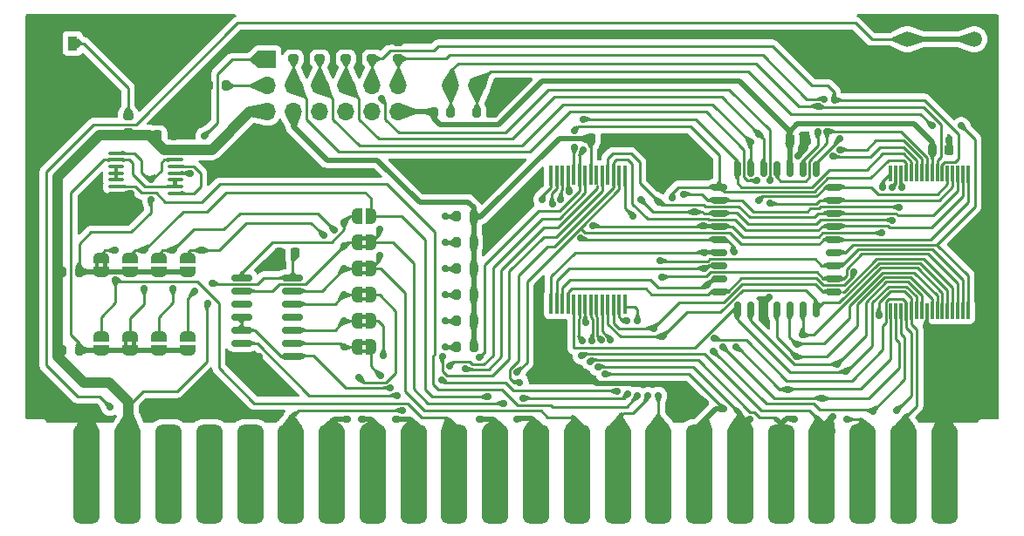
<source format=gtl>
G04 #@! TF.GenerationSoftware,KiCad,Pcbnew,8.0.5*
G04 #@! TF.CreationDate,2024-11-25T10:28:40+11:00*
G04 #@! TF.ProjectId,Vic20_FlashCart,56696332-305f-4466-9c61-736843617274,rev?*
G04 #@! TF.SameCoordinates,Original*
G04 #@! TF.FileFunction,Copper,L1,Top*
G04 #@! TF.FilePolarity,Positive*
%FSLAX46Y46*%
G04 Gerber Fmt 4.6, Leading zero omitted, Abs format (unit mm)*
G04 Created by KiCad (PCBNEW 8.0.5) date 2024-11-25 10:28:40*
%MOMM*%
%LPD*%
G01*
G04 APERTURE LIST*
G04 Aperture macros list*
%AMRoundRect*
0 Rectangle with rounded corners*
0 $1 Rounding radius*
0 $2 $3 $4 $5 $6 $7 $8 $9 X,Y pos of 4 corners*
0 Add a 4 corners polygon primitive as box body*
4,1,4,$2,$3,$4,$5,$6,$7,$8,$9,$2,$3,0*
0 Add four circle primitives for the rounded corners*
1,1,$1+$1,$2,$3*
1,1,$1+$1,$4,$5*
1,1,$1+$1,$6,$7*
1,1,$1+$1,$8,$9*
0 Add four rect primitives between the rounded corners*
20,1,$1+$1,$2,$3,$4,$5,0*
20,1,$1+$1,$4,$5,$6,$7,0*
20,1,$1+$1,$6,$7,$8,$9,0*
20,1,$1+$1,$8,$9,$2,$3,0*%
%AMFreePoly0*
4,1,19,0.500000,-0.750000,0.000000,-0.750000,0.000000,-0.744911,-0.071157,-0.744911,-0.207708,-0.704816,-0.327430,-0.627875,-0.420627,-0.520320,-0.479746,-0.390866,-0.500000,-0.250000,-0.500000,0.250000,-0.479746,0.390866,-0.420627,0.520320,-0.327430,0.627875,-0.207708,0.704816,-0.071157,0.744911,0.000000,0.744911,0.000000,0.750000,0.500000,0.750000,0.500000,-0.750000,0.500000,-0.750000,
$1*%
%AMFreePoly1*
4,1,19,0.000000,0.744911,0.071157,0.744911,0.207708,0.704816,0.327430,0.627875,0.420627,0.520320,0.479746,0.390866,0.500000,0.250000,0.500000,-0.250000,0.479746,-0.390866,0.420627,-0.520320,0.327430,-0.627875,0.207708,-0.704816,0.071157,-0.744911,0.000000,-0.744911,0.000000,-0.750000,-0.500000,-0.750000,-0.500000,0.750000,0.000000,0.750000,0.000000,0.744911,0.000000,0.744911,
$1*%
G04 Aperture macros list end*
G04 #@! TA.AperFunction,EtchedComponent*
%ADD10C,0.000000*%
G04 #@! TD*
G04 #@! TA.AperFunction,ConnectorPad*
%ADD11RoundRect,0.650000X-0.650000X-4.150000X0.650000X-4.150000X0.650000X4.150000X-0.650000X4.150000X0*%
G04 #@! TD*
G04 #@! TA.AperFunction,SMDPad,CuDef*
%ADD12R,0.350000X1.870000*%
G04 #@! TD*
G04 #@! TA.AperFunction,ComponentPad*
%ADD13R,1.700000X1.700000*%
G04 #@! TD*
G04 #@! TA.AperFunction,ComponentPad*
%ADD14O,1.700000X1.700000*%
G04 #@! TD*
G04 #@! TA.AperFunction,SMDPad,CuDef*
%ADD15FreePoly0,180.000000*%
G04 #@! TD*
G04 #@! TA.AperFunction,SMDPad,CuDef*
%ADD16FreePoly1,180.000000*%
G04 #@! TD*
G04 #@! TA.AperFunction,SMDPad,CuDef*
%ADD17FreePoly0,270.000000*%
G04 #@! TD*
G04 #@! TA.AperFunction,SMDPad,CuDef*
%ADD18FreePoly1,270.000000*%
G04 #@! TD*
G04 #@! TA.AperFunction,SMDPad,CuDef*
%ADD19RoundRect,0.200000X0.200000X0.275000X-0.200000X0.275000X-0.200000X-0.275000X0.200000X-0.275000X0*%
G04 #@! TD*
G04 #@! TA.AperFunction,SMDPad,CuDef*
%ADD20RoundRect,0.225000X-0.225000X-0.250000X0.225000X-0.250000X0.225000X0.250000X-0.225000X0.250000X0*%
G04 #@! TD*
G04 #@! TA.AperFunction,SMDPad,CuDef*
%ADD21RoundRect,0.150000X-0.825000X-0.150000X0.825000X-0.150000X0.825000X0.150000X-0.825000X0.150000X0*%
G04 #@! TD*
G04 #@! TA.AperFunction,SMDPad,CuDef*
%ADD22RoundRect,0.225000X0.225000X0.250000X-0.225000X0.250000X-0.225000X-0.250000X0.225000X-0.250000X0*%
G04 #@! TD*
G04 #@! TA.AperFunction,SMDPad,CuDef*
%ADD23RoundRect,0.150000X-0.150000X-0.587500X0.150000X-0.587500X0.150000X0.587500X-0.150000X0.587500X0*%
G04 #@! TD*
G04 #@! TA.AperFunction,SMDPad,CuDef*
%ADD24RoundRect,0.150000X-0.587500X-0.150000X0.587500X-0.150000X0.587500X0.150000X-0.587500X0.150000X0*%
G04 #@! TD*
G04 #@! TA.AperFunction,SMDPad,CuDef*
%ADD25RoundRect,0.200000X0.275000X-0.200000X0.275000X0.200000X-0.275000X0.200000X-0.275000X-0.200000X0*%
G04 #@! TD*
G04 #@! TA.AperFunction,ComponentPad*
%ADD26R,1.500000X1.500000*%
G04 #@! TD*
G04 #@! TA.AperFunction,ComponentPad*
%ADD27C,1.500000*%
G04 #@! TD*
G04 #@! TA.AperFunction,SMDPad,CuDef*
%ADD28RoundRect,0.200000X-0.200000X-0.275000X0.200000X-0.275000X0.200000X0.275000X-0.200000X0.275000X0*%
G04 #@! TD*
G04 #@! TA.AperFunction,SMDPad,CuDef*
%ADD29R,0.950000X1.400000*%
G04 #@! TD*
G04 #@! TA.AperFunction,SMDPad,CuDef*
%ADD30RoundRect,0.075000X-0.075000X0.712500X-0.075000X-0.712500X0.075000X-0.712500X0.075000X0.712500X0*%
G04 #@! TD*
G04 #@! TA.AperFunction,SMDPad,CuDef*
%ADD31RoundRect,0.100000X-0.637500X-0.100000X0.637500X-0.100000X0.637500X0.100000X-0.637500X0.100000X0*%
G04 #@! TD*
G04 #@! TA.AperFunction,ViaPad*
%ADD32C,0.700000*%
G04 #@! TD*
G04 #@! TA.AperFunction,Conductor*
%ADD33C,0.250000*%
G04 #@! TD*
G04 #@! TA.AperFunction,Conductor*
%ADD34C,0.500000*%
G04 #@! TD*
G04 #@! TA.AperFunction,Conductor*
%ADD35C,1.000000*%
G04 #@! TD*
G04 APERTURE END LIST*
D10*
G04 #@! TA.AperFunction,EtchedComponent*
G36*
X121386900Y-98872700D02*
G01*
X120886900Y-98872700D01*
X120886900Y-98472700D01*
X121386900Y-98472700D01*
X121386900Y-98872700D01*
G37*
G04 #@! TD.AperFunction*
G04 #@! TA.AperFunction,EtchedComponent*
G36*
X121386900Y-99672700D02*
G01*
X120886900Y-99672700D01*
X120886900Y-99272700D01*
X121386900Y-99272700D01*
X121386900Y-99672700D01*
G37*
G04 #@! TD.AperFunction*
G04 #@! TA.AperFunction,EtchedComponent*
G36*
X121386900Y-96332700D02*
G01*
X120886900Y-96332700D01*
X120886900Y-95932700D01*
X121386900Y-95932700D01*
X121386900Y-96332700D01*
G37*
G04 #@! TD.AperFunction*
G04 #@! TA.AperFunction,EtchedComponent*
G36*
X121386900Y-97132700D02*
G01*
X120886900Y-97132700D01*
X120886900Y-96732700D01*
X121386900Y-96732700D01*
X121386900Y-97132700D01*
G37*
G04 #@! TD.AperFunction*
G04 #@! TA.AperFunction,EtchedComponent*
G36*
X95435000Y-98944000D02*
G01*
X95035000Y-98944000D01*
X95035000Y-98444000D01*
X95435000Y-98444000D01*
X95435000Y-98944000D01*
G37*
G04 #@! TD.AperFunction*
G04 #@! TA.AperFunction,EtchedComponent*
G36*
X96235000Y-98944000D02*
G01*
X95835000Y-98944000D01*
X95835000Y-98444000D01*
X96235000Y-98444000D01*
X96235000Y-98944000D01*
G37*
G04 #@! TD.AperFunction*
G04 #@! TA.AperFunction,EtchedComponent*
G36*
X121386900Y-106492700D02*
G01*
X120886900Y-106492700D01*
X120886900Y-106092700D01*
X121386900Y-106092700D01*
X121386900Y-106492700D01*
G37*
G04 #@! TD.AperFunction*
G04 #@! TA.AperFunction,EtchedComponent*
G36*
X121386900Y-107292700D02*
G01*
X120886900Y-107292700D01*
X120886900Y-106892700D01*
X121386900Y-106892700D01*
X121386900Y-107292700D01*
G37*
G04 #@! TD.AperFunction*
G04 #@! TA.AperFunction,EtchedComponent*
G36*
X121386900Y-103952700D02*
G01*
X120886900Y-103952700D01*
X120886900Y-103552700D01*
X121386900Y-103552700D01*
X121386900Y-103952700D01*
G37*
G04 #@! TD.AperFunction*
G04 #@! TA.AperFunction,EtchedComponent*
G36*
X121386900Y-104752700D02*
G01*
X120886900Y-104752700D01*
X120886900Y-104352700D01*
X121386900Y-104352700D01*
X121386900Y-104752700D01*
G37*
G04 #@! TD.AperFunction*
G04 #@! TA.AperFunction,EtchedComponent*
G36*
X98225000Y-106564000D02*
G01*
X97825000Y-106564000D01*
X97825000Y-106064000D01*
X98225000Y-106064000D01*
X98225000Y-106564000D01*
G37*
G04 #@! TD.AperFunction*
G04 #@! TA.AperFunction,EtchedComponent*
G36*
X99025000Y-106564000D02*
G01*
X98625000Y-106564000D01*
X98625000Y-106064000D01*
X99025000Y-106064000D01*
X99025000Y-106564000D01*
G37*
G04 #@! TD.AperFunction*
G04 #@! TA.AperFunction,EtchedComponent*
G36*
X121386900Y-101412700D02*
G01*
X120886900Y-101412700D01*
X120886900Y-101012700D01*
X121386900Y-101012700D01*
X121386900Y-101412700D01*
G37*
G04 #@! TD.AperFunction*
G04 #@! TA.AperFunction,EtchedComponent*
G36*
X121386900Y-102212700D02*
G01*
X120886900Y-102212700D01*
X120886900Y-101812700D01*
X121386900Y-101812700D01*
X121386900Y-102212700D01*
G37*
G04 #@! TD.AperFunction*
D11*
X177418000Y-118999000D03*
X173458000Y-118999000D03*
X169498000Y-118999000D03*
X165538000Y-118999000D03*
X161578000Y-118999000D03*
X157618000Y-118999000D03*
X153658000Y-118999000D03*
X149698000Y-118999000D03*
X145738000Y-118999000D03*
X141778000Y-118999000D03*
X137818000Y-118999000D03*
X133858000Y-118999000D03*
X129898000Y-118999000D03*
X125938000Y-118999000D03*
X121978000Y-118999000D03*
X118018000Y-118999000D03*
X114058000Y-118999000D03*
X110098000Y-118999000D03*
X106138000Y-118999000D03*
X102178000Y-118999000D03*
X98218000Y-118999000D03*
X94258000Y-118999000D03*
D12*
X142588680Y-89990200D03*
X142038680Y-89990200D03*
X141488680Y-89990200D03*
X140938680Y-89990200D03*
X140388680Y-89990200D03*
X139838680Y-89990200D03*
X139288680Y-89990200D03*
X139288680Y-102530200D03*
X139838680Y-102530200D03*
X140388680Y-102530200D03*
X140938680Y-102530200D03*
X141488680Y-102530200D03*
X142038680Y-102530200D03*
X142588680Y-102530200D03*
X143138680Y-102530200D03*
X143688680Y-102530200D03*
X144238680Y-102530200D03*
X144788680Y-102530200D03*
X145338680Y-102530200D03*
X145888680Y-102530200D03*
X146438680Y-102530200D03*
X146438680Y-89990200D03*
X145888680Y-89990200D03*
X145338680Y-89990200D03*
X144788680Y-89990200D03*
X144238680Y-89990200D03*
X143688680Y-89990200D03*
X143138680Y-89990200D03*
D13*
X111760000Y-78740000D03*
D14*
X111760000Y-81280000D03*
X111760000Y-83820000D03*
X114300000Y-81280000D03*
X114300000Y-83820000D03*
X116840000Y-81280000D03*
X116840000Y-83820000D03*
X119380000Y-81280000D03*
X119380000Y-83820000D03*
X121920000Y-81280000D03*
X121920000Y-83820000D03*
X124460000Y-81280000D03*
X124460000Y-83820000D03*
X129540000Y-81280000D03*
X132080000Y-81280000D03*
D15*
X121786900Y-99072700D03*
D16*
X120486900Y-99072700D03*
D17*
X95635000Y-105664000D03*
D18*
X95635000Y-106964000D03*
D19*
X131787900Y-93992700D03*
X130137900Y-93992700D03*
X131787900Y-106692700D03*
X130137900Y-106692700D03*
D20*
X112902400Y-97536000D03*
X114452400Y-97536000D03*
D21*
X109285000Y-99974400D03*
X109285000Y-101244400D03*
X109285000Y-102514400D03*
X109285000Y-103784400D03*
X109285000Y-105054400D03*
X109285000Y-106324400D03*
X109285000Y-107594400D03*
X114235000Y-107594400D03*
X114235000Y-106324400D03*
X114235000Y-105054400D03*
X114235000Y-103784400D03*
X114235000Y-102514400D03*
X114235000Y-101244400D03*
X114235000Y-99974400D03*
D22*
X163970000Y-86505700D03*
X162420000Y-86505700D03*
D23*
X161163000Y-89377700D03*
X159893000Y-89377700D03*
X158623000Y-89377700D03*
X157353000Y-89377700D03*
D24*
X155600500Y-91135200D03*
X155600500Y-92405200D03*
X155600500Y-93675200D03*
X155600500Y-94945200D03*
X155600500Y-96215200D03*
X155600500Y-97485200D03*
X155600500Y-98755200D03*
X155600500Y-100025200D03*
X155600500Y-101295200D03*
D23*
X157353000Y-103052700D03*
X158623000Y-103052700D03*
X159893000Y-103052700D03*
X161163000Y-103052700D03*
X162433000Y-103052700D03*
X163703000Y-103052700D03*
X164973000Y-103052700D03*
D24*
X166725500Y-101295200D03*
X166725500Y-100025200D03*
X166725500Y-98755200D03*
X166725500Y-97485200D03*
X166725500Y-96215200D03*
X166725500Y-94945200D03*
X166725500Y-93675200D03*
X166725500Y-92405200D03*
X166725500Y-91135200D03*
D23*
X164973000Y-89377700D03*
X163703000Y-89377700D03*
X162433000Y-89377700D03*
D17*
X104005000Y-98044000D03*
D18*
X104005000Y-99344000D03*
D25*
X121920000Y-78676000D03*
X121920000Y-77026000D03*
D17*
X104005000Y-105664000D03*
D18*
X104005000Y-106964000D03*
D17*
X101215000Y-98044000D03*
D18*
X101215000Y-99344000D03*
D19*
X131787900Y-96532700D03*
X130137900Y-96532700D03*
D26*
X180340000Y-81280000D03*
D27*
X173840000Y-81280000D03*
X180340000Y-76780000D03*
X173840000Y-76780000D03*
D28*
X91885000Y-106964000D03*
X93535000Y-106964000D03*
D22*
X177838400Y-87542200D03*
X176288400Y-87542200D03*
X102642000Y-86106000D03*
X101092000Y-86106000D03*
D15*
X121786900Y-96532700D03*
D16*
X120486900Y-96532700D03*
D17*
X95635000Y-98044000D03*
D18*
X95635000Y-99344000D03*
D29*
X90980200Y-77190600D03*
X92880200Y-77190600D03*
D17*
X98425000Y-98044000D03*
D18*
X98425000Y-99344000D03*
D25*
X98272600Y-85852000D03*
X98272600Y-84202000D03*
D19*
X131787900Y-99072700D03*
X130137900Y-99072700D03*
D25*
X116840000Y-78676000D03*
X116840000Y-77026000D03*
X124460000Y-78676000D03*
X124460000Y-77026000D03*
X119380000Y-78676000D03*
X119380000Y-77026000D03*
D28*
X91885000Y-99344000D03*
X93535000Y-99344000D03*
D15*
X121786900Y-106692700D03*
D16*
X120486900Y-106692700D03*
D28*
X127890000Y-83896000D03*
X129540000Y-83896000D03*
D30*
X179724600Y-89807700D03*
X179224600Y-89807700D03*
X178724600Y-89807700D03*
X178224600Y-89807700D03*
X177724600Y-89807700D03*
X177224600Y-89807700D03*
X176724600Y-89807700D03*
X176224600Y-89807700D03*
X175724600Y-89807700D03*
X175224600Y-89807700D03*
X174724600Y-89807700D03*
X174224600Y-89807700D03*
X173724600Y-89807700D03*
X173224600Y-89807700D03*
X172724600Y-89807700D03*
X172224600Y-89807700D03*
X172224600Y-103182700D03*
X172724600Y-103182700D03*
X173224600Y-103182700D03*
X173724600Y-103182700D03*
X174224600Y-103182700D03*
X174724600Y-103182700D03*
X175224600Y-103182700D03*
X175724600Y-103182700D03*
X176224600Y-103182700D03*
X176724600Y-103182700D03*
X177224600Y-103182700D03*
X177724600Y-103182700D03*
X178224600Y-103182700D03*
X178724600Y-103182700D03*
X179224600Y-103182700D03*
X179724600Y-103182700D03*
D15*
X121786900Y-104152700D03*
D16*
X120486900Y-104152700D03*
D17*
X98425000Y-105664000D03*
D18*
X98425000Y-106964000D03*
D19*
X131787900Y-101612700D03*
X130137900Y-101612700D03*
X131787900Y-104152700D03*
X130137900Y-104152700D03*
D15*
X121786900Y-93992700D03*
D16*
X120486900Y-93992700D03*
D17*
X101215000Y-105664000D03*
D18*
X101215000Y-106964000D03*
D28*
X132080000Y-83896000D03*
X133730000Y-83896000D03*
D25*
X114300000Y-78676000D03*
X114300000Y-77026000D03*
D15*
X121786900Y-101612700D03*
D16*
X120486900Y-101612700D03*
D19*
X107755743Y-81280000D03*
X106105743Y-81280000D03*
D31*
X97086500Y-87839000D03*
X97086500Y-88489000D03*
X97086500Y-89139000D03*
X97086500Y-89789000D03*
X97086500Y-90439000D03*
X97086500Y-91089000D03*
X97086500Y-91739000D03*
X102811500Y-91739000D03*
X102811500Y-91089000D03*
X102811500Y-90439000D03*
X102811500Y-89789000D03*
X102811500Y-89139000D03*
X102811500Y-88489000D03*
X102811500Y-87839000D03*
D22*
X144688680Y-86453000D03*
X143138680Y-86453000D03*
D32*
X128993900Y-106692700D03*
X119214900Y-106692700D03*
X124206000Y-113665000D03*
X122732048Y-109464148D03*
X120904000Y-113665000D03*
X123024900Y-107518200D03*
X128993900Y-104152700D03*
X119214900Y-104152700D03*
X120610000Y-109601000D03*
X119507000Y-113665000D03*
X119214900Y-101612700D03*
X128993900Y-101612700D03*
X158623000Y-86780200D03*
X166624000Y-88163400D03*
X165770108Y-82588886D03*
X166050803Y-85761200D03*
X159385000Y-92455200D03*
X159252616Y-90478940D03*
X165150800Y-85761200D03*
X165201600Y-83286600D03*
X167259000Y-86461600D03*
X166751000Y-82713200D03*
X100457000Y-92369000D03*
X100457000Y-90414000D03*
X147650200Y-111404400D03*
X150037800Y-99898200D03*
X105968800Y-102412800D03*
X106426000Y-100457000D03*
X98498750Y-91759800D03*
X177418000Y-113207800D03*
X106527600Y-89560400D03*
X175715550Y-104561218D03*
X178536600Y-96723200D03*
X118106743Y-77026000D03*
X94258000Y-113207800D03*
X112776000Y-98648400D03*
X105003600Y-81280000D03*
X98069400Y-94437200D03*
X112903000Y-85445600D03*
X110998000Y-110972600D03*
X106730800Y-75336400D03*
X115566743Y-77026000D03*
X177850800Y-86475400D03*
X102743000Y-112268000D03*
X160451800Y-101817000D03*
X113893600Y-110998000D03*
X89281000Y-75311000D03*
X138150600Y-100939600D03*
X110942000Y-107594400D03*
X144301800Y-87480600D03*
X137693400Y-109626400D03*
X121640600Y-89712800D03*
X142609680Y-104255400D03*
X134588500Y-83140300D03*
X163233000Y-88101001D03*
X152323800Y-86385400D03*
X123288343Y-77006285D03*
X137972800Y-90373200D03*
X135915400Y-88798400D03*
X99466400Y-82956400D03*
X154355800Y-89890600D03*
X120646743Y-77026000D03*
X143306800Y-109829600D03*
X112166400Y-113411000D03*
X132562600Y-91922600D03*
X93827600Y-94640400D03*
X106273600Y-109474000D03*
X100203000Y-113665000D03*
X103886000Y-86106000D03*
X162661600Y-76758800D03*
X154228800Y-112090200D03*
X133083300Y-95237300D03*
X149961600Y-90424000D03*
X170688000Y-75361800D03*
X124739400Y-88874600D03*
X95300800Y-90678000D03*
X128727200Y-107569000D03*
X119214900Y-99072700D03*
X128993900Y-99072700D03*
X147244750Y-93953650D03*
X124358400Y-111379000D03*
X128636205Y-109869795D03*
X146659600Y-104165400D03*
X145719800Y-110983400D03*
X136245600Y-110109000D03*
X163075398Y-107637802D03*
X143072199Y-108068057D03*
X143236883Y-106073801D03*
X162915600Y-113692470D03*
X156997400Y-97409000D03*
X142138400Y-96109800D03*
X138405980Y-92354400D03*
X162228761Y-110801552D03*
X157226000Y-106673804D03*
X144489280Y-109296200D03*
X155994100Y-112661700D03*
X163652200Y-105511600D03*
X145048080Y-105968800D03*
X119214900Y-94564200D03*
X128993900Y-93992700D03*
X132337700Y-107717700D03*
X142374400Y-84546440D03*
X142384088Y-87546250D03*
X142240000Y-107543600D03*
X166566923Y-113451000D03*
X142335844Y-106077741D03*
X167030400Y-108331000D03*
X149214200Y-104851200D03*
X148691600Y-111429800D03*
X143790439Y-108610400D03*
X158538255Y-113677898D03*
X144134617Y-106009933D03*
X163093400Y-106451400D03*
X154051000Y-94915200D03*
X171424600Y-91149000D03*
X171373800Y-95571492D03*
X143357600Y-94869000D03*
X139417577Y-92771600D03*
X168629136Y-99377136D03*
X171074600Y-103595000D03*
X173317065Y-91149000D03*
X141063680Y-91561698D03*
X152120600Y-91810200D03*
X173064800Y-93080200D03*
X147980400Y-92354400D03*
X172389800Y-91149000D03*
X172389800Y-94350200D03*
X153202000Y-93565200D03*
X140216260Y-92356745D03*
X170459400Y-112903000D03*
X155049696Y-107078304D03*
X154178000Y-99034600D03*
X149809200Y-98298000D03*
X147675600Y-104140000D03*
X136575800Y-111658400D03*
X146735800Y-111277400D03*
X150114000Y-105664000D03*
X149686804Y-111379000D03*
X149738800Y-92628000D03*
X151003000Y-92191200D03*
X141533200Y-87253000D03*
X141533200Y-85651800D03*
X172783000Y-112826800D03*
X154419300Y-100647500D03*
X155092194Y-105831402D03*
X135991600Y-109118400D03*
X167894000Y-109067600D03*
X167919400Y-113715800D03*
X165557200Y-111673000D03*
X155975204Y-106673804D03*
X154127200Y-97485200D03*
X167299644Y-87513800D03*
X159435800Y-85967400D03*
X105664000Y-86182200D03*
X104267000Y-89814000D03*
X119229598Y-96873602D03*
X128993900Y-96532700D03*
X123698000Y-110617000D03*
X129402200Y-108534200D03*
X130987800Y-108813600D03*
X124891800Y-112826800D03*
X160522617Y-90478940D03*
X160528000Y-92728940D03*
X122809000Y-82550000D03*
X105410000Y-97282000D03*
X122643900Y-97802700D03*
X104742202Y-101251798D03*
X117221000Y-95819600D03*
X99822000Y-101005000D03*
X132334000Y-113665000D03*
X99822000Y-97282000D03*
X133172200Y-111491400D03*
X102616000Y-97282000D03*
X118229602Y-95293402D03*
X134696200Y-112151800D03*
X135991600Y-113665000D03*
X102616000Y-101005000D03*
X122643900Y-95262700D03*
X97028000Y-97282000D03*
X97028000Y-100144000D03*
X179070000Y-85191600D03*
X176225200Y-85191600D03*
X96520000Y-112522000D03*
D33*
X114235000Y-106324400D02*
X118846600Y-106324400D01*
X119214900Y-106692700D02*
X120486900Y-106692700D01*
X129120900Y-106692700D02*
X130137900Y-106692700D01*
X119214900Y-106692700D02*
X118846600Y-106324400D01*
D34*
X125603000Y-113665000D02*
X124206000Y-113665000D01*
D33*
X122732048Y-109464148D02*
X122697548Y-109464148D01*
D34*
X125938000Y-118999000D02*
X125938000Y-114000000D01*
D33*
X122697548Y-109464148D02*
X121786900Y-108553500D01*
X121786900Y-108553500D02*
X121786900Y-106692700D01*
D34*
X125938000Y-114000000D02*
X125603000Y-113665000D01*
X121978000Y-118999000D02*
X121978000Y-113850000D01*
D33*
X122516900Y-104152700D02*
X121786900Y-104152700D01*
D34*
X121793000Y-113665000D02*
X120904000Y-113665000D01*
D33*
X123024900Y-107518200D02*
X123024900Y-104660700D01*
X123024900Y-104660700D02*
X122516900Y-104152700D01*
D34*
X121978000Y-113850000D02*
X121793000Y-113665000D01*
D33*
X128993900Y-104152700D02*
X130137900Y-104152700D01*
X114235000Y-105054400D02*
X118313200Y-105054400D01*
X120486900Y-104152700D02*
X119214900Y-104152700D01*
X119214900Y-104152700D02*
X118313200Y-105054400D01*
X121148148Y-110139148D02*
X120610000Y-109601000D01*
X124193300Y-109167105D02*
X123221257Y-110139148D01*
D34*
X118018000Y-118999000D02*
X118018000Y-113884000D01*
X118237000Y-113665000D02*
X119507000Y-113665000D01*
D33*
X122643900Y-101612700D02*
X124193300Y-103162100D01*
X121786900Y-101612700D02*
X122643900Y-101612700D01*
D34*
X118018000Y-113884000D02*
X118237000Y-113665000D01*
D33*
X123221257Y-110139148D02*
X121148148Y-110139148D01*
X124193300Y-103162100D02*
X124193300Y-109167105D01*
X119214900Y-101612700D02*
X118313200Y-102514400D01*
X114235000Y-102514400D02*
X118313200Y-102514400D01*
X130137900Y-101612700D02*
X128993900Y-101612700D01*
X119214900Y-101612700D02*
X120486900Y-101612700D01*
X116840000Y-81280000D02*
X116840000Y-78676000D01*
X174724600Y-88543248D02*
X174724600Y-89807700D01*
X118110000Y-84556600D02*
X120675400Y-87122000D01*
X136448800Y-87122000D02*
X140467080Y-83103720D01*
X166624000Y-88163400D02*
X166649400Y-88188800D01*
X116840000Y-81280000D02*
X118110000Y-82550000D01*
X154946520Y-83103720D02*
X158623000Y-86780200D01*
X170230800Y-88188800D02*
X171145200Y-87274400D01*
X120675400Y-87122000D02*
X136448800Y-87122000D01*
X166649400Y-88188800D02*
X170230800Y-88188800D01*
X173455752Y-87274400D02*
X174724600Y-88543248D01*
X158623000Y-86780200D02*
X158623000Y-89377700D01*
X118110000Y-82550000D02*
X118110000Y-84556600D01*
X140467080Y-83103720D02*
X154946520Y-83103720D01*
X171145200Y-87274400D02*
X173455752Y-87274400D01*
X165770108Y-82588886D02*
X164097486Y-82588886D01*
X164328000Y-90166108D02*
X163954708Y-90539400D01*
X166061603Y-85750400D02*
X173204544Y-85750400D01*
X164097486Y-82588886D02*
X159791400Y-78282800D01*
X166050803Y-86874188D02*
X164328000Y-88596991D01*
X175724600Y-88270456D02*
X175724600Y-89807700D01*
X163954708Y-90539400D02*
X161544000Y-90539400D01*
X164328000Y-88596991D02*
X164328000Y-90166108D01*
X166050803Y-85761200D02*
X166061603Y-85750400D01*
X129082800Y-78663800D02*
X124472200Y-78663800D01*
X161544000Y-90539400D02*
X161163000Y-90158400D01*
X129463800Y-78282800D02*
X129082800Y-78663800D01*
X161163000Y-90158400D02*
X161163000Y-89377700D01*
X173204544Y-85750400D02*
X175724600Y-88270456D01*
X124460000Y-81280000D02*
X124460000Y-78676000D01*
X166050803Y-85761200D02*
X166050803Y-86874188D01*
X159791400Y-78282800D02*
X129463800Y-78282800D01*
X157988000Y-90176108D02*
X157988000Y-87491400D01*
X177724600Y-90829600D02*
X176730200Y-91824000D01*
X159786260Y-92053940D02*
X164982960Y-92053940D01*
X157988000Y-87491400D02*
X154321680Y-83825080D01*
X170982000Y-91824000D02*
X170293200Y-91135200D01*
X159252616Y-90478940D02*
X158290832Y-90478940D01*
X164982960Y-92053940D02*
X165901700Y-91135200D01*
X170293200Y-91135200D02*
X166725500Y-91135200D01*
X118719600Y-87706200D02*
X115570000Y-84556600D01*
X177724600Y-89807700D02*
X177724600Y-90829600D01*
X137261600Y-87706200D02*
X118719600Y-87706200D01*
X154240400Y-83825080D02*
X141224000Y-83825080D01*
X141142720Y-83825080D02*
X137261600Y-87706200D01*
X115570000Y-82550000D02*
X114300000Y-81280000D01*
X176730200Y-91824000D02*
X170982000Y-91824000D01*
X165901700Y-91135200D02*
X166582092Y-91135200D01*
X158290832Y-90478940D02*
X157988000Y-90176108D01*
X115570000Y-84556600D02*
X115570000Y-82550000D01*
X141224000Y-83825080D02*
X141142720Y-83825080D01*
X114300000Y-81280000D02*
X114300000Y-78676000D01*
X154321680Y-83825080D02*
X154240400Y-83825080D01*
X159385000Y-92455200D02*
X159786260Y-92053940D01*
X95915000Y-88489000D02*
X97086500Y-88489000D01*
X93535000Y-106964000D02*
X93535000Y-106285800D01*
X98679000Y-88790450D02*
X98679000Y-89916000D01*
D34*
X101215000Y-106964000D02*
X104005000Y-106964000D01*
X93535000Y-106964000D02*
X95635000Y-106964000D01*
X95635000Y-106964000D02*
X98425000Y-106964000D01*
D33*
X92710000Y-91694000D02*
X95915000Y-88489000D01*
X99852000Y-91089000D02*
X102811500Y-91089000D01*
X92710000Y-105460800D02*
X92710000Y-91694000D01*
D34*
X98425000Y-106964000D02*
X101215000Y-106964000D01*
D33*
X97086500Y-88489000D02*
X98377550Y-88489000D01*
X98679000Y-89916000D02*
X99852000Y-91089000D01*
X93535000Y-106285800D02*
X92710000Y-105460800D01*
X102811500Y-90439000D02*
X102811500Y-91089000D01*
X98377550Y-88489000D02*
X98679000Y-88790450D01*
X165303200Y-83388200D02*
X175412400Y-83388200D01*
X165201600Y-83286600D02*
X163296600Y-83286600D01*
X129540000Y-81280000D02*
X129540000Y-83896000D01*
X175412400Y-83388200D02*
X177063400Y-85039200D01*
X159156400Y-79146400D02*
X130251200Y-79146400D01*
X165150800Y-85761200D02*
X165150800Y-87137795D01*
X165201600Y-83286600D02*
X165303200Y-83388200D01*
X177063400Y-88228000D02*
X176724600Y-88566800D01*
X130251200Y-79146400D02*
X129540000Y-79857600D01*
X129540000Y-79857600D02*
X129540000Y-81280000D01*
X165150800Y-87137795D02*
X163703000Y-88585595D01*
X177063400Y-85039200D02*
X177063400Y-88228000D01*
X163296600Y-83286600D02*
X159156400Y-79146400D01*
X176724600Y-88566800D02*
X176724600Y-89807700D01*
X163703000Y-88585595D02*
X163703000Y-89377700D01*
X177481836Y-88695200D02*
X177224600Y-88952436D01*
X164566600Y-81280000D02*
X160731200Y-77444600D01*
X166751000Y-82713200D02*
X166751000Y-81915000D01*
X177224600Y-88952436D02*
X177224600Y-89807700D01*
X166116000Y-81280000D02*
X164566600Y-81280000D01*
X178475800Y-88695200D02*
X177481836Y-88695200D01*
X167259000Y-86461600D02*
X167121200Y-86599400D01*
X178816000Y-88355000D02*
X178475800Y-88695200D01*
X123698000Y-77876400D02*
X122898400Y-78676000D01*
X160731200Y-77444600D02*
X128346200Y-77444600D01*
X167121200Y-86599400D02*
X167121200Y-86675600D01*
X121920000Y-81280000D02*
X121920000Y-78676000D01*
X166751000Y-81915000D02*
X166116000Y-81280000D01*
X167121200Y-86675600D02*
X164973000Y-88823800D01*
X175514000Y-82702400D02*
X178816000Y-86004400D01*
X178816000Y-86004400D02*
X178816000Y-88355000D01*
X166761800Y-82702400D02*
X175514000Y-82702400D01*
X128346200Y-77444600D02*
X127914400Y-77876400D01*
X127914400Y-77876400D02*
X123698000Y-77876400D01*
X166751000Y-82713200D02*
X166761800Y-82702400D01*
X122898400Y-78676000D02*
X121920000Y-78676000D01*
X101757000Y-88489000D02*
X102811500Y-88489000D01*
D34*
X95635000Y-99344000D02*
X98425000Y-99344000D01*
D33*
X100251500Y-90414000D02*
X99568000Y-89730500D01*
X100594000Y-90414000D02*
X101473000Y-89535000D01*
X94665800Y-95504000D02*
X93535000Y-96634800D01*
X100457000Y-90414000D02*
X100594000Y-90414000D01*
D34*
X93535000Y-99344000D02*
X95635000Y-99344000D01*
D33*
X98552000Y-95504000D02*
X94665800Y-95504000D01*
D34*
X98425000Y-99344000D02*
X101215000Y-99344000D01*
D33*
X101473000Y-88773000D02*
X101757000Y-88489000D01*
X99568000Y-89730500D02*
X99568000Y-88519000D01*
X100457000Y-90414000D02*
X100251500Y-90414000D01*
X100457000Y-93599000D02*
X98552000Y-95504000D01*
X93535000Y-96634800D02*
X93535000Y-99344000D01*
D34*
X104005000Y-99344000D02*
X101215000Y-99344000D01*
D33*
X101473000Y-89535000D02*
X101473000Y-88773000D01*
X100457000Y-92369000D02*
X100457000Y-93599000D01*
X98888000Y-87839000D02*
X97086500Y-87839000D01*
X99568000Y-88519000D02*
X98888000Y-87839000D01*
X167662876Y-100025200D02*
X166725500Y-100025200D01*
X169416977Y-97634700D02*
X167954136Y-99097541D01*
X150037800Y-99898200D02*
X150114000Y-99822000D01*
X123367800Y-90855800D02*
X107137200Y-90855800D01*
X147650200Y-111404400D02*
X146583400Y-112471200D01*
X154766995Y-99400200D02*
X165045400Y-99400200D01*
X107137200Y-90855800D02*
X105410000Y-92583000D01*
X165045400Y-99400200D02*
X165670400Y-100025200D01*
X128028700Y-95516700D02*
X123367800Y-90855800D01*
X99568000Y-91694000D02*
X98958800Y-91084800D01*
X167954136Y-99097541D02*
X167954136Y-99733940D01*
X154345195Y-99822000D02*
X154766995Y-99400200D01*
X136057000Y-112333400D02*
X134540000Y-110816400D01*
X165670400Y-100025200D02*
X166725500Y-100025200D01*
X139420600Y-112471200D02*
X139282800Y-112333400D01*
X134540000Y-110816400D02*
X128353005Y-110816400D01*
X178724600Y-103182700D02*
X178724600Y-100518000D01*
X178724600Y-100518000D02*
X175841300Y-97634700D01*
X127812800Y-107583795D02*
X128028700Y-107367895D01*
X175841300Y-97634700D02*
X169416977Y-97634700D01*
X100965000Y-91694000D02*
X99568000Y-91694000D01*
X128353005Y-110816400D02*
X127812800Y-110276195D01*
X167954136Y-99733940D02*
X167662876Y-100025200D01*
X98958800Y-91084800D02*
X97090700Y-91084800D01*
X146583400Y-112471200D02*
X139420600Y-112471200D01*
X139282800Y-112333400D02*
X136057000Y-112333400D01*
X150114000Y-99822000D02*
X154345195Y-99822000D01*
X101854000Y-92583000D02*
X100965000Y-91694000D01*
X128028700Y-107367895D02*
X128028700Y-95516700D01*
X127812800Y-110276195D02*
X127812800Y-107583795D01*
X105410000Y-92583000D02*
X101854000Y-92583000D01*
D34*
X131787900Y-101612700D02*
X131787900Y-104152700D01*
D33*
X114235000Y-99974400D02*
X111429800Y-99974400D01*
D34*
X122428000Y-88519000D02*
X126517400Y-92608400D01*
X127814000Y-83820000D02*
X124460000Y-83820000D01*
X128524000Y-85115400D02*
X134162800Y-85115400D01*
D33*
X110794800Y-100609400D02*
X106578400Y-100609400D01*
D34*
X127890000Y-84481400D02*
X128524000Y-85115400D01*
D33*
X102997000Y-110998000D02*
X99695000Y-110998000D01*
X105892600Y-102489000D02*
X105892600Y-108102400D01*
D35*
X101727000Y-87503000D02*
X106375200Y-87503000D01*
D33*
X114235000Y-97753400D02*
X114235000Y-99974400D01*
D34*
X134162800Y-85115400D02*
X138450600Y-80827600D01*
D33*
X98218000Y-112475000D02*
X98218000Y-118999000D01*
D34*
X162420000Y-85712000D02*
X162420000Y-86505700D01*
X114300000Y-83820000D02*
X114300000Y-85267800D01*
X162433000Y-89437400D02*
X162433000Y-86488400D01*
D35*
X95504000Y-86106000D02*
X100330000Y-86106000D01*
D33*
X105892600Y-108102400D02*
X102997000Y-110998000D01*
X99695000Y-110998000D02*
X98218000Y-112475000D01*
D34*
X166195171Y-84963000D02*
X166193371Y-84961200D01*
X131787900Y-99072700D02*
X131787900Y-101612700D01*
X117551200Y-88519000D02*
X122428000Y-88519000D01*
X174484200Y-84963000D02*
X166195171Y-84963000D01*
D33*
X143138680Y-89990200D02*
X143138680Y-86453000D01*
D34*
X131787900Y-93154500D02*
X131787900Y-93992700D01*
D33*
X106578400Y-100609400D02*
X106426000Y-100457000D01*
D34*
X176300800Y-86779600D02*
X174484200Y-84963000D01*
D35*
X98321500Y-112037500D02*
X96393000Y-110109000D01*
D34*
X166193371Y-84961200D02*
X163170800Y-84961200D01*
D35*
X98321500Y-118895500D02*
X98321500Y-112037500D01*
D34*
X131787900Y-93992700D02*
X132524500Y-93992700D01*
D35*
X110058200Y-83820000D02*
X111760000Y-83820000D01*
X100330000Y-86106000D02*
X101727000Y-87503000D01*
D34*
X126517400Y-92608400D02*
X131241800Y-92608400D01*
D33*
X176224600Y-87694600D02*
X176224600Y-89807700D01*
D34*
X127890000Y-83896000D02*
X127890000Y-84481400D01*
X131787900Y-106692700D02*
X131787900Y-104152700D01*
D35*
X93980000Y-110109000D02*
X91440000Y-107569000D01*
X106375200Y-87503000D02*
X110058200Y-83820000D01*
D34*
X131787900Y-93992700D02*
X131787900Y-96532700D01*
X176300800Y-87618400D02*
X176300800Y-86779600D01*
X163170800Y-84961200D02*
X162420000Y-85712000D01*
X131241800Y-92608400D02*
X131787900Y-93154500D01*
X132524500Y-93992700D02*
X140064200Y-86453000D01*
D33*
X105968800Y-102412800D02*
X105892600Y-102489000D01*
D34*
X140064200Y-86453000D02*
X143120400Y-86453000D01*
D35*
X96393000Y-110109000D02*
X93980000Y-110109000D01*
D34*
X157535600Y-80827600D02*
X162420000Y-85712000D01*
X138450600Y-80827600D02*
X157535600Y-80827600D01*
D35*
X91440000Y-90170000D02*
X95504000Y-86106000D01*
D33*
X111429800Y-99974400D02*
X110794800Y-100609400D01*
D34*
X114300000Y-85267800D02*
X117551200Y-88519000D01*
X131787900Y-99072700D02*
X131787900Y-96532700D01*
D35*
X91440000Y-107569000D02*
X91440000Y-90170000D01*
D34*
X143306800Y-109866320D02*
X143623880Y-110183400D01*
X123268628Y-77026000D02*
X123288343Y-77006285D01*
X159893000Y-103015800D02*
X159893000Y-102375800D01*
X143306800Y-109829600D02*
X143306800Y-109866320D01*
X121920000Y-77026000D02*
X123268628Y-77026000D01*
D35*
X94258000Y-118999000D02*
X94258000Y-113207800D01*
D34*
X121920000Y-77026000D02*
X119380000Y-77026000D01*
X105003600Y-81280000D02*
X106105743Y-81280000D01*
X177850800Y-86475400D02*
X177850800Y-87529800D01*
X144708200Y-87074200D02*
X144708200Y-86490800D01*
D33*
X175715550Y-104561218D02*
X175715550Y-103191750D01*
D34*
X159893000Y-102375800D02*
X160451800Y-101817000D01*
D33*
X142588680Y-102676800D02*
X142588680Y-104234400D01*
D34*
X119380000Y-77026000D02*
X116840000Y-77026000D01*
X102642000Y-86106000D02*
X103886000Y-86106000D01*
X123288343Y-77006285D02*
X124440285Y-77006285D01*
X163233000Y-88101001D02*
X163970000Y-87364001D01*
X112748000Y-98620400D02*
X112776000Y-98648400D01*
X112902400Y-98522000D02*
X112776000Y-98648400D01*
D33*
X97086500Y-91739000D02*
X98477950Y-91739000D01*
D34*
X163970000Y-87364001D02*
X163970000Y-86475400D01*
X112902400Y-97536000D02*
X112902400Y-98522000D01*
D33*
X98477950Y-91739000D02*
X98498750Y-91759800D01*
D34*
X134588500Y-83140300D02*
X133838700Y-83890100D01*
D35*
X177418000Y-118999000D02*
X177418000Y-113207800D01*
D34*
X143623880Y-110183400D02*
X152322000Y-110183400D01*
D33*
X142588680Y-104234400D02*
X142609680Y-104255400D01*
D34*
X144301800Y-87480600D02*
X144708200Y-87074200D01*
X109285000Y-107594400D02*
X110942000Y-107594400D01*
X114300000Y-77026000D02*
X116840000Y-77026000D01*
X152322000Y-110183400D02*
X154228800Y-112090200D01*
D33*
X138582400Y-95986600D02*
X139801600Y-95986600D01*
X135229600Y-107848400D02*
X135229600Y-99339400D01*
X139801600Y-95986600D02*
X144238680Y-91549520D01*
X144238680Y-91549520D02*
X144238680Y-90136800D01*
X129209605Y-109488600D02*
X133589400Y-109488600D01*
X135229600Y-99339400D02*
X138582400Y-95986600D01*
X128727200Y-109006195D02*
X129209605Y-109488600D01*
X133589400Y-109488600D02*
X135229600Y-107848400D01*
X128727200Y-107569000D02*
X128727200Y-109006195D01*
X114235000Y-101244400D02*
X117043200Y-101244400D01*
X130137900Y-99072700D02*
X128993900Y-99072700D01*
X117043200Y-101244400D02*
X119214900Y-99072700D01*
X119214900Y-99072700D02*
X120486900Y-99072700D01*
X145658200Y-110921800D02*
X145719800Y-110983400D01*
X110769400Y-106324400D02*
X109285000Y-106324400D01*
X146456400Y-93165300D02*
X146456400Y-90154520D01*
X146253200Y-104165400D02*
X145888680Y-103800880D01*
X128636205Y-109869795D02*
X128900810Y-110134400D01*
X135636000Y-110921800D02*
X145658200Y-110921800D01*
X115824000Y-111379000D02*
X110769400Y-106324400D01*
X145888680Y-103800880D02*
X145888680Y-102676800D01*
X134848600Y-110134400D02*
X135636000Y-110921800D01*
X146659600Y-104165400D02*
X146253200Y-104165400D01*
X124358400Y-111379000D02*
X115824000Y-111379000D01*
X147244750Y-93953650D02*
X146456400Y-93165300D01*
X128900810Y-110134400D02*
X134848600Y-110134400D01*
X171981497Y-94896492D02*
X166774208Y-94896492D01*
X165150800Y-95351600D02*
X158115000Y-95351600D01*
X138912600Y-96926400D02*
X139586398Y-96926400D01*
X147131400Y-92750000D02*
X147131400Y-88922920D01*
X145338680Y-88747720D02*
X145338680Y-89990200D01*
X145592800Y-88493600D02*
X145338680Y-88747720D01*
X136093200Y-108062205D02*
X136093200Y-99745800D01*
X135316600Y-109688000D02*
X135316600Y-108838805D01*
X158115000Y-95351600D02*
X157083600Y-94320200D01*
X139586398Y-96926400D02*
X145338680Y-91174118D01*
X136245600Y-110109000D02*
X135737600Y-110109000D01*
X165557200Y-94945200D02*
X165150800Y-95351600D01*
X179224600Y-91996600D02*
X176196000Y-95025200D01*
X154489000Y-94240200D02*
X148621600Y-94240200D01*
X148621600Y-94240200D02*
X147131400Y-92750000D01*
X147131400Y-88922920D02*
X146702080Y-88493600D01*
X135316600Y-108838805D02*
X136093200Y-108062205D01*
X135737600Y-110109000D02*
X135316600Y-109688000D01*
X166725500Y-94945200D02*
X165557200Y-94945200D01*
X154569000Y-94320200D02*
X154489000Y-94240200D01*
X179224600Y-89807700D02*
X179224600Y-91996600D01*
X146702080Y-88493600D02*
X145592800Y-88493600D01*
X172110205Y-95025200D02*
X171981497Y-94896492D01*
X157083600Y-94320200D02*
X154569000Y-94320200D01*
X176196000Y-95025200D02*
X172110205Y-95025200D01*
X136093200Y-99745800D02*
X138912600Y-96926400D01*
X145338680Y-91174118D02*
X145338680Y-90136800D01*
D34*
X161578000Y-114113600D02*
X161578000Y-118999000D01*
D33*
X143072199Y-108068057D02*
X143204856Y-107935400D01*
X163093400Y-107619800D02*
X165989000Y-107619800D01*
X162077400Y-113614200D02*
X161999130Y-113692470D01*
X161010600Y-113538000D02*
X161137600Y-113665000D01*
X143236883Y-106073801D02*
X143295480Y-106015204D01*
X158978213Y-113004213D02*
X159512000Y-113538000D01*
D34*
X162837330Y-113614200D02*
X162077400Y-113614200D01*
D33*
X153528400Y-107935400D02*
X158597213Y-113004213D01*
X158597213Y-113004213D02*
X158978213Y-113004213D01*
X163075398Y-107637802D02*
X163093400Y-107619800D01*
X159512000Y-113538000D02*
X161010600Y-113538000D01*
X143295480Y-106015204D02*
X143295480Y-103986605D01*
X171621752Y-99884700D02*
X174101724Y-99884700D01*
D34*
X161999130Y-113692470D02*
X161578000Y-114113600D01*
D33*
X162915600Y-113692470D02*
X162837330Y-113614200D01*
X143138680Y-103829805D02*
X143138680Y-102676800D01*
X143204856Y-107935400D02*
X153528400Y-107935400D01*
X168986200Y-104622600D02*
X168986200Y-102520252D01*
X174101724Y-99884700D02*
X176224600Y-102007576D01*
X176224600Y-102007576D02*
X176224600Y-103182700D01*
X165989000Y-107619800D02*
X168986200Y-104622600D01*
X143295480Y-103986605D02*
X143138680Y-103829805D01*
D34*
X161578000Y-114105400D02*
X161578000Y-118999000D01*
D33*
X161163000Y-105725404D02*
X161163000Y-103553782D01*
X168986200Y-102520252D02*
X171621752Y-99884700D01*
X163075398Y-107637802D02*
X161163000Y-105725404D01*
D34*
X161137600Y-113665000D02*
X161578000Y-114105400D01*
D33*
X142138400Y-96109800D02*
X142243800Y-96215200D01*
X138405980Y-92354400D02*
X138405980Y-92022820D01*
X156997400Y-97409000D02*
X156997400Y-96926400D01*
X142243800Y-96215200D02*
X155600500Y-96215200D01*
X156997400Y-96926400D02*
X156286200Y-96215200D01*
X161474552Y-110801552D02*
X157346804Y-106673804D01*
X139288680Y-91140120D02*
X139288680Y-90849400D01*
X157346804Y-106673804D02*
X157226000Y-106673804D01*
X162228761Y-110801552D02*
X162260913Y-110769400D01*
X162228761Y-110801552D02*
X161474552Y-110801552D01*
X156286200Y-96215200D02*
X155600500Y-96215200D01*
X169291000Y-110769400D02*
X172224600Y-107835800D01*
X162260913Y-110769400D02*
X169291000Y-110769400D01*
X138405980Y-92022820D02*
X139288680Y-91140120D01*
X172224600Y-107835800D02*
X172224600Y-103182700D01*
X145048080Y-105968800D02*
X144238680Y-105159400D01*
D34*
X154635200Y-113284000D02*
X153658000Y-114261200D01*
X155257500Y-112661700D02*
X155994100Y-112661700D01*
D33*
X152654000Y-109321600D02*
X144514680Y-109321600D01*
X164722060Y-105511600D02*
X171248960Y-98984700D01*
X174778300Y-98984700D02*
X177224600Y-101431000D01*
X163652200Y-105511600D02*
X164722060Y-105511600D01*
D34*
X154635200Y-113284000D02*
X155257500Y-112661700D01*
D33*
X171248960Y-98984700D02*
X174778300Y-98984700D01*
X144514680Y-109321600D02*
X144489280Y-109296200D01*
D34*
X153658000Y-114261200D02*
X153658000Y-118999000D01*
D33*
X163652200Y-105511600D02*
X163703000Y-105460800D01*
X155994100Y-112661700D02*
X152654000Y-109321600D01*
X163703000Y-105460800D02*
X163703000Y-103052700D01*
X144238680Y-105159400D02*
X144238680Y-102676800D01*
X177224600Y-101431000D02*
X177224600Y-103182700D01*
X119214900Y-94564200D02*
X119214900Y-95262700D01*
X112242600Y-96494600D02*
X109285000Y-99452200D01*
X117983000Y-96494600D02*
X112242600Y-96494600D01*
X119214900Y-95262700D02*
X117983000Y-96494600D01*
X109285000Y-99452200D02*
X109285000Y-99974400D01*
X119214900Y-94564200D02*
X119786400Y-93992700D01*
X119786400Y-93992700D02*
X120486900Y-93992700D01*
X130137900Y-93992700D02*
X128993900Y-93992700D01*
X142384088Y-87546250D02*
X142038680Y-87891658D01*
X164610168Y-91153940D02*
X166266108Y-89498000D01*
X157353000Y-89377700D02*
X157353000Y-90779600D01*
X173454356Y-87909400D02*
X174224600Y-88679644D01*
X169875200Y-89498000D02*
X171463800Y-87909400D01*
X132816600Y-98679000D02*
X138049000Y-93446600D01*
X142374400Y-84546440D02*
X153263600Y-84546440D01*
X132337700Y-107717700D02*
X132816600Y-107238800D01*
X157727340Y-91153940D02*
X164610168Y-91153940D01*
X153304240Y-84546440D02*
X157353000Y-88595200D01*
X140133373Y-93446600D02*
X142038680Y-91541293D01*
X174224600Y-88679644D02*
X174224600Y-89807700D01*
X171463800Y-87909400D02*
X173454356Y-87909400D01*
X157353000Y-88595200D02*
X157353000Y-89377700D01*
X153263600Y-84546440D02*
X153304240Y-84546440D01*
X166266108Y-89498000D02*
X169875200Y-89498000D01*
X157353000Y-90779600D02*
X157727340Y-91153940D01*
X142038680Y-91541293D02*
X142038680Y-90136800D01*
X138049000Y-93446600D02*
X140133373Y-93446600D01*
X132816600Y-107238800D02*
X132816600Y-98679000D01*
X142038680Y-87891658D02*
X142038680Y-89990200D01*
X142443200Y-107340400D02*
X142240000Y-107543600D01*
X159657200Y-112845000D02*
X154152600Y-107340400D01*
X167030400Y-108331000D02*
X169799000Y-105562400D01*
X169799000Y-105562400D02*
X169799000Y-102343848D01*
X175224600Y-101643972D02*
X175224600Y-103182700D01*
X141934680Y-103975805D02*
X141934680Y-105676577D01*
X162864800Y-108381800D02*
X158623000Y-104140000D01*
X154152600Y-107340400D02*
X142443200Y-107340400D01*
X164998400Y-113487200D02*
X164356200Y-112845000D01*
X169799000Y-102343848D02*
X171808148Y-100334700D01*
D34*
X166566923Y-113451000D02*
X166566923Y-113468077D01*
D33*
X173915328Y-100334700D02*
X175224600Y-101643972D01*
X166979600Y-108381800D02*
X162864800Y-108381800D01*
X171808148Y-100334700D02*
X173915328Y-100334700D01*
X158623000Y-104140000D02*
X158623000Y-103052700D01*
D34*
X166566923Y-113468077D02*
X165538000Y-114497000D01*
D33*
X142038680Y-103871805D02*
X142038680Y-102676800D01*
X141934680Y-103975805D02*
X142038680Y-103871805D01*
X164356200Y-112845000D02*
X159657200Y-112845000D01*
X141934680Y-105676577D02*
X142335844Y-106077741D01*
X142323916Y-107543600D02*
X142240000Y-107543600D01*
D34*
X165538000Y-114026800D02*
X165538000Y-118999000D01*
D33*
X167030400Y-108331000D02*
X166979600Y-108381800D01*
D34*
X164998400Y-113487200D02*
X165538000Y-114026800D01*
D33*
X145338680Y-104354400D02*
X145338680Y-102676800D01*
X165645000Y-101295200D02*
X166725500Y-101295200D01*
D34*
X146151600Y-113309400D02*
X145738000Y-113723000D01*
D33*
X146459875Y-104851200D02*
X146445275Y-104865800D01*
X149214200Y-104851200D02*
X146459875Y-104851200D01*
X149214200Y-104811200D02*
X151688800Y-102336600D01*
D34*
X145738000Y-113723000D02*
X145738000Y-118999000D01*
D33*
X170876168Y-98084700D02*
X167665668Y-101295200D01*
X156019204Y-102336600D02*
X157797204Y-100558600D01*
X167665668Y-101295200D02*
X167500004Y-101295200D01*
X148691600Y-111633000D02*
X147193000Y-113131600D01*
X178224600Y-103182700D02*
X178224600Y-100881600D01*
X146329400Y-113131600D02*
X146151600Y-113309400D01*
X175427700Y-98084700D02*
X170876168Y-98084700D01*
X178224600Y-100881600D02*
X175427700Y-98084700D01*
X148691600Y-111429800D02*
X148691600Y-111633000D01*
X147193000Y-113131600D02*
X146329400Y-113131600D01*
X151688800Y-102336600D02*
X156019204Y-102336600D01*
X145850080Y-104865800D02*
X145338680Y-104354400D01*
X164908400Y-100558600D02*
X165645000Y-101295200D01*
X146445275Y-104865800D02*
X145850080Y-104865800D01*
X157797204Y-100558600D02*
X164908400Y-100558600D01*
X149214200Y-104851200D02*
X149214200Y-104811200D01*
X144134617Y-106009933D02*
X143745480Y-105620796D01*
D34*
X157618000Y-114339800D02*
X157618000Y-118999000D01*
D33*
X157191684Y-112741684D02*
X153060400Y-108610400D01*
X143745480Y-105620796D02*
X143745480Y-103800209D01*
X143688680Y-103743409D02*
X143688680Y-102676800D01*
D34*
X157618000Y-113168000D02*
X157618000Y-118999000D01*
D33*
X163213200Y-106331600D02*
X165778600Y-106331600D01*
X174491700Y-99434700D02*
X176724600Y-101667600D01*
D34*
X158279902Y-113677898D02*
X157618000Y-114339800D01*
D33*
X153060400Y-108610400D02*
X143790439Y-108610400D01*
X171435356Y-99434700D02*
X174491700Y-99434700D01*
X176724600Y-101667600D02*
X176724600Y-103182700D01*
X165778600Y-106331600D02*
X168198800Y-103911400D01*
X143745480Y-103800209D02*
X143688680Y-103743409D01*
X163093400Y-106451400D02*
X162407600Y-105765600D01*
X162407600Y-105765600D02*
X162407600Y-103569600D01*
X168198800Y-102671256D02*
X171435356Y-99434700D01*
X163093400Y-106451400D02*
X163213200Y-106331600D01*
D34*
X157191684Y-112741684D02*
X157618000Y-113168000D01*
D33*
X168198800Y-103911400D02*
X168198800Y-102671256D01*
D34*
X158538255Y-113677898D02*
X158279902Y-113677898D01*
D33*
X156845000Y-94945200D02*
X155600500Y-94945200D01*
X171365092Y-95580200D02*
X165608000Y-95580200D01*
X165227000Y-95961200D02*
X157861000Y-95961200D01*
X143433800Y-94945200D02*
X153924000Y-94945200D01*
X171424600Y-91149000D02*
X171424600Y-90607700D01*
X139838680Y-91253996D02*
X139838680Y-90136800D01*
X153924000Y-94945200D02*
X155600500Y-94945200D01*
X165608000Y-95580200D02*
X165227000Y-95961200D01*
X139417577Y-92771600D02*
X139344400Y-92698423D01*
X154051000Y-94915200D02*
X154021000Y-94945200D01*
X143357600Y-94869000D02*
X143433800Y-94945200D01*
X171424600Y-90607700D02*
X172224600Y-89807700D01*
X171373800Y-95571492D02*
X171365092Y-95580200D01*
X139344400Y-92698423D02*
X139344400Y-91748276D01*
X139344400Y-91748276D02*
X139838680Y-91253996D01*
X157861000Y-95961200D02*
X156845000Y-94945200D01*
X154021000Y-94945200D02*
X153924000Y-94945200D01*
X171074600Y-103595000D02*
X171074600Y-102341040D01*
X171074600Y-102341040D02*
X172180940Y-101234700D01*
X157719608Y-99999800D02*
X156424208Y-101295200D01*
X168629136Y-99377136D02*
X168629136Y-99695336D01*
X174752000Y-112395000D02*
X174752000Y-104978200D01*
X156424208Y-101295200D02*
X155600500Y-101295200D01*
X174224600Y-101924600D02*
X174224600Y-103182700D01*
X172180940Y-101234700D02*
X173534700Y-101234700D01*
X154457400Y-101600000D02*
X149036595Y-101600000D01*
X173786800Y-113360200D02*
X174752000Y-112395000D01*
X140938680Y-101351920D02*
X140938680Y-102676800D01*
X174752000Y-104978200D02*
X174244000Y-104470200D01*
X165008604Y-99999800D02*
X157719608Y-99999800D01*
X154762200Y-101295200D02*
X154457400Y-101600000D01*
X149036595Y-101600000D02*
X148452395Y-101015800D01*
X167674272Y-100650200D02*
X165659004Y-100650200D01*
X174244000Y-104470200D02*
X174244000Y-103202100D01*
X155600500Y-101295200D02*
X154762200Y-101295200D01*
X141274800Y-101015800D02*
X140938680Y-101351920D01*
D34*
X173458000Y-118999000D02*
X173458000Y-113689000D01*
D33*
X165659004Y-100650200D02*
X165008604Y-99999800D01*
D34*
X173458000Y-113689000D02*
X173786800Y-113360200D01*
D33*
X148452395Y-101015800D02*
X141274800Y-101015800D01*
X168629136Y-99695336D02*
X167674272Y-100650200D01*
X173534700Y-101234700D02*
X174224600Y-101924600D01*
X164439600Y-93243400D02*
X164160200Y-93522800D01*
X173024800Y-93040200D02*
X165455600Y-93040200D01*
X165455600Y-93040200D02*
X165252400Y-93243400D01*
X158927800Y-93522800D02*
X157824000Y-92419000D01*
X154482800Y-92405200D02*
X155600500Y-92405200D01*
X165252400Y-93243400D02*
X164439600Y-93243400D01*
X157824000Y-92419000D02*
X155614300Y-92419000D01*
X141063680Y-91561698D02*
X140938680Y-91436698D01*
X173317065Y-91137637D02*
X173317065Y-90802270D01*
X153887800Y-91810200D02*
X154482800Y-92405200D01*
X173064800Y-93080200D02*
X173024800Y-93040200D01*
X173224600Y-90709805D02*
X173224600Y-89807700D01*
X164160200Y-93522800D02*
X158927800Y-93522800D01*
X152120600Y-91810200D02*
X153887800Y-91810200D01*
X173317065Y-90802270D02*
X173224600Y-90709805D01*
X140938680Y-91436698D02*
X140938680Y-90136800D01*
X149191200Y-93565200D02*
X153202000Y-93565200D01*
X140233400Y-91495672D02*
X140388680Y-91340392D01*
X172389800Y-94350200D02*
X172359800Y-94320200D01*
X172389800Y-91149000D02*
X172724600Y-90814200D01*
X172359800Y-94320200D02*
X165420200Y-94320200D01*
X140233400Y-92339605D02*
X140233400Y-91495672D01*
X172724600Y-90814200D02*
X172724600Y-89807700D01*
X165420200Y-94320200D02*
X165023800Y-94716600D01*
X153202000Y-93565200D02*
X153210400Y-93573600D01*
X153949400Y-93573600D02*
X154051000Y-93675200D01*
X147980400Y-92354400D02*
X149191200Y-93565200D01*
X140216260Y-92356745D02*
X140233400Y-92339605D01*
X140388680Y-91340392D02*
X140388680Y-90136800D01*
X158369000Y-94716600D02*
X157302200Y-93649800D01*
X153210400Y-93573600D02*
X153949400Y-93573600D01*
X157302200Y-93649800D02*
X155805900Y-93649800D01*
X155600500Y-93675200D02*
X154051000Y-93675200D01*
X165023800Y-94716600D02*
X158369000Y-94716600D01*
X165328600Y-112776000D02*
X164744400Y-112191800D01*
X173224600Y-105381200D02*
X173224600Y-103182700D01*
X155575100Y-98780600D02*
X154432000Y-98780600D01*
X160163192Y-112191800D02*
X155049696Y-107078304D01*
X170459400Y-112903000D02*
X173558200Y-109804200D01*
X154178000Y-99034600D02*
X141020800Y-99034600D01*
X170332400Y-112776000D02*
X165328600Y-112776000D01*
X164744400Y-112191800D02*
X160163192Y-112191800D01*
X154432000Y-98780600D02*
X154178000Y-99034600D01*
X173558200Y-109804200D02*
X173558200Y-105714800D01*
X141020800Y-99034600D02*
X139838680Y-100216720D01*
X173558200Y-105714800D02*
X173224600Y-105381200D01*
X139838680Y-100216720D02*
X139838680Y-102676800D01*
X170459400Y-112903000D02*
X170332400Y-112776000D01*
X146354800Y-111658400D02*
X136575800Y-111658400D01*
X169046500Y-97184700D02*
X176229500Y-97184700D01*
X149809200Y-98298000D02*
X149841800Y-98330600D01*
X149841800Y-98330600D02*
X154496995Y-98330600D01*
X165520200Y-98769000D02*
X167462200Y-98769000D01*
X154707395Y-98120200D02*
X164871400Y-98120200D01*
X176229500Y-97184700D02*
X179224600Y-100179800D01*
X147675600Y-104140000D02*
X147675600Y-103047800D01*
X164871400Y-98120200D02*
X165520200Y-98769000D01*
X146735800Y-111277400D02*
X146354800Y-111658400D01*
X147370800Y-102743000D02*
X146659600Y-102743000D01*
X179224600Y-100179800D02*
X179224600Y-103182700D01*
X154496995Y-98330600D02*
X154707395Y-98120200D01*
X147675600Y-103047800D02*
X147370800Y-102743000D01*
X167462200Y-98769000D02*
X169046500Y-97184700D01*
X165638300Y-102387400D02*
X164973000Y-103052700D01*
X155690400Y-103301800D02*
X157850200Y-101142000D01*
X164973000Y-102172600D02*
X164973000Y-103052700D01*
X177724600Y-101143600D02*
X175115700Y-98534700D01*
D34*
X149698000Y-113376000D02*
X149698000Y-118999000D01*
D33*
X171062564Y-98534700D02*
X167209864Y-102387400D01*
X144788680Y-104440796D02*
X144788680Y-102676800D01*
X167209864Y-102387400D02*
X165638300Y-102387400D01*
X177724600Y-103182700D02*
X177724600Y-101143600D01*
X149686804Y-111379000D02*
X149686804Y-113355596D01*
X146011884Y-105664000D02*
X144788680Y-104440796D01*
X152476200Y-103301800D02*
X155690400Y-103301800D01*
X175115700Y-98534700D02*
X171062564Y-98534700D01*
X150114000Y-105664000D02*
X152476200Y-103301800D01*
X149686804Y-113355596D02*
X149682200Y-113360200D01*
X150114000Y-105664000D02*
X146011884Y-105664000D01*
X163942400Y-101142000D02*
X164973000Y-102172600D01*
X157850200Y-101142000D02*
X163942400Y-101142000D01*
X158546800Y-94081600D02*
X157495400Y-93030200D01*
X147853400Y-90742600D02*
X149738800Y-92628000D01*
X164820600Y-94081600D02*
X158546800Y-94081600D01*
X145237200Y-87909400D02*
X147066000Y-87909400D01*
X178724600Y-89807700D02*
X178724600Y-91480600D01*
X166700100Y-93700600D02*
X165201600Y-93700600D01*
X176338400Y-93866800D02*
X172923200Y-93866800D01*
X147853400Y-88696800D02*
X147853400Y-90742600D01*
X172731600Y-93675200D02*
X166725500Y-93675200D01*
X144788680Y-88357920D02*
X145237200Y-87909400D01*
X154078800Y-92890200D02*
X150001000Y-92890200D01*
X172923200Y-93866800D02*
X172731600Y-93675200D01*
X165201600Y-93700600D02*
X164820600Y-94081600D01*
X154218800Y-93030200D02*
X154078800Y-92890200D01*
X147066000Y-87909400D02*
X147853400Y-88696800D01*
X157495400Y-93030200D02*
X154218800Y-93030200D01*
X144788680Y-89990200D02*
X144788680Y-88357920D01*
X178724600Y-91480600D02*
X176338400Y-93866800D01*
X150001000Y-92890200D02*
X149738800Y-92628000D01*
X173724600Y-88816040D02*
X173466760Y-88558200D01*
X171983400Y-88558200D02*
X170281600Y-90260000D01*
X141533200Y-87253000D02*
X141488680Y-87297520D01*
X155600500Y-88061900D02*
X155600500Y-91135200D01*
X141863400Y-85321600D02*
X141917200Y-85267800D01*
X173724600Y-89807700D02*
X173724600Y-88816040D01*
X166140504Y-90260000D02*
X164796564Y-91603940D01*
X170281600Y-90260000D02*
X166140504Y-90260000D01*
X151625300Y-91135200D02*
X155600500Y-91135200D01*
X151003000Y-92191200D02*
X151003000Y-91757500D01*
X141917200Y-85267800D02*
X152806400Y-85267800D01*
X141488680Y-87297520D02*
X141488680Y-89990200D01*
X141533200Y-85651800D02*
X141863400Y-85321600D01*
X151003000Y-91757500D02*
X151625300Y-91135200D01*
X164796564Y-91603940D02*
X156069240Y-91603940D01*
X152806400Y-85267800D02*
X155600500Y-88061900D01*
X173466760Y-88558200D02*
X171983400Y-88558200D01*
X156069240Y-91603940D02*
X155600500Y-91135200D01*
X173724600Y-103182700D02*
X173724600Y-104839800D01*
X155092194Y-105831402D02*
X155259596Y-105998804D01*
X154419300Y-100647500D02*
X154584400Y-100482400D01*
X173724600Y-102327436D02*
X173724600Y-103182700D01*
X141147800Y-100177600D02*
X140388680Y-100936720D01*
X171749600Y-104272200D02*
X171749600Y-102302436D01*
X171399200Y-104622600D02*
X171749600Y-104272200D01*
X155259596Y-105998804D02*
X158195804Y-105998804D01*
X171399200Y-106959400D02*
X171399200Y-104622600D01*
X148920200Y-100177600D02*
X141147800Y-100177600D01*
X168427400Y-109931200D02*
X171399200Y-106959400D01*
X171749600Y-102302436D02*
X172039650Y-102012386D01*
X149631400Y-100888800D02*
X148920200Y-100177600D01*
X174218600Y-105333800D02*
X174218600Y-111391200D01*
X158195804Y-105998804D02*
X162128200Y-109931200D01*
X154584400Y-100482400D02*
X154178000Y-100888800D01*
X173409550Y-102012386D02*
X173724600Y-102327436D01*
X172039650Y-102012386D02*
X173409550Y-102012386D01*
X174218600Y-111391200D02*
X172783000Y-112826800D01*
X155041600Y-100025200D02*
X154584400Y-100482400D01*
X140388680Y-100936720D02*
X140388680Y-102676800D01*
X173724600Y-104839800D02*
X174218600Y-105333800D01*
X162128200Y-109931200D02*
X168427400Y-109931200D01*
X154178000Y-100888800D02*
X149631400Y-100888800D01*
X142100300Y-95161100D02*
X142144295Y-95161100D01*
X165746600Y-96229000D02*
X165277800Y-96697800D01*
X136956800Y-100304600D02*
X142100300Y-95161100D01*
X145888680Y-91383325D02*
X145888680Y-90136800D01*
X179724600Y-89807700D02*
X179724600Y-92614200D01*
X142573395Y-95590200D02*
X142144295Y-95161100D01*
X142144295Y-95127710D02*
X145888680Y-91383325D01*
X142144295Y-95161100D02*
X142144295Y-95127710D01*
X156612600Y-95590200D02*
X142573395Y-95590200D01*
X135991600Y-109118400D02*
X136956800Y-108153200D01*
X176054100Y-96284700D02*
X166795000Y-96284700D01*
X157720200Y-96697800D02*
X156612600Y-95590200D01*
X179724600Y-92614200D02*
X176054100Y-96284700D01*
X166711700Y-96229000D02*
X165746600Y-96229000D01*
X136956800Y-108153200D02*
X136956800Y-100304600D01*
X165277800Y-96697800D02*
X157720200Y-96697800D01*
X141484680Y-106763400D02*
X141484680Y-102680800D01*
X167843200Y-109118400D02*
X162419200Y-109118400D01*
X167894000Y-109067600D02*
X167843200Y-109118400D01*
D34*
X169316400Y-113817400D02*
X169498000Y-113999000D01*
D33*
X157353000Y-104052200D02*
X157353000Y-103052700D01*
X162419200Y-109118400D02*
X157353000Y-104052200D01*
X174724600Y-101780368D02*
X174724600Y-103182700D01*
D34*
X169498000Y-113999000D02*
X169498000Y-118999000D01*
D33*
X141485640Y-106762440D02*
X141484680Y-106763400D01*
X173728932Y-100784700D02*
X174724600Y-101780368D01*
X156916300Y-103052700D02*
X153206560Y-106762440D01*
X157353000Y-103052700D02*
X157353000Y-103823600D01*
X169214800Y-113715800D02*
X169316400Y-113817400D01*
X153206560Y-106762440D02*
X141485640Y-106762440D01*
X167919400Y-113715800D02*
X169214800Y-113715800D01*
X171994544Y-100784700D02*
X173728932Y-100784700D01*
X170399600Y-102379644D02*
X171994544Y-100784700D01*
X167894000Y-109067600D02*
X167944800Y-109067600D01*
X167944800Y-109067600D02*
X170399600Y-106612800D01*
X157353000Y-103052700D02*
X156916300Y-103052700D01*
X170399600Y-106612800D02*
X170399600Y-102379644D01*
X154330400Y-97485200D02*
X141630400Y-97485200D01*
X165542600Y-111658400D02*
X165557200Y-111673000D01*
X154127200Y-97485200D02*
X154330400Y-97485200D01*
X173024800Y-108712000D02*
X173024800Y-106222800D01*
X165557200Y-111673000D02*
X165568000Y-111683800D01*
X173024800Y-106222800D02*
X172724600Y-105922600D01*
X170053000Y-111683800D02*
X173024800Y-108712000D01*
X141630400Y-97485200D02*
X139288680Y-99826920D01*
X155600500Y-97485200D02*
X154330400Y-97485200D01*
X155975204Y-106673804D02*
X160959800Y-111658400D01*
X139288680Y-99826920D02*
X139288680Y-102676800D01*
X160959800Y-111658400D02*
X165542600Y-111658400D01*
X172724600Y-105922600D02*
X172724600Y-103182700D01*
X165568000Y-111683800D02*
X170053000Y-111683800D01*
X120650000Y-84531200D02*
X122580400Y-86461600D01*
X135559800Y-86461600D02*
X139639040Y-82382360D01*
X175224600Y-88406852D02*
X175224600Y-89807700D01*
X173457148Y-86639400D02*
X175224600Y-88406852D01*
X167310444Y-87503000D02*
X169900600Y-87503000D01*
X155789800Y-82382360D02*
X155825360Y-82382360D01*
X139639040Y-82382360D02*
X155789800Y-82382360D01*
X122580400Y-86461600D02*
X135559800Y-86461600D01*
X170764200Y-86639400D02*
X173457148Y-86639400D01*
X119380000Y-81280000D02*
X119380000Y-78676000D01*
X119380000Y-81280000D02*
X120650000Y-82550000D01*
X169900600Y-87503000D02*
X170764200Y-86639400D01*
X159883817Y-86415417D02*
X159883817Y-89368517D01*
X159410400Y-85967400D02*
X159435800Y-85967400D01*
X120650000Y-82550000D02*
X120650000Y-84531200D01*
X155825360Y-82382360D02*
X159410400Y-85967400D01*
X167299644Y-87513800D02*
X167310444Y-87503000D01*
X159435800Y-85967400D02*
X159883817Y-86415417D01*
X98272600Y-84202000D02*
X98272600Y-81508600D01*
X98272600Y-81508600D02*
X93954600Y-77190600D01*
X93954600Y-77190600D02*
X92880200Y-77190600D01*
X102811500Y-89789000D02*
X104242000Y-89789000D01*
X108381800Y-78740000D02*
X111760000Y-78740000D01*
X105664000Y-86182200D02*
X106934000Y-84912200D01*
X104242000Y-89789000D02*
X104267000Y-89814000D01*
X106934000Y-84912200D02*
X106934000Y-80187800D01*
X106934000Y-80187800D02*
X108381800Y-78740000D01*
X112268000Y-101244400D02*
X109285000Y-101244400D01*
X130137900Y-96532700D02*
X129120900Y-96532700D01*
X119570500Y-96532700D02*
X120486900Y-96532700D01*
X115493800Y-100609400D02*
X112903000Y-100609400D01*
X112903000Y-100609400D02*
X112268000Y-101244400D01*
X119229598Y-96873602D02*
X119570500Y-96532700D01*
X119229598Y-96873602D02*
X115493800Y-100609400D01*
X114235000Y-107594400D02*
X113086000Y-107594400D01*
X119354600Y-110617000D02*
X116235600Y-107498000D01*
X129797800Y-108138600D02*
X131405000Y-108138600D01*
X131405000Y-108138600D02*
X131659100Y-108392700D01*
X138404600Y-94183200D02*
X140118402Y-94183200D01*
X142588680Y-91712922D02*
X142588680Y-90136800D01*
X131659100Y-108392700D02*
X132780300Y-108392700D01*
X129402200Y-108534200D02*
X129797800Y-108138600D01*
X132780300Y-108392700D02*
X133654800Y-107518200D01*
X133654800Y-98933000D02*
X138404600Y-94183200D01*
X113086000Y-107594400D02*
X110546000Y-105054400D01*
X133654800Y-107518200D02*
X133654800Y-98933000D01*
X109285000Y-103784400D02*
X109285000Y-105054400D01*
X116235600Y-107498000D02*
X114737000Y-107498000D01*
X110546000Y-105054400D02*
X109285000Y-105054400D01*
X140118402Y-94183200D02*
X142588680Y-91712922D01*
X123698000Y-110617000D02*
X119354600Y-110617000D01*
X143738600Y-91287600D02*
X143738600Y-90982800D01*
X138582400Y-95097600D02*
X139928600Y-95097600D01*
X114757200Y-112826800D02*
X124891800Y-112826800D01*
X131016900Y-108842700D02*
X133244700Y-108842700D01*
D34*
X114058000Y-113526000D02*
X114058000Y-118999000D01*
D33*
X133244700Y-108842700D02*
X134467600Y-107619800D01*
X114439700Y-113144300D02*
X114757200Y-112826800D01*
X134467600Y-99212400D02*
X138582400Y-95097600D01*
X139928600Y-95097600D02*
X143738600Y-91287600D01*
D34*
X114439700Y-113144300D02*
X114058000Y-113526000D01*
D33*
X130987800Y-108813600D02*
X131016900Y-108842700D01*
X134467600Y-107619800D02*
X134467600Y-99212400D01*
X178224600Y-89807700D02*
X178224600Y-91117000D01*
X134823200Y-85852000D02*
X139014200Y-81661000D01*
X122809000Y-82550000D02*
X123190000Y-82931000D01*
X160527884Y-85615716D02*
X160527884Y-90473673D01*
X123190000Y-82931000D02*
X123190000Y-84531200D01*
X123190000Y-84531200D02*
X124510800Y-85852000D01*
X165303200Y-92405200D02*
X166725500Y-92405200D01*
X160528000Y-92728940D02*
X160548260Y-92749200D01*
X124510800Y-85852000D02*
X134823200Y-85852000D01*
X160548260Y-92749200D02*
X164959200Y-92749200D01*
X176936400Y-92405200D02*
X166725500Y-92405200D01*
X160527884Y-90473673D02*
X160522617Y-90478940D01*
X178224600Y-91117000D02*
X176936400Y-92405200D01*
X156573168Y-81661000D02*
X160527884Y-85615716D01*
X139014200Y-81661000D02*
X156573168Y-81661000D01*
X111760000Y-81280000D02*
X107759000Y-81280000D01*
X164959200Y-92749200D02*
X165303200Y-92405200D01*
X116016400Y-94615000D02*
X109728000Y-94615000D01*
X122643900Y-98215700D02*
X121786900Y-99072700D01*
X141401800Y-113563400D02*
X141325600Y-113487200D01*
X104742202Y-101251798D02*
X104005000Y-101989000D01*
X107061000Y-97282000D02*
X105410000Y-97282000D01*
X138938000Y-113487200D02*
X138290800Y-112840000D01*
D34*
X141778000Y-113939600D02*
X141778000Y-118999000D01*
D33*
X126962400Y-112840000D02*
X125082300Y-110959900D01*
X122770900Y-99072700D02*
X121786900Y-99072700D01*
X105410000Y-97282000D02*
X104267000Y-97282000D01*
X104005000Y-97544000D02*
X104005000Y-98044000D01*
X141325600Y-113487200D02*
X138938000Y-113487200D01*
X117221000Y-95819600D02*
X116016400Y-94615000D01*
X104005000Y-101989000D02*
X104005000Y-105664000D01*
X138290800Y-112840000D02*
X126962400Y-112840000D01*
D34*
X141401800Y-113563400D02*
X141778000Y-113939600D01*
D33*
X104267000Y-97282000D02*
X104005000Y-97544000D01*
X125082300Y-110959900D02*
X125082300Y-101384100D01*
X109728000Y-94615000D02*
X107061000Y-97282000D01*
X122643900Y-97802700D02*
X122643900Y-98215700D01*
X125082300Y-101384100D02*
X122770900Y-99072700D01*
X133172200Y-111491400D02*
X133157600Y-111506000D01*
X99822000Y-97282000D02*
X103581200Y-93522800D01*
X103581200Y-93522800D02*
X105918000Y-93522800D01*
X99822000Y-102489000D02*
X98425000Y-103886000D01*
X107797600Y-91643200D02*
X121234200Y-91643200D01*
X98425000Y-103886000D02*
X98425000Y-105664000D01*
X105918000Y-93522800D02*
X107797600Y-91643200D01*
X121234200Y-91643200D02*
X121786900Y-92195900D01*
X124802900Y-93992700D02*
X121786900Y-93992700D01*
X127088900Y-107708700D02*
X127088900Y-96278700D01*
D34*
X133858000Y-113893600D02*
X133629400Y-113665000D01*
D33*
X127087000Y-110831000D02*
X127087000Y-107710600D01*
X127087000Y-107710600D02*
X127088900Y-107708700D01*
X99822000Y-101005000D02*
X99822000Y-102489000D01*
X98933000Y-97282000D02*
X98425000Y-97790000D01*
X127762000Y-111506000D02*
X127087000Y-110831000D01*
D34*
X133629400Y-113665000D02*
X132334000Y-113665000D01*
X133858000Y-118999000D02*
X133858000Y-113893600D01*
D33*
X99822000Y-97282000D02*
X98933000Y-97282000D01*
X121786900Y-92195900D02*
X121786900Y-93992700D01*
X133157600Y-111506000D02*
X127762000Y-111506000D01*
X127088900Y-96278700D02*
X124802900Y-93992700D01*
X125945900Y-110756700D02*
X125945900Y-98564700D01*
X101215000Y-103763000D02*
X101215000Y-105664000D01*
X134696200Y-112151800D02*
X134681600Y-112166400D01*
X134681600Y-112166400D02*
X127355600Y-112166400D01*
D34*
X136042400Y-113614200D02*
X135991600Y-113665000D01*
D33*
X123913900Y-96532700D02*
X121786900Y-96532700D01*
X116611400Y-93675200D02*
X109118400Y-93675200D01*
X125945900Y-98564700D02*
X123913900Y-96532700D01*
X109118400Y-93675200D02*
X107543600Y-95250000D01*
X122643900Y-95675700D02*
X121786900Y-96532700D01*
X118229602Y-95293402D02*
X116611400Y-93675200D01*
X122643900Y-95262700D02*
X122643900Y-95675700D01*
X101215000Y-97667000D02*
X101600000Y-97282000D01*
X107543600Y-95250000D02*
X104648000Y-95250000D01*
D34*
X137818000Y-118999000D02*
X137818000Y-114018200D01*
D33*
X127355600Y-112166400D02*
X125945900Y-110756700D01*
X102616000Y-101005000D02*
X102616000Y-102362000D01*
X102616000Y-102362000D02*
X101215000Y-103763000D01*
X104648000Y-95250000D02*
X102616000Y-97282000D01*
X101600000Y-97282000D02*
X102616000Y-97282000D01*
D34*
X137414000Y-113614200D02*
X136042400Y-113614200D01*
X137818000Y-114018200D02*
X137414000Y-113614200D01*
X129362200Y-113769000D02*
X129898000Y-114304800D01*
D33*
X126746000Y-113512600D02*
X125385200Y-112151800D01*
X97214000Y-100330000D02*
X97028000Y-100144000D01*
X96012000Y-97282000D02*
X95635000Y-97659000D01*
X107061000Y-102412800D02*
X104978200Y-100330000D01*
X129362200Y-113769000D02*
X129105800Y-113512600D01*
D34*
X129898000Y-114304800D02*
X129898000Y-118999000D01*
D33*
X107061000Y-108712000D02*
X107061000Y-102412800D01*
X97028000Y-100144000D02*
X97028000Y-102362000D01*
X97028000Y-97282000D02*
X96012000Y-97282000D01*
X104978200Y-100330000D02*
X97214000Y-100330000D01*
X125385200Y-112151800D02*
X110500800Y-112151800D01*
X110500800Y-112151800D02*
X107061000Y-108712000D01*
X95635000Y-103755000D02*
X95635000Y-105664000D01*
X129105800Y-113512600D02*
X126746000Y-113512600D01*
X95635000Y-97659000D02*
X95635000Y-98044000D01*
X97028000Y-102362000D02*
X95635000Y-103755000D01*
X133451600Y-79908400D02*
X132080000Y-81280000D01*
X132089943Y-83896000D02*
X132089943Y-81289943D01*
X175102912Y-84069312D02*
X162529912Y-84069312D01*
X162529912Y-84069312D02*
X158369000Y-79908400D01*
X180390800Y-93040200D02*
X176696300Y-96734700D01*
X179724600Y-99740000D02*
X176719300Y-96734700D01*
X167792400Y-97485200D02*
X166725500Y-97485200D01*
X180390800Y-86512400D02*
X180390800Y-93040200D01*
X158369000Y-79908400D02*
X133451600Y-79908400D01*
X176696300Y-96734700D02*
X168542900Y-96734700D01*
X176719300Y-96734700D02*
X176696300Y-96734700D01*
X168542900Y-96734700D02*
X167792400Y-97485200D01*
X179070000Y-85191600D02*
X180390800Y-86512400D01*
X176225200Y-85191600D02*
X175102912Y-84069312D01*
X179724600Y-103182700D02*
X179724600Y-99740000D01*
X105283000Y-89789000D02*
X104633000Y-89139000D01*
X104603000Y-91739000D02*
X105283000Y-91059000D01*
X105283000Y-91059000D02*
X105283000Y-89789000D01*
X104633000Y-89139000D02*
X102811500Y-89139000D01*
X102811500Y-91739000D02*
X104603000Y-91739000D01*
X97086500Y-90439000D02*
X97086500Y-89789000D01*
X97086500Y-89139000D02*
X97086500Y-89789000D01*
X108889800Y-75184000D02*
X99034600Y-85039200D01*
X93345000Y-111506000D02*
X95504000Y-111506000D01*
X90297000Y-89662000D02*
X90297000Y-108458000D01*
D34*
X173840000Y-76780000D02*
X180340000Y-76780000D01*
D33*
X95504000Y-111506000D02*
X96520000Y-112522000D01*
X94919800Y-85039200D02*
X90297000Y-89662000D01*
X99034600Y-85039200D02*
X94919800Y-85039200D01*
X170379000Y-76780000D02*
X168783000Y-75184000D01*
X173840000Y-76780000D02*
X170379000Y-76780000D01*
X168783000Y-75184000D02*
X108889800Y-75184000D01*
X90297000Y-108458000D02*
X93345000Y-111506000D01*
G04 #@! TA.AperFunction,Conductor*
G36*
X108681307Y-74370502D02*
G01*
X108727800Y-74424158D01*
X108737904Y-74494432D01*
X108708410Y-74559012D01*
X108661405Y-74592908D01*
X108589729Y-74622597D01*
X108589725Y-74622599D01*
X108485971Y-74691926D01*
X108485964Y-74691931D01*
X99410046Y-83767848D01*
X99347734Y-83801874D01*
X99276919Y-83796809D01*
X99220083Y-83754262D01*
X99200656Y-83716239D01*
X99198428Y-83709090D01*
X99198427Y-83709088D01*
X99198427Y-83709087D01*
X99109416Y-83561845D01*
X99091535Y-83543964D01*
X99073276Y-83520829D01*
X98924743Y-83279065D01*
X98906100Y-83213108D01*
X98906100Y-81446207D01*
X98906099Y-81446203D01*
X98881755Y-81323815D01*
X98834000Y-81208525D01*
X98764671Y-81104767D01*
X98676433Y-81016529D01*
X94358433Y-76698529D01*
X94254675Y-76629200D01*
X94173156Y-76595433D01*
X94139388Y-76581446D01*
X94139386Y-76581445D01*
X94139385Y-76581445D01*
X94084093Y-76570446D01*
X94029122Y-76559512D01*
X93978962Y-76537370D01*
X93909535Y-76486213D01*
X93866559Y-76429701D01*
X93859000Y-76398241D01*
X93857190Y-76381404D01*
X93857188Y-76381395D01*
X93806089Y-76244397D01*
X93806087Y-76244392D01*
X93718461Y-76127338D01*
X93601407Y-76039712D01*
X93601402Y-76039710D01*
X93464404Y-75988611D01*
X93464396Y-75988609D01*
X93403849Y-75982100D01*
X93403838Y-75982100D01*
X92356562Y-75982100D01*
X92356550Y-75982100D01*
X92296003Y-75988609D01*
X92295995Y-75988611D01*
X92158997Y-76039710D01*
X92158992Y-76039712D01*
X92041938Y-76127338D01*
X91954312Y-76244392D01*
X91954310Y-76244397D01*
X91903211Y-76381395D01*
X91903209Y-76381403D01*
X91896700Y-76441950D01*
X91896700Y-77939249D01*
X91903209Y-77999796D01*
X91903211Y-77999804D01*
X91954310Y-78136802D01*
X91954312Y-78136807D01*
X92041938Y-78253861D01*
X92158992Y-78341487D01*
X92158994Y-78341488D01*
X92158996Y-78341489D01*
X92218075Y-78363524D01*
X92295995Y-78392588D01*
X92296003Y-78392590D01*
X92356550Y-78399099D01*
X92356555Y-78399099D01*
X92356562Y-78399100D01*
X92356568Y-78399100D01*
X93403832Y-78399100D01*
X93403838Y-78399100D01*
X93403845Y-78399099D01*
X93403849Y-78399099D01*
X93464396Y-78392590D01*
X93464399Y-78392589D01*
X93464401Y-78392589D01*
X93601404Y-78341489D01*
X93718461Y-78253861D01*
X93804061Y-78139511D01*
X93860895Y-78096967D01*
X93931710Y-78091901D01*
X93994020Y-78125924D01*
X93994023Y-78125927D01*
X97602195Y-81734099D01*
X97636221Y-81796411D01*
X97639100Y-81823194D01*
X97639100Y-83213107D01*
X97620457Y-83279065D01*
X97471919Y-83520833D01*
X97453659Y-83543969D01*
X97435783Y-83561845D01*
X97346771Y-83709090D01*
X97346770Y-83709093D01*
X97295586Y-83873353D01*
X97289100Y-83944737D01*
X97289101Y-84279700D01*
X97269099Y-84347820D01*
X97215444Y-84394313D01*
X97163101Y-84405700D01*
X94857403Y-84405700D01*
X94735014Y-84430045D01*
X94735009Y-84430047D01*
X94630962Y-84473145D01*
X94630961Y-84473144D01*
X94619729Y-84477797D01*
X94619725Y-84477799D01*
X94515971Y-84547126D01*
X94515964Y-84547131D01*
X89804931Y-89258164D01*
X89804926Y-89258171D01*
X89735601Y-89361923D01*
X89687846Y-89477212D01*
X89663500Y-89599603D01*
X89663500Y-89599606D01*
X89663500Y-108395606D01*
X89663500Y-108520394D01*
X89687845Y-108642785D01*
X89735600Y-108758075D01*
X89804929Y-108861833D01*
X92941167Y-111998071D01*
X93044925Y-112067400D01*
X93160215Y-112115155D01*
X93282606Y-112139500D01*
X93407394Y-112139500D01*
X95189406Y-112139500D01*
X95257527Y-112159502D01*
X95278501Y-112176405D01*
X95490046Y-112387950D01*
X95514498Y-112422427D01*
X95664539Y-112734348D01*
X95664541Y-112734351D01*
X95670688Y-112747130D01*
X95670688Y-112747131D01*
X95729109Y-112868583D01*
X95730171Y-112870790D01*
X95730164Y-112870793D01*
X95730701Y-112871894D01*
X95731544Y-112873355D01*
X95733748Y-112877337D01*
X95747852Y-112903949D01*
X95747855Y-112903953D01*
X95750248Y-112907620D01*
X95757466Y-112918253D01*
X95821631Y-113029391D01*
X95821633Y-113029393D01*
X95942384Y-113163502D01*
X96000267Y-113205556D01*
X96088385Y-113269578D01*
X96253248Y-113342980D01*
X96392247Y-113372524D01*
X96429767Y-113380500D01*
X96429768Y-113380500D01*
X96610233Y-113380500D01*
X96641175Y-113373922D01*
X96786752Y-113342980D01*
X96951615Y-113269578D01*
X96951624Y-113269571D01*
X96957332Y-113266277D01*
X96958093Y-113267595D01*
X97017581Y-113246359D01*
X97086736Y-113262427D01*
X97136224Y-113313333D01*
X97150336Y-113382913D01*
X97137971Y-113427536D01*
X96937708Y-113836765D01*
X96923728Y-113859075D01*
X96890048Y-113902076D01*
X96862061Y-113928331D01*
X96824727Y-113953905D01*
X96824726Y-113953906D01*
X96806291Y-113972342D01*
X96769536Y-114009096D01*
X96707227Y-114043120D01*
X96680443Y-114046000D01*
X90420109Y-114046000D01*
X90351988Y-114025998D01*
X90305495Y-113972342D01*
X90298404Y-113952618D01*
X90280021Y-113884011D01*
X90240460Y-113815489D01*
X90240457Y-113815486D01*
X90240454Y-113815482D01*
X90184517Y-113759545D01*
X90184513Y-113759542D01*
X90184511Y-113759540D01*
X90115989Y-113719979D01*
X90115988Y-113719978D01*
X90115985Y-113719977D01*
X90039565Y-113699500D01*
X90039562Y-113699500D01*
X88451500Y-113699500D01*
X88383379Y-113679498D01*
X88336886Y-113625842D01*
X88325500Y-113573500D01*
X88325500Y-74476500D01*
X88345502Y-74408379D01*
X88399158Y-74361886D01*
X88451500Y-74350500D01*
X108613186Y-74350500D01*
X108681307Y-74370502D01*
G37*
G04 #@! TD.AperFunction*
G04 #@! TA.AperFunction,Conductor*
G36*
X106345532Y-108649538D02*
G01*
X106402368Y-108692085D01*
X106427179Y-108758605D01*
X106427500Y-108767594D01*
X106427500Y-108774394D01*
X106451845Y-108896785D01*
X106499600Y-109012075D01*
X106568929Y-109115833D01*
X110096967Y-112643871D01*
X110200725Y-112713200D01*
X110316015Y-112760955D01*
X110438406Y-112785300D01*
X110563194Y-112785300D01*
X113421829Y-112785300D01*
X113489950Y-112805302D01*
X113536443Y-112858958D01*
X113546547Y-112929232D01*
X113517053Y-112993812D01*
X113510924Y-113000395D01*
X113468838Y-113042480D01*
X113468833Y-113042486D01*
X113386318Y-113165980D01*
X113385826Y-113166716D01*
X113347282Y-113259766D01*
X113330468Y-113288728D01*
X112963437Y-113762310D01*
X112914741Y-113800388D01*
X112841857Y-113832570D01*
X112664725Y-113953907D01*
X112646291Y-113972342D01*
X112609536Y-114009096D01*
X112547227Y-114043120D01*
X112520443Y-114046000D01*
X111635557Y-114046000D01*
X111567436Y-114025998D01*
X111546466Y-114009099D01*
X111491275Y-113953908D01*
X111491273Y-113953906D01*
X111314145Y-113832572D01*
X111117740Y-113745850D01*
X110908741Y-113696694D01*
X110819503Y-113690500D01*
X110819502Y-113690500D01*
X109376498Y-113690500D01*
X109376496Y-113690500D01*
X109287259Y-113696694D01*
X109287256Y-113696694D01*
X109078259Y-113745850D01*
X108881854Y-113832572D01*
X108704725Y-113953907D01*
X108686291Y-113972342D01*
X108649536Y-114009096D01*
X108587227Y-114043120D01*
X108560443Y-114046000D01*
X107675557Y-114046000D01*
X107607436Y-114025998D01*
X107586466Y-114009099D01*
X107531275Y-113953908D01*
X107531273Y-113953906D01*
X107354145Y-113832572D01*
X107157740Y-113745850D01*
X106948741Y-113696694D01*
X106859503Y-113690500D01*
X106859502Y-113690500D01*
X105416498Y-113690500D01*
X105416496Y-113690500D01*
X105327259Y-113696694D01*
X105327256Y-113696694D01*
X105118259Y-113745850D01*
X104921854Y-113832572D01*
X104744725Y-113953907D01*
X104726291Y-113972342D01*
X104689536Y-114009096D01*
X104627227Y-114043120D01*
X104600443Y-114046000D01*
X103715557Y-114046000D01*
X103647436Y-114025998D01*
X103626466Y-114009099D01*
X103571275Y-113953908D01*
X103571273Y-113953906D01*
X103394145Y-113832572D01*
X103197740Y-113745850D01*
X102988741Y-113696694D01*
X102899503Y-113690500D01*
X102899502Y-113690500D01*
X101456498Y-113690500D01*
X101456496Y-113690500D01*
X101367259Y-113696694D01*
X101367256Y-113696694D01*
X101158259Y-113745850D01*
X100961854Y-113832572D01*
X100784725Y-113953907D01*
X100766291Y-113972342D01*
X100729536Y-114009096D01*
X100667227Y-114043120D01*
X100640443Y-114046000D01*
X99807080Y-114046000D01*
X99738959Y-114025998D01*
X99692466Y-113972342D01*
X99690448Y-113967675D01*
X99339368Y-113108788D01*
X99330000Y-113061113D01*
X99330000Y-112311094D01*
X99350002Y-112242973D01*
X99366905Y-112221999D01*
X99920499Y-111668405D01*
X99982811Y-111634379D01*
X100009594Y-111631500D01*
X103059393Y-111631500D01*
X103059394Y-111631500D01*
X103181785Y-111607155D01*
X103297075Y-111559400D01*
X103400833Y-111490071D01*
X106212407Y-108678497D01*
X106274717Y-108644473D01*
X106345532Y-108649538D01*
G37*
G04 #@! TD.AperFunction*
G04 #@! TA.AperFunction,Conductor*
G36*
X152407527Y-109975102D02*
G01*
X152428501Y-109992005D01*
X154552411Y-112115915D01*
X154586437Y-112178227D01*
X154581372Y-112249042D01*
X154552412Y-112294105D01*
X154151685Y-112694834D01*
X154151684Y-112694835D01*
X153921250Y-112925267D01*
X153904984Y-112938991D01*
X153888872Y-112950402D01*
X153888869Y-112950405D01*
X153145109Y-113655915D01*
X153081920Y-113688284D01*
X153058395Y-113690500D01*
X152936496Y-113690500D01*
X152847259Y-113696694D01*
X152847256Y-113696694D01*
X152638259Y-113745850D01*
X152441854Y-113832572D01*
X152264725Y-113953907D01*
X152246291Y-113972342D01*
X152209536Y-114009096D01*
X152147227Y-114043120D01*
X152120443Y-114046000D01*
X151235557Y-114046000D01*
X151167436Y-114025998D01*
X151146466Y-114009099D01*
X151091275Y-113953908D01*
X151091274Y-113953907D01*
X151091273Y-113953906D01*
X151091268Y-113953902D01*
X151050894Y-113926245D01*
X151023604Y-113900873D01*
X150437338Y-113165981D01*
X150419426Y-113135622D01*
X150370174Y-113016716D01*
X150341538Y-112973859D01*
X150320324Y-112906106D01*
X150320304Y-112903858D01*
X150320304Y-112202069D01*
X150327393Y-112160401D01*
X150334717Y-112139500D01*
X150491119Y-111693170D01*
X150502879Y-111654888D01*
X150503130Y-111652734D01*
X150508446Y-111628406D01*
X150531169Y-111558475D01*
X150550033Y-111379000D01*
X150531169Y-111199525D01*
X150491230Y-111076604D01*
X150475405Y-111027897D01*
X150475402Y-111027891D01*
X150385172Y-110871609D01*
X150385165Y-110871599D01*
X150264419Y-110737497D01*
X150118419Y-110631422D01*
X149953556Y-110558020D01*
X149777037Y-110520500D01*
X149777036Y-110520500D01*
X149596572Y-110520500D01*
X149596571Y-110520500D01*
X149420054Y-110558019D01*
X149255189Y-110631422D01*
X149220541Y-110656595D01*
X149153672Y-110680452D01*
X149095234Y-110669764D01*
X148958352Y-110608820D01*
X148884418Y-110593105D01*
X148781833Y-110571300D01*
X148781832Y-110571300D01*
X148601368Y-110571300D01*
X148601367Y-110571300D01*
X148424850Y-110608819D01*
X148259984Y-110682222D01*
X148254267Y-110685524D01*
X148253231Y-110683730D01*
X148195537Y-110704298D01*
X148126390Y-110688197D01*
X148114320Y-110680438D01*
X148099628Y-110669764D01*
X148081815Y-110656822D01*
X147916952Y-110583420D01*
X147859931Y-110571300D01*
X147740433Y-110545900D01*
X147740432Y-110545900D01*
X147559968Y-110545900D01*
X147559967Y-110545900D01*
X147383447Y-110583420D01*
X147361693Y-110593105D01*
X147291325Y-110602536D01*
X147236387Y-110579932D01*
X147167419Y-110529824D01*
X147146477Y-110520500D01*
X147002552Y-110456420D01*
X146909310Y-110436601D01*
X146826033Y-110418900D01*
X146826032Y-110418900D01*
X146645568Y-110418900D01*
X146645566Y-110418900D01*
X146482693Y-110453519D01*
X146411903Y-110448117D01*
X146362861Y-110414582D01*
X146297415Y-110341897D01*
X146151415Y-110235822D01*
X146103844Y-110214642D01*
X146062437Y-110196206D01*
X146008342Y-110150226D01*
X145987693Y-110082299D01*
X146007046Y-110013991D01*
X146060256Y-109966990D01*
X146113687Y-109955100D01*
X152339406Y-109955100D01*
X152407527Y-109975102D01*
G37*
G04 #@! TD.AperFunction*
G04 #@! TA.AperFunction,Conductor*
G36*
X182616621Y-74370502D02*
G01*
X182663114Y-74424158D01*
X182674500Y-74476500D01*
X182674500Y-113573500D01*
X182654498Y-113641621D01*
X182600842Y-113688114D01*
X182548500Y-113699500D01*
X180960434Y-113699500D01*
X180884014Y-113719977D01*
X180815490Y-113759539D01*
X180815482Y-113759545D01*
X180759545Y-113815482D01*
X180759539Y-113815490D01*
X180721679Y-113881067D01*
X180719979Y-113884011D01*
X180701596Y-113952613D01*
X180664646Y-114013234D01*
X180600786Y-114044255D01*
X180579891Y-114046000D01*
X175018788Y-114046000D01*
X174950667Y-114025998D01*
X174915984Y-113992851D01*
X174790299Y-113815490D01*
X174618327Y-113572809D01*
X174595261Y-113505667D01*
X174612158Y-113436710D01*
X174632033Y-113410869D01*
X175244071Y-112798833D01*
X175313400Y-112695075D01*
X175361155Y-112579785D01*
X175385500Y-112457394D01*
X175385500Y-112332606D01*
X175385500Y-104915806D01*
X175361155Y-104793415D01*
X175313400Y-104678125D01*
X175313399Y-104678123D01*
X175313398Y-104678121D01*
X175305472Y-104666260D01*
X175284255Y-104598508D01*
X175303036Y-104530041D01*
X175355852Y-104482596D01*
X175393786Y-104471334D01*
X175451924Y-104463681D01*
X175593868Y-104404886D01*
X175647896Y-104363429D01*
X175714116Y-104337828D01*
X175783665Y-104352093D01*
X175801304Y-104363429D01*
X175853838Y-104403740D01*
X175855332Y-104404886D01*
X175997276Y-104463681D01*
X176111356Y-104478700D01*
X176111363Y-104478700D01*
X176337837Y-104478700D01*
X176337844Y-104478700D01*
X176451924Y-104463681D01*
X176451927Y-104463679D01*
X176458153Y-104462860D01*
X176491047Y-104462860D01*
X176497272Y-104463679D01*
X176497276Y-104463681D01*
X176611356Y-104478700D01*
X176611363Y-104478700D01*
X176837837Y-104478700D01*
X176837844Y-104478700D01*
X176951924Y-104463681D01*
X176951927Y-104463679D01*
X176958153Y-104462860D01*
X176991047Y-104462860D01*
X176997272Y-104463679D01*
X176997276Y-104463681D01*
X177111356Y-104478700D01*
X177111363Y-104478700D01*
X177337837Y-104478700D01*
X177337844Y-104478700D01*
X177451924Y-104463681D01*
X177451927Y-104463679D01*
X177458153Y-104462860D01*
X177491047Y-104462860D01*
X177497272Y-104463679D01*
X177497276Y-104463681D01*
X177611356Y-104478700D01*
X177611363Y-104478700D01*
X177837837Y-104478700D01*
X177837844Y-104478700D01*
X177951924Y-104463681D01*
X177951927Y-104463679D01*
X177958153Y-104462860D01*
X177991047Y-104462860D01*
X177997272Y-104463679D01*
X177997276Y-104463681D01*
X178111356Y-104478700D01*
X178111363Y-104478700D01*
X178337837Y-104478700D01*
X178337844Y-104478700D01*
X178451924Y-104463681D01*
X178451927Y-104463679D01*
X178458153Y-104462860D01*
X178491047Y-104462860D01*
X178497272Y-104463679D01*
X178497276Y-104463681D01*
X178611356Y-104478700D01*
X178611363Y-104478700D01*
X178837837Y-104478700D01*
X178837844Y-104478700D01*
X178951924Y-104463681D01*
X178951927Y-104463679D01*
X178958153Y-104462860D01*
X178991047Y-104462860D01*
X178997272Y-104463679D01*
X178997276Y-104463681D01*
X179111356Y-104478700D01*
X179111363Y-104478700D01*
X179337837Y-104478700D01*
X179337844Y-104478700D01*
X179451924Y-104463681D01*
X179451927Y-104463679D01*
X179458153Y-104462860D01*
X179491047Y-104462860D01*
X179497272Y-104463679D01*
X179497276Y-104463681D01*
X179611356Y-104478700D01*
X179611363Y-104478700D01*
X179837837Y-104478700D01*
X179837844Y-104478700D01*
X179951924Y-104463681D01*
X180093868Y-104404886D01*
X180215757Y-104311357D01*
X180309286Y-104189468D01*
X180368081Y-104047524D01*
X180383100Y-103933444D01*
X180383100Y-102536089D01*
X180384125Y-102520049D01*
X180387120Y-102496714D01*
X180387298Y-102493015D01*
X180387297Y-102493005D01*
X180387298Y-102492996D01*
X180385211Y-102426318D01*
X180384751Y-102411627D01*
X180361115Y-102198902D01*
X180360049Y-102191143D01*
X180359272Y-102185484D01*
X180358100Y-102168340D01*
X180358100Y-99677607D01*
X180358099Y-99677603D01*
X180333755Y-99555215D01*
X180286000Y-99439925D01*
X180216671Y-99336167D01*
X180128433Y-99247929D01*
X177692799Y-96812295D01*
X177658773Y-96749983D01*
X177663838Y-96679168D01*
X177692799Y-96634105D01*
X179243685Y-95083219D01*
X180882871Y-93444033D01*
X180952200Y-93340275D01*
X180999955Y-93224985D01*
X181024300Y-93102594D01*
X181024300Y-92977806D01*
X181024300Y-86450006D01*
X180999955Y-86327615D01*
X180952200Y-86212325D01*
X180882871Y-86108567D01*
X180794633Y-86020329D01*
X180099951Y-85325647D01*
X180075499Y-85291170D01*
X180025246Y-85186698D01*
X179860889Y-84845015D01*
X179860887Y-84845012D01*
X179859821Y-84842795D01*
X179859832Y-84842789D01*
X179859330Y-84841759D01*
X179858447Y-84840230D01*
X179856215Y-84836197D01*
X179842149Y-84809652D01*
X179839768Y-84806004D01*
X179832531Y-84795343D01*
X179799518Y-84738163D01*
X179768367Y-84684207D01*
X179768366Y-84684205D01*
X179647615Y-84550097D01*
X179501615Y-84444022D01*
X179336752Y-84370620D01*
X179160233Y-84333100D01*
X179160232Y-84333100D01*
X178979768Y-84333100D01*
X178979767Y-84333100D01*
X178803250Y-84370619D01*
X178638383Y-84444022D01*
X178638383Y-84444023D01*
X178492389Y-84550094D01*
X178492386Y-84550096D01*
X178469986Y-84574973D01*
X178409538Y-84612210D01*
X178338555Y-84610856D01*
X178287258Y-84579754D01*
X175917835Y-82210331D01*
X175917833Y-82210329D01*
X175814075Y-82141000D01*
X175698785Y-82093245D01*
X175625086Y-82078585D01*
X175576396Y-82068900D01*
X175576394Y-82068900D01*
X167567446Y-82068900D01*
X167527680Y-82062460D01*
X167505212Y-82054987D01*
X167484151Y-82047982D01*
X167425825Y-82007502D01*
X167405008Y-81970092D01*
X167391587Y-81931793D01*
X167384500Y-81890128D01*
X167384500Y-81852607D01*
X167384499Y-81852603D01*
X167360155Y-81730215D01*
X167336055Y-81672032D01*
X167312401Y-81614925D01*
X167243072Y-81511167D01*
X166519833Y-80787929D01*
X166416075Y-80718600D01*
X166300785Y-80670845D01*
X166227086Y-80656185D01*
X166178396Y-80646500D01*
X166178394Y-80646500D01*
X164881195Y-80646500D01*
X164813074Y-80626498D01*
X164792100Y-80609595D01*
X161135035Y-76952531D01*
X161135033Y-76952529D01*
X161031275Y-76883200D01*
X160915985Y-76835445D01*
X160842286Y-76820785D01*
X160793596Y-76811100D01*
X160793594Y-76811100D01*
X128283806Y-76811100D01*
X128283803Y-76811100D01*
X128210768Y-76825628D01*
X128161415Y-76835445D01*
X128161413Y-76835445D01*
X128161412Y-76835446D01*
X128046123Y-76883201D01*
X127942371Y-76952526D01*
X127942364Y-76952531D01*
X127688901Y-77205995D01*
X127626589Y-77240021D01*
X127599806Y-77242900D01*
X123635603Y-77242900D01*
X123562568Y-77257428D01*
X123513215Y-77267245D01*
X123513213Y-77267245D01*
X123513212Y-77267246D01*
X123397923Y-77315001D01*
X123294171Y-77384326D01*
X123294169Y-77384327D01*
X122796024Y-77882470D01*
X122733712Y-77916495D01*
X122662896Y-77911430D01*
X122650918Y-77906240D01*
X122507687Y-77835160D01*
X122505517Y-77834249D01*
X122489141Y-77825915D01*
X122487916Y-77825174D01*
X122487903Y-77825170D01*
X122403335Y-77798817D01*
X122399497Y-77797552D01*
X122394055Y-77795660D01*
X122385686Y-77792751D01*
X122385411Y-77792675D01*
X122374387Y-77789797D01*
X122323650Y-77773987D01*
X122323643Y-77773986D01*
X122279015Y-77769930D01*
X122252265Y-77767500D01*
X122252262Y-77767500D01*
X121587738Y-77767500D01*
X121516353Y-77773986D01*
X121516352Y-77773986D01*
X121352093Y-77825170D01*
X121352088Y-77825172D01*
X121204844Y-77914184D01*
X121204839Y-77914188D01*
X121083188Y-78035839D01*
X121083184Y-78035844D01*
X120994172Y-78183088D01*
X120994170Y-78183093D01*
X120942986Y-78347353D01*
X120936500Y-78418737D01*
X120936500Y-78933261D01*
X120942986Y-79004646D01*
X120942986Y-79004647D01*
X120994170Y-79168906D01*
X120994172Y-79168911D01*
X120994173Y-79168913D01*
X121083184Y-79316155D01*
X121101063Y-79334034D01*
X121119323Y-79357170D01*
X121202912Y-79493226D01*
X121221529Y-79561738D01*
X121209133Y-79613736D01*
X120763577Y-80541370D01*
X120716053Y-80594115D01*
X120647558Y-80612793D01*
X120579837Y-80591475D01*
X120536421Y-80541370D01*
X120534140Y-80536622D01*
X120090865Y-79613736D01*
X120079401Y-79543671D01*
X120097086Y-79493226D01*
X120180675Y-79357169D01*
X120198938Y-79334032D01*
X120198940Y-79334030D01*
X120216816Y-79316155D01*
X120305827Y-79168913D01*
X120357013Y-79004649D01*
X120363500Y-78933265D01*
X120363499Y-78418736D01*
X120357013Y-78347351D01*
X120305827Y-78183087D01*
X120216816Y-78035845D01*
X120216815Y-78035844D01*
X120216811Y-78035839D01*
X120095160Y-77914188D01*
X120095155Y-77914184D01*
X120028775Y-77874056D01*
X119947913Y-77825173D01*
X119947912Y-77825172D01*
X119947911Y-77825172D01*
X119947906Y-77825170D01*
X119783646Y-77773986D01*
X119731723Y-77769268D01*
X119712265Y-77767500D01*
X119712262Y-77767500D01*
X119047738Y-77767500D01*
X118976353Y-77773986D01*
X118976352Y-77773986D01*
X118812093Y-77825170D01*
X118812088Y-77825172D01*
X118664844Y-77914184D01*
X118664839Y-77914188D01*
X118543188Y-78035839D01*
X118543184Y-78035844D01*
X118454172Y-78183088D01*
X118454170Y-78183093D01*
X118402986Y-78347353D01*
X118396500Y-78418737D01*
X118396500Y-78933261D01*
X118402986Y-79004646D01*
X118402986Y-79004647D01*
X118454170Y-79168906D01*
X118454172Y-79168911D01*
X118454173Y-79168913D01*
X118543184Y-79316155D01*
X118561063Y-79334034D01*
X118579323Y-79357170D01*
X118662912Y-79493226D01*
X118681529Y-79561738D01*
X118669133Y-79613736D01*
X118223577Y-80541370D01*
X118176053Y-80594115D01*
X118107558Y-80612793D01*
X118039837Y-80591475D01*
X117996421Y-80541370D01*
X117994140Y-80536622D01*
X117550865Y-79613736D01*
X117539401Y-79543671D01*
X117557086Y-79493226D01*
X117640675Y-79357169D01*
X117658938Y-79334032D01*
X117658940Y-79334030D01*
X117676816Y-79316155D01*
X117765827Y-79168913D01*
X117817013Y-79004649D01*
X117823500Y-78933265D01*
X117823499Y-78418736D01*
X117817013Y-78347351D01*
X117765827Y-78183087D01*
X117676816Y-78035845D01*
X117676815Y-78035844D01*
X117676811Y-78035839D01*
X117555160Y-77914188D01*
X117555155Y-77914184D01*
X117488775Y-77874056D01*
X117407913Y-77825173D01*
X117407912Y-77825172D01*
X117407911Y-77825172D01*
X117407906Y-77825170D01*
X117243646Y-77773986D01*
X117191723Y-77769268D01*
X117172265Y-77767500D01*
X117172262Y-77767500D01*
X116507738Y-77767500D01*
X116436353Y-77773986D01*
X116436352Y-77773986D01*
X116272093Y-77825170D01*
X116272088Y-77825172D01*
X116124844Y-77914184D01*
X116124839Y-77914188D01*
X116003188Y-78035839D01*
X116003184Y-78035844D01*
X115914172Y-78183088D01*
X115914170Y-78183093D01*
X115862986Y-78347353D01*
X115856500Y-78418737D01*
X115856500Y-78933261D01*
X115862986Y-79004646D01*
X115862986Y-79004647D01*
X115914170Y-79168906D01*
X115914172Y-79168911D01*
X115914173Y-79168913D01*
X116003184Y-79316155D01*
X116021063Y-79334034D01*
X116039323Y-79357170D01*
X116122912Y-79493226D01*
X116141529Y-79561738D01*
X116129133Y-79613736D01*
X115683577Y-80541370D01*
X115636053Y-80594115D01*
X115567558Y-80612793D01*
X115499837Y-80591475D01*
X115456421Y-80541370D01*
X115454140Y-80536622D01*
X115010865Y-79613736D01*
X114999401Y-79543671D01*
X115017086Y-79493226D01*
X115100675Y-79357169D01*
X115118938Y-79334032D01*
X115118940Y-79334030D01*
X115136816Y-79316155D01*
X115225827Y-79168913D01*
X115277013Y-79004649D01*
X115283500Y-78933265D01*
X115283499Y-78418736D01*
X115277013Y-78347351D01*
X115225827Y-78183087D01*
X115136816Y-78035845D01*
X115136815Y-78035844D01*
X115136811Y-78035839D01*
X115015160Y-77914188D01*
X115015155Y-77914184D01*
X114948775Y-77874056D01*
X114867913Y-77825173D01*
X114867912Y-77825172D01*
X114867911Y-77825172D01*
X114867906Y-77825170D01*
X114703646Y-77773986D01*
X114651723Y-77769268D01*
X114632265Y-77767500D01*
X114632262Y-77767500D01*
X113967738Y-77767500D01*
X113896353Y-77773986D01*
X113896352Y-77773986D01*
X113732093Y-77825170D01*
X113732088Y-77825172D01*
X113584844Y-77914184D01*
X113584839Y-77914188D01*
X113463188Y-78035839D01*
X113463184Y-78035844D01*
X113374172Y-78183088D01*
X113374170Y-78183091D01*
X113364795Y-78213181D01*
X113325433Y-78272266D01*
X113260375Y-78300692D01*
X113190277Y-78289432D01*
X113137395Y-78242062D01*
X113118500Y-78175696D01*
X113118500Y-77841367D01*
X113118499Y-77841350D01*
X113111990Y-77780803D01*
X113111988Y-77780795D01*
X113060889Y-77643797D01*
X113060887Y-77643792D01*
X112973261Y-77526738D01*
X112856207Y-77439112D01*
X112856202Y-77439110D01*
X112719204Y-77388011D01*
X112719196Y-77388009D01*
X112658649Y-77381500D01*
X112658638Y-77381500D01*
X110908086Y-77381500D01*
X110897667Y-77380900D01*
X110887030Y-77381196D01*
X110887026Y-77381074D01*
X110882048Y-77381500D01*
X110861350Y-77381500D01*
X110800801Y-77388010D01*
X110762391Y-77402335D01*
X110756230Y-77404240D01*
X110756273Y-77404373D01*
X110743492Y-77408514D01*
X110687165Y-77430165D01*
X110683530Y-77431749D01*
X110663799Y-77439109D01*
X110663797Y-77439110D01*
X110607551Y-77481215D01*
X110599336Y-77486871D01*
X110568550Y-77506318D01*
X110052494Y-77946484D01*
X109938978Y-78043307D01*
X109900220Y-78076365D01*
X109835411Y-78105354D01*
X109818453Y-78106500D01*
X108319403Y-78106500D01*
X108246368Y-78121028D01*
X108197015Y-78130845D01*
X108197013Y-78130845D01*
X108197012Y-78130846D01*
X108081723Y-78178601D01*
X107977971Y-78247926D01*
X107977964Y-78247931D01*
X106441931Y-79783964D01*
X106441926Y-79783971D01*
X106395430Y-79853558D01*
X106372600Y-79887725D01*
X106324845Y-80003015D01*
X106315769Y-80048645D01*
X106300500Y-80125403D01*
X106300500Y-84597604D01*
X106280498Y-84665725D01*
X106263595Y-84686700D01*
X105798048Y-85152246D01*
X105763572Y-85176696D01*
X105317426Y-85391304D01*
X105282003Y-85410078D01*
X105278599Y-85412300D01*
X105260999Y-85421881D01*
X105232389Y-85434620D01*
X105232382Y-85434624D01*
X105086384Y-85540697D01*
X104965638Y-85674799D01*
X104965631Y-85674809D01*
X104875401Y-85831091D01*
X104875398Y-85831097D01*
X104819636Y-86002719D01*
X104819635Y-86002723D01*
X104819635Y-86002725D01*
X104800771Y-86182200D01*
X104818968Y-86355332D01*
X104806197Y-86425167D01*
X104757696Y-86477014D01*
X104693659Y-86494500D01*
X102196924Y-86494500D01*
X102128803Y-86474498D01*
X102107829Y-86457595D01*
X102087405Y-86437171D01*
X102053379Y-86374859D01*
X102050500Y-86348076D01*
X102050500Y-85807119D01*
X102040236Y-85706666D01*
X102040236Y-85706664D01*
X101986302Y-85543899D01*
X101896285Y-85397960D01*
X101896284Y-85397959D01*
X101896279Y-85397953D01*
X101775046Y-85276720D01*
X101775040Y-85276715D01*
X101726912Y-85247029D01*
X101629101Y-85186698D01*
X101466336Y-85132764D01*
X101466333Y-85132763D01*
X101365880Y-85122500D01*
X101365872Y-85122500D01*
X100818128Y-85122500D01*
X100818120Y-85122500D01*
X100717666Y-85132763D01*
X100717663Y-85132764D01*
X100705422Y-85136820D01*
X100634467Y-85139256D01*
X100629228Y-85137790D01*
X100624176Y-85136258D01*
X100624171Y-85136257D01*
X100624169Y-85136256D01*
X100489758Y-85109520D01*
X100429331Y-85097500D01*
X100429329Y-85097500D01*
X100176394Y-85097500D01*
X100108273Y-85077498D01*
X100061780Y-85023842D01*
X100051676Y-84953568D01*
X100081170Y-84888988D01*
X100087299Y-84882405D01*
X109115299Y-75854405D01*
X109177611Y-75820379D01*
X109204394Y-75817500D01*
X168468406Y-75817500D01*
X168536527Y-75837502D01*
X168557501Y-75854405D01*
X169886929Y-77183833D01*
X169975167Y-77272071D01*
X170078925Y-77341400D01*
X170194215Y-77389155D01*
X170316606Y-77413500D01*
X172187029Y-77413500D01*
X172240455Y-77425388D01*
X172269764Y-77439110D01*
X173324180Y-77932778D01*
X173334104Y-77937296D01*
X173334574Y-77937504D01*
X173339299Y-77939238D01*
X173375768Y-77952623D01*
X173385599Y-77956710D01*
X173407924Y-77967120D01*
X173620629Y-78024115D01*
X173840000Y-78043307D01*
X174059371Y-78024115D01*
X174272076Y-77967120D01*
X174286105Y-77960577D01*
X174309374Y-77952820D01*
X174309328Y-77952658D01*
X174313091Y-77951581D01*
X174313441Y-77951464D01*
X174313658Y-77951419D01*
X175423575Y-77546142D01*
X175466792Y-77538500D01*
X178713208Y-77538500D01*
X178756424Y-77546142D01*
X179571497Y-77843759D01*
X179571498Y-77843760D01*
X179866342Y-77951419D01*
X179883417Y-77956843D01*
X179898516Y-77962733D01*
X179907924Y-77967120D01*
X180120629Y-78024115D01*
X180340000Y-78043307D01*
X180559371Y-78024115D01*
X180772076Y-77967120D01*
X180971654Y-77874056D01*
X181152038Y-77747749D01*
X181307749Y-77592038D01*
X181434056Y-77411654D01*
X181527120Y-77212076D01*
X181584115Y-76999371D01*
X181603307Y-76780000D01*
X181584115Y-76560629D01*
X181527120Y-76347924D01*
X181434056Y-76148347D01*
X181307749Y-75967962D01*
X181152038Y-75812251D01*
X180971654Y-75685944D01*
X180971650Y-75685942D01*
X180772079Y-75592881D01*
X180772073Y-75592879D01*
X180682178Y-75568791D01*
X180559371Y-75535885D01*
X180340000Y-75516693D01*
X180120629Y-75535885D01*
X179907924Y-75592880D01*
X179907922Y-75592881D01*
X179907912Y-75592884D01*
X179893882Y-75599426D01*
X179870622Y-75607182D01*
X179870668Y-75607342D01*
X179866964Y-75608401D01*
X179866592Y-75608526D01*
X179866359Y-75608574D01*
X179866345Y-75608579D01*
X178825561Y-75988611D01*
X178756420Y-76013857D01*
X178713203Y-76021500D01*
X175466797Y-76021500D01*
X175423580Y-76013857D01*
X174313654Y-75608579D01*
X174313645Y-75608576D01*
X174296582Y-75603156D01*
X174281485Y-75597267D01*
X174272076Y-75592880D01*
X174059371Y-75535885D01*
X173840000Y-75516693D01*
X173620629Y-75535885D01*
X173407926Y-75592879D01*
X173407915Y-75592883D01*
X173361272Y-75614633D01*
X173344671Y-75620991D01*
X173324178Y-75627220D01*
X172240453Y-76134612D01*
X172187027Y-76146500D01*
X170693594Y-76146500D01*
X170625473Y-76126498D01*
X170604499Y-76109595D01*
X169186835Y-74691931D01*
X169186833Y-74691929D01*
X169083075Y-74622600D01*
X169083076Y-74622600D01*
X169083074Y-74622599D01*
X169083070Y-74622597D01*
X169011395Y-74592908D01*
X168956114Y-74548360D01*
X168933694Y-74480996D01*
X168951253Y-74412205D01*
X169003215Y-74363827D01*
X169059614Y-74350500D01*
X182548500Y-74350500D01*
X182616621Y-74370502D01*
G37*
G04 #@! TD.AperFunction*
G04 #@! TA.AperFunction,Conductor*
G36*
X107903012Y-106838973D02*
G01*
X107928954Y-106870059D01*
X107935546Y-106881206D01*
X107935549Y-106881210D01*
X108053189Y-106998850D01*
X108053196Y-106998855D01*
X108196394Y-107083543D01*
X108196397Y-107083543D01*
X108196399Y-107083545D01*
X108356169Y-107129962D01*
X108393488Y-107132899D01*
X108393489Y-107132900D01*
X108393498Y-107132900D01*
X110176511Y-107132900D01*
X110176511Y-107132899D01*
X110213831Y-107129962D01*
X110354873Y-107088984D01*
X110358517Y-107087987D01*
X110368911Y-107085312D01*
X110368923Y-107085306D01*
X110371616Y-107084404D01*
X110380893Y-107080389D01*
X110380926Y-107080466D01*
X110382802Y-107079523D01*
X110478431Y-107039678D01*
X110549005Y-107031942D01*
X110612558Y-107063588D01*
X110615987Y-107066891D01*
X114852301Y-111303205D01*
X114886327Y-111365517D01*
X114881262Y-111436332D01*
X114838715Y-111493168D01*
X114772195Y-111517979D01*
X114763206Y-111518300D01*
X110815394Y-111518300D01*
X110747273Y-111498298D01*
X110726299Y-111481395D01*
X107731405Y-108486501D01*
X107697379Y-108424189D01*
X107694500Y-108397406D01*
X107694500Y-106934197D01*
X107714502Y-106866076D01*
X107768158Y-106819583D01*
X107838432Y-106809479D01*
X107903012Y-106838973D01*
G37*
G04 #@! TD.AperFunction*
G04 #@! TA.AperFunction,Conductor*
G36*
X138573212Y-99688257D02*
G01*
X138630048Y-99730804D01*
X138654859Y-99797324D01*
X138655180Y-99806313D01*
X138655180Y-101313133D01*
X138650332Y-101347747D01*
X138620694Y-101451479D01*
X138620693Y-101451485D01*
X138619646Y-101457873D01*
X138613362Y-101481517D01*
X138611690Y-101485998D01*
X138605690Y-101541812D01*
X138604753Y-101548721D01*
X138601495Y-101568597D01*
X138601493Y-101568617D01*
X138601244Y-101573962D01*
X138601244Y-101573967D01*
X138604879Y-101626487D01*
X138605180Y-101635187D01*
X138605180Y-103513849D01*
X138611689Y-103574396D01*
X138611691Y-103574404D01*
X138662790Y-103711402D01*
X138662792Y-103711407D01*
X138750418Y-103828461D01*
X138867472Y-103916087D01*
X138867474Y-103916088D01*
X138867476Y-103916089D01*
X138918982Y-103935300D01*
X139004475Y-103967188D01*
X139004483Y-103967190D01*
X139065030Y-103973699D01*
X139065035Y-103973699D01*
X139065042Y-103973700D01*
X139065048Y-103973700D01*
X139512314Y-103973700D01*
X139512318Y-103973700D01*
X139550212Y-103969626D01*
X139577148Y-103969626D01*
X139615042Y-103973700D01*
X139615046Y-103973700D01*
X140062314Y-103973700D01*
X140062318Y-103973700D01*
X140100212Y-103969626D01*
X140127148Y-103969626D01*
X140165042Y-103973700D01*
X140165046Y-103973700D01*
X140612314Y-103973700D01*
X140612318Y-103973700D01*
X140650212Y-103969626D01*
X140677148Y-103969626D01*
X140715042Y-103973700D01*
X140725180Y-103973700D01*
X140793301Y-103993702D01*
X140839794Y-104047358D01*
X140851180Y-104099700D01*
X140851180Y-106825796D01*
X140859985Y-106870059D01*
X140875525Y-106948185D01*
X140923280Y-107063475D01*
X140992609Y-107167233D01*
X141080847Y-107255471D01*
X141184605Y-107324800D01*
X141299895Y-107372555D01*
X141303864Y-107374199D01*
X141359145Y-107418748D01*
X141381566Y-107486111D01*
X141380956Y-107503777D01*
X141377474Y-107536910D01*
X141376771Y-107543600D01*
X141391566Y-107684364D01*
X141395636Y-107723080D01*
X141451398Y-107894702D01*
X141451401Y-107894708D01*
X141541631Y-108050990D01*
X141541638Y-108051000D01*
X141662384Y-108185102D01*
X141708303Y-108218464D01*
X141808385Y-108291178D01*
X141973248Y-108364580D01*
X142112247Y-108394124D01*
X142149767Y-108402100D01*
X142149768Y-108402100D01*
X142201002Y-108402100D01*
X142269123Y-108422102D01*
X142310121Y-108465100D01*
X142373830Y-108575447D01*
X142373837Y-108575457D01*
X142494583Y-108709559D01*
X142552466Y-108751613D01*
X142640584Y-108815635D01*
X142805447Y-108889037D01*
X142926746Y-108914819D01*
X142989219Y-108948547D01*
X143009668Y-108975066D01*
X143092070Y-109117790D01*
X143092077Y-109117800D01*
X143212823Y-109251902D01*
X143212826Y-109251904D01*
X143358824Y-109357978D01*
X143523687Y-109431380D01*
X143567290Y-109440648D01*
X143629764Y-109474376D01*
X143660927Y-109524959D01*
X143700678Y-109647301D01*
X143700681Y-109647308D01*
X143790911Y-109803590D01*
X143790918Y-109803600D01*
X143911664Y-109937702D01*
X143911667Y-109937704D01*
X144057665Y-110043778D01*
X144065336Y-110047193D01*
X144119432Y-110093173D01*
X144140081Y-110161101D01*
X144120729Y-110229409D01*
X144067518Y-110276410D01*
X144014087Y-110288300D01*
X137229921Y-110288300D01*
X137161800Y-110268298D01*
X137115307Y-110214642D01*
X137104611Y-110149129D01*
X137108829Y-110109000D01*
X137089965Y-109929525D01*
X137071669Y-109873214D01*
X137034201Y-109757897D01*
X137034198Y-109757891D01*
X136989083Y-109679750D01*
X136943967Y-109601607D01*
X136943965Y-109601605D01*
X136943961Y-109601599D01*
X136852417Y-109499929D01*
X136821699Y-109435922D01*
X136830464Y-109365468D01*
X136832491Y-109361033D01*
X136997098Y-109018828D01*
X137021546Y-108984356D01*
X137448871Y-108557033D01*
X137518200Y-108453275D01*
X137565955Y-108337985D01*
X137590300Y-108215594D01*
X137590300Y-108090806D01*
X137590300Y-100619193D01*
X137610302Y-100551072D01*
X137627200Y-100530103D01*
X138440086Y-99717217D01*
X138502397Y-99683192D01*
X138573212Y-99688257D01*
G37*
G04 #@! TD.AperFunction*
G04 #@! TA.AperFunction,Conductor*
G36*
X160535370Y-101795502D02*
G01*
X160581863Y-101849158D01*
X160591967Y-101919432D01*
X160562473Y-101984012D01*
X160556344Y-101990595D01*
X160488549Y-102058389D01*
X160488544Y-102058396D01*
X160403856Y-102201594D01*
X160357437Y-102361370D01*
X160357437Y-102361371D01*
X160354500Y-102398688D01*
X160354500Y-103706711D01*
X160357437Y-103744028D01*
X160357438Y-103744035D01*
X160399310Y-103888163D01*
X160400330Y-103891885D01*
X160402359Y-103899763D01*
X160403224Y-103902344D01*
X160407006Y-103911082D01*
X160406930Y-103911114D01*
X160407870Y-103912988D01*
X160519808Y-104181640D01*
X160529500Y-104230101D01*
X160529500Y-104846406D01*
X160509498Y-104914527D01*
X160455842Y-104961020D01*
X160385568Y-104971124D01*
X160320988Y-104941630D01*
X160314405Y-104935501D01*
X159412451Y-104033547D01*
X159378425Y-103971235D01*
X159380478Y-103909543D01*
X159380619Y-103909054D01*
X159385019Y-103896377D01*
X159386616Y-103892461D01*
X159386744Y-103892140D01*
X159406255Y-103833024D01*
X159407391Y-103823212D01*
X159411556Y-103802565D01*
X159413735Y-103795063D01*
X159428562Y-103744031D01*
X159431499Y-103706711D01*
X159431500Y-103706711D01*
X159431500Y-102398689D01*
X159431499Y-102398688D01*
X159431350Y-102396801D01*
X159428562Y-102361369D01*
X159382145Y-102201599D01*
X159382143Y-102201597D01*
X159382143Y-102201594D01*
X159297455Y-102058396D01*
X159297450Y-102058389D01*
X159229656Y-101990595D01*
X159195630Y-101928283D01*
X159200695Y-101857468D01*
X159243242Y-101800632D01*
X159309762Y-101775821D01*
X159318751Y-101775500D01*
X160467249Y-101775500D01*
X160535370Y-101795502D01*
G37*
G04 #@! TD.AperFunction*
G04 #@! TA.AperFunction,Conductor*
G36*
X113436021Y-97148102D02*
G01*
X113482514Y-97201758D01*
X113493900Y-97254100D01*
X113493900Y-97834876D01*
X113495788Y-97853364D01*
X113496425Y-97864230D01*
X113496588Y-97874904D01*
X113496589Y-97874909D01*
X113499933Y-97895889D01*
X113500850Y-97902909D01*
X113504164Y-97935334D01*
X113504166Y-97935346D01*
X113504917Y-97937612D01*
X113509736Y-97957392D01*
X113517957Y-98008959D01*
X113544834Y-98177563D01*
X113547017Y-98191252D01*
X113547017Y-98191253D01*
X113559314Y-98268394D01*
X113585875Y-98435017D01*
X113599929Y-98523176D01*
X113601500Y-98543011D01*
X113601500Y-99039900D01*
X113581498Y-99108021D01*
X113527842Y-99154514D01*
X113475500Y-99165900D01*
X113343489Y-99165900D01*
X113306171Y-99168837D01*
X113306164Y-99168838D01*
X113165242Y-99209779D01*
X113161522Y-99210799D01*
X113151093Y-99213485D01*
X113148408Y-99214385D01*
X113139151Y-99218391D01*
X113139119Y-99218317D01*
X113137253Y-99219249D01*
X112868559Y-99331207D01*
X112820097Y-99340900D01*
X111367403Y-99340900D01*
X111245015Y-99365245D01*
X111216305Y-99377137D01*
X111129723Y-99413000D01*
X111025971Y-99482325D01*
X111025969Y-99482326D01*
X110918866Y-99589429D01*
X110856554Y-99623454D01*
X110785738Y-99618388D01*
X110728902Y-99575842D01*
X110721318Y-99564472D01*
X110634455Y-99417596D01*
X110634450Y-99417589D01*
X110514077Y-99297216D01*
X110480051Y-99234904D01*
X110485116Y-99164089D01*
X110514077Y-99119026D01*
X111455540Y-98177564D01*
X112468099Y-97165005D01*
X112530411Y-97130979D01*
X112557194Y-97128100D01*
X113367900Y-97128100D01*
X113436021Y-97148102D01*
G37*
G04 #@! TD.AperFunction*
G04 #@! TA.AperFunction,Conductor*
G36*
X138523212Y-89170834D02*
G01*
X138580048Y-89213381D01*
X138604859Y-89279901D01*
X138605180Y-89288890D01*
X138605180Y-90875525D01*
X138585178Y-90943646D01*
X138568279Y-90964615D01*
X138383895Y-91149000D01*
X138238763Y-91294132D01*
X138226747Y-91304710D01*
X138203448Y-91322726D01*
X138203447Y-91322727D01*
X138179099Y-91347848D01*
X138035666Y-91495831D01*
X138035665Y-91495831D01*
X138035665Y-91495832D01*
X137992241Y-91540631D01*
X137990865Y-91542029D01*
X137913906Y-91618989D01*
X137909983Y-91623770D01*
X137909889Y-91623693D01*
X137900668Y-91635109D01*
X137797764Y-91741276D01*
X137797757Y-91741284D01*
X137764615Y-91779006D01*
X137764613Y-91779008D01*
X137764613Y-91779009D01*
X137763285Y-91781278D01*
X137748163Y-91801969D01*
X137713839Y-91840093D01*
X137707608Y-91847013D01*
X137617382Y-92003291D01*
X137617378Y-92003297D01*
X137561616Y-92174919D01*
X137561615Y-92174923D01*
X137561615Y-92174925D01*
X137542751Y-92354400D01*
X137560795Y-92526077D01*
X137561616Y-92533880D01*
X137617378Y-92705502D01*
X137617382Y-92705509D01*
X137670413Y-92797362D01*
X137687151Y-92866358D01*
X137663930Y-92933449D01*
X137648920Y-92949529D01*
X137649543Y-92950152D01*
X132761495Y-97838200D01*
X132699183Y-97872226D01*
X132628368Y-97867161D01*
X132571532Y-97824614D01*
X132546721Y-97758094D01*
X132546400Y-97749105D01*
X132546400Y-97508122D01*
X132550380Y-97476705D01*
X132668201Y-97019096D01*
X132668201Y-97019092D01*
X132668207Y-97019072D01*
X132672396Y-96995805D01*
X132676103Y-96980661D01*
X132689913Y-96936349D01*
X132696400Y-96864965D01*
X132696399Y-96200436D01*
X132689913Y-96129051D01*
X132674042Y-96078118D01*
X132669089Y-96054374D01*
X132668207Y-96046326D01*
X132668205Y-96046318D01*
X132668204Y-96046312D01*
X132550380Y-95588692D01*
X132546400Y-95557275D01*
X132546400Y-94968121D01*
X132550378Y-94936712D01*
X132578335Y-94828128D01*
X132614689Y-94767150D01*
X132675777Y-94735968D01*
X132687266Y-94733683D01*
X132692101Y-94732722D01*
X132692102Y-94732721D01*
X132692105Y-94732721D01*
X132745747Y-94722051D01*
X132883784Y-94664874D01*
X133008015Y-94581866D01*
X138390085Y-89199794D01*
X138452397Y-89165769D01*
X138523212Y-89170834D01*
G37*
G04 #@! TD.AperFunction*
G04 #@! TA.AperFunction,Conductor*
G36*
X95758532Y-89645536D02*
G01*
X95815368Y-89688083D01*
X95840179Y-89754603D01*
X95840500Y-89763591D01*
X95840500Y-89928883D01*
X95840501Y-89928892D01*
X95850811Y-90007205D01*
X95854037Y-90031711D01*
X95856162Y-90047848D01*
X95856162Y-90047849D01*
X95863591Y-90065786D01*
X95871177Y-90136376D01*
X95863591Y-90162214D01*
X95856161Y-90180151D01*
X95840500Y-90299113D01*
X95840500Y-90578883D01*
X95840501Y-90578892D01*
X95849243Y-90645290D01*
X95856162Y-90697850D01*
X95860640Y-90708662D01*
X95863591Y-90715786D01*
X95871177Y-90786376D01*
X95863591Y-90812214D01*
X95856161Y-90830151D01*
X95840500Y-90949113D01*
X95840500Y-91228883D01*
X95840501Y-91228892D01*
X95849090Y-91294132D01*
X95856162Y-91347850D01*
X95917458Y-91495832D01*
X95917477Y-91495878D01*
X95951818Y-91540631D01*
X96015013Y-91622987D01*
X96059918Y-91657444D01*
X96139225Y-91718300D01*
X96142124Y-91720524D01*
X96290150Y-91781838D01*
X96409115Y-91797500D01*
X97763884Y-91797499D01*
X97882850Y-91781838D01*
X97883131Y-91781721D01*
X97898114Y-91776591D01*
X97900881Y-91775834D01*
X97900890Y-91775833D01*
X98066216Y-91730613D01*
X98094916Y-91722764D01*
X98128157Y-91718300D01*
X98644206Y-91718300D01*
X98712327Y-91738302D01*
X98733301Y-91755205D01*
X99075929Y-92097833D01*
X99164167Y-92186071D01*
X99267925Y-92255400D01*
X99383215Y-92303155D01*
X99500172Y-92326419D01*
X99563081Y-92359327D01*
X99598213Y-92421022D01*
X99600899Y-92436825D01*
X99611100Y-92533875D01*
X99612636Y-92548481D01*
X99644644Y-92646990D01*
X99648439Y-92661596D01*
X99650471Y-92671921D01*
X99652684Y-92683172D01*
X99703802Y-92829047D01*
X99816411Y-93150404D01*
X99823500Y-93192070D01*
X99823500Y-93284406D01*
X99803498Y-93352527D01*
X99786595Y-93373501D01*
X98326501Y-94833595D01*
X98264189Y-94867621D01*
X98237406Y-94870500D01*
X94603403Y-94870500D01*
X94481017Y-94894844D01*
X94481015Y-94894845D01*
X94462776Y-94902400D01*
X94365724Y-94942599D01*
X94261971Y-95011925D01*
X94261964Y-95011930D01*
X93558595Y-95715300D01*
X93496283Y-95749326D01*
X93425468Y-95744261D01*
X93368632Y-95701714D01*
X93343821Y-95635194D01*
X93343500Y-95626205D01*
X93343500Y-92008593D01*
X93363502Y-91940472D01*
X93380400Y-91919503D01*
X95625407Y-89674495D01*
X95687717Y-89640472D01*
X95758532Y-89645536D01*
G37*
G04 #@! TD.AperFunction*
G04 #@! TA.AperFunction,Conductor*
G36*
X136868750Y-88359702D02*
G01*
X136915243Y-88413358D01*
X136925347Y-88483632D01*
X136895853Y-88548212D01*
X136889724Y-88554795D01*
X132644431Y-92800086D01*
X132582119Y-92834112D01*
X132511303Y-92829047D01*
X132454468Y-92786500D01*
X132450571Y-92780993D01*
X132431311Y-92752168D01*
X132377066Y-92670985D01*
X131725315Y-92019234D01*
X131601084Y-91936226D01*
X131466362Y-91880422D01*
X131463050Y-91879050D01*
X131463047Y-91879049D01*
X131364607Y-91859468D01*
X131333639Y-91853308D01*
X131316507Y-91849900D01*
X131316506Y-91849900D01*
X126883771Y-91849900D01*
X126815650Y-91829898D01*
X126794676Y-91812995D01*
X123536476Y-88554795D01*
X123502450Y-88492483D01*
X123507515Y-88421668D01*
X123550062Y-88364832D01*
X123616582Y-88340021D01*
X123625571Y-88339700D01*
X136800629Y-88339700D01*
X136868750Y-88359702D01*
G37*
G04 #@! TD.AperFunction*
G04 #@! TA.AperFunction,Conductor*
G36*
X152559927Y-85921302D02*
G01*
X152580901Y-85938205D01*
X154930095Y-88287399D01*
X154964121Y-88349711D01*
X154967000Y-88376494D01*
X154967000Y-90218232D01*
X154946998Y-90286353D01*
X154893342Y-90332846D01*
X154876153Y-90339229D01*
X154765088Y-90371496D01*
X154761366Y-90372516D01*
X154753430Y-90374560D01*
X154750867Y-90375419D01*
X154742151Y-90379191D01*
X154742119Y-90379117D01*
X154740247Y-90380053D01*
X154471562Y-90492007D01*
X154423100Y-90501700D01*
X151562903Y-90501700D01*
X151489868Y-90516228D01*
X151440515Y-90526045D01*
X151440513Y-90526045D01*
X151440512Y-90526046D01*
X151372975Y-90554021D01*
X151330047Y-90571803D01*
X151325223Y-90573801D01*
X151221471Y-90643126D01*
X151221464Y-90643131D01*
X150510931Y-91353664D01*
X150510926Y-91353671D01*
X150441599Y-91457426D01*
X150441595Y-91457432D01*
X150402306Y-91552284D01*
X150386677Y-91579693D01*
X150350887Y-91627384D01*
X150337416Y-91646004D01*
X150337071Y-91645754D01*
X150328369Y-91657444D01*
X150304633Y-91683806D01*
X150304633Y-91683807D01*
X150246135Y-91785127D01*
X150194752Y-91834120D01*
X150125038Y-91847555D01*
X150082398Y-91835673D01*
X149639227Y-91622498D01*
X149604750Y-91598046D01*
X148523805Y-90517101D01*
X148489779Y-90454789D01*
X148486900Y-90428006D01*
X148486900Y-88634407D01*
X148486899Y-88634403D01*
X148462555Y-88512015D01*
X148459403Y-88504406D01*
X148414801Y-88396725D01*
X148345472Y-88292967D01*
X147469833Y-87417329D01*
X147366075Y-87348000D01*
X147250785Y-87300245D01*
X147174937Y-87285158D01*
X147128396Y-87275900D01*
X147128394Y-87275900D01*
X145299594Y-87275900D01*
X145174806Y-87275900D01*
X145174803Y-87275900D01*
X145101768Y-87290428D01*
X145052415Y-87300245D01*
X145052413Y-87300245D01*
X145052412Y-87300246D01*
X145040904Y-87305013D01*
X144943731Y-87345264D01*
X144937123Y-87348001D01*
X144833371Y-87417326D01*
X144833364Y-87417331D01*
X144296611Y-87954084D01*
X144296606Y-87954091D01*
X144255871Y-88015056D01*
X144227280Y-88057845D01*
X144225683Y-88061700D01*
X144179526Y-88173132D01*
X144155180Y-88295523D01*
X144155180Y-88420700D01*
X144135178Y-88488821D01*
X144081522Y-88535314D01*
X144029180Y-88546700D01*
X144015042Y-88546700D01*
X144015037Y-88546700D01*
X144015025Y-88546701D01*
X143977146Y-88550773D01*
X143950214Y-88550773D01*
X143912334Y-88546701D01*
X143912322Y-88546700D01*
X143912318Y-88546700D01*
X143912311Y-88546700D01*
X143898180Y-88546700D01*
X143830059Y-88526698D01*
X143783566Y-88473042D01*
X143772180Y-88420700D01*
X143772180Y-87544641D01*
X143786519Y-87486265D01*
X143822558Y-87417331D01*
X144022093Y-87035661D01*
X144026103Y-87027829D01*
X144026103Y-87027828D01*
X144028279Y-87023579D01*
X144028600Y-87023743D01*
X144032409Y-87016327D01*
X144032981Y-87015102D01*
X144032982Y-87015101D01*
X144086916Y-86852336D01*
X144091796Y-86804572D01*
X144097180Y-86751880D01*
X144097180Y-86154119D01*
X144086217Y-86046821D01*
X144087439Y-86046696D01*
X144092220Y-85982872D01*
X144134956Y-85926179D01*
X144201559Y-85901592D01*
X144210127Y-85901300D01*
X152491806Y-85901300D01*
X152559927Y-85921302D01*
G37*
G04 #@! TD.AperFunction*
G04 #@! TA.AperFunction,Conductor*
G36*
X113111651Y-84498077D02*
G01*
X113139640Y-84533456D01*
X113367011Y-84960433D01*
X113466311Y-85146908D01*
X113526714Y-85260337D01*
X113541500Y-85319560D01*
X113541500Y-85342510D01*
X113545589Y-85363069D01*
X113545593Y-85363082D01*
X113552531Y-85397960D01*
X113570649Y-85489047D01*
X113627826Y-85627084D01*
X113710834Y-85751315D01*
X113710838Y-85751319D01*
X117067680Y-89108162D01*
X117067684Y-89108165D01*
X117102109Y-89131167D01*
X117102109Y-89131168D01*
X117191911Y-89191171D01*
X117191918Y-89191175D01*
X117252550Y-89216289D01*
X117252551Y-89216290D01*
X117252552Y-89216290D01*
X117329953Y-89248351D01*
X117403222Y-89262924D01*
X117403223Y-89262925D01*
X117417798Y-89265824D01*
X117476494Y-89277500D01*
X117476495Y-89277500D01*
X117625905Y-89277500D01*
X122061629Y-89277500D01*
X122129750Y-89297502D01*
X122150724Y-89314405D01*
X122843524Y-90007205D01*
X122877550Y-90069517D01*
X122872485Y-90140332D01*
X122829938Y-90197168D01*
X122763418Y-90221979D01*
X122754429Y-90222300D01*
X107074803Y-90222300D01*
X106952417Y-90246644D01*
X106952415Y-90246645D01*
X106924162Y-90258348D01*
X106837124Y-90294399D01*
X106733371Y-90363725D01*
X106733364Y-90363730D01*
X106131595Y-90965500D01*
X106069283Y-90999526D01*
X105998468Y-90994461D01*
X105941632Y-90951914D01*
X105916821Y-90885394D01*
X105916500Y-90876405D01*
X105916500Y-89726607D01*
X105916499Y-89726603D01*
X105908837Y-89688083D01*
X105892155Y-89604215D01*
X105844400Y-89488925D01*
X105775071Y-89385167D01*
X105686833Y-89296929D01*
X105116499Y-88726595D01*
X105082473Y-88664283D01*
X105087538Y-88593468D01*
X105130085Y-88536632D01*
X105196605Y-88511821D01*
X105205594Y-88511500D01*
X106474528Y-88511500D01*
X106474529Y-88511500D01*
X106669369Y-88472744D01*
X106852904Y-88396721D01*
X107018081Y-88286353D01*
X107158553Y-88145881D01*
X107158552Y-88145881D01*
X107218066Y-88086367D01*
X107218065Y-88086367D01*
X110343153Y-84961280D01*
X110405463Y-84927256D01*
X110457845Y-84927006D01*
X111317077Y-85105324D01*
X111332369Y-85109518D01*
X111425365Y-85141444D01*
X111647431Y-85178500D01*
X111647435Y-85178500D01*
X111872565Y-85178500D01*
X111872569Y-85178500D01*
X112094635Y-85141444D01*
X112307574Y-85068342D01*
X112505576Y-84961189D01*
X112683240Y-84822906D01*
X112835722Y-84657268D01*
X112922945Y-84523761D01*
X112976945Y-84477676D01*
X113047293Y-84468100D01*
X113111651Y-84498077D01*
G37*
G04 #@! TD.AperFunction*
G04 #@! TA.AperFunction,Conductor*
G36*
X177905412Y-85990170D02*
G01*
X177911995Y-85996299D01*
X178145595Y-86229899D01*
X178179621Y-86292211D01*
X178182500Y-86318994D01*
X178182500Y-87935700D01*
X178162498Y-88003821D01*
X178108842Y-88050314D01*
X178056500Y-88061700D01*
X177822900Y-88061700D01*
X177754779Y-88041698D01*
X177708286Y-87988042D01*
X177696900Y-87935700D01*
X177696900Y-86085394D01*
X177716902Y-86017273D01*
X177770558Y-85970780D01*
X177840832Y-85960676D01*
X177905412Y-85990170D01*
G37*
G04 #@! TD.AperFunction*
G04 #@! TA.AperFunction,Conductor*
G36*
X164237880Y-85739702D02*
G01*
X164284373Y-85793358D01*
X164295067Y-85832523D01*
X164306435Y-85940675D01*
X164306436Y-85940680D01*
X164338444Y-86039190D01*
X164342241Y-86053802D01*
X164346484Y-86075372D01*
X164400634Y-86229899D01*
X164510211Y-86542604D01*
X164517300Y-86584270D01*
X164517300Y-86823200D01*
X164497298Y-86891321D01*
X164480395Y-86912295D01*
X163406595Y-87986095D01*
X163344283Y-88020121D01*
X163273468Y-88015056D01*
X163216632Y-87972509D01*
X163191821Y-87905989D01*
X163191500Y-87897000D01*
X163191500Y-87538426D01*
X163196436Y-87503504D01*
X163201409Y-87486265D01*
X163344061Y-86991733D01*
X163348005Y-86970020D01*
X163352368Y-86952921D01*
X163368236Y-86905036D01*
X163373620Y-86852336D01*
X163378500Y-86804580D01*
X163378500Y-86206819D01*
X163368236Y-86106366D01*
X163368236Y-86106364D01*
X163325500Y-85977395D01*
X163323061Y-85906443D01*
X163356011Y-85848669D01*
X163396583Y-85808098D01*
X163448077Y-85756604D01*
X163510389Y-85722579D01*
X163537172Y-85719700D01*
X164169759Y-85719700D01*
X164237880Y-85739702D01*
G37*
G04 #@! TD.AperFunction*
G04 #@! TA.AperFunction,Conductor*
G36*
X137427550Y-80561902D02*
G01*
X137474043Y-80615558D01*
X137484147Y-80685832D01*
X137454653Y-80750412D01*
X137448524Y-80756995D01*
X133885524Y-84319995D01*
X133823212Y-84354021D01*
X133796429Y-84356900D01*
X133114500Y-84356900D01*
X133046379Y-84336898D01*
X132999886Y-84283242D01*
X132988500Y-84230900D01*
X132988499Y-83563738D01*
X132986703Y-83543969D01*
X132982013Y-83492351D01*
X132930827Y-83328087D01*
X132930822Y-83328078D01*
X132927950Y-83321697D01*
X132926791Y-83319351D01*
X132926410Y-83319533D01*
X132922616Y-83311584D01*
X132799128Y-83052845D01*
X132787839Y-82982753D01*
X132798973Y-82944633D01*
X133324093Y-81836234D01*
X133328982Y-81825603D01*
X133329214Y-81825083D01*
X133344055Y-81784815D01*
X133350546Y-81770153D01*
X133353898Y-81763723D01*
X133362874Y-81738152D01*
X133366371Y-81729283D01*
X133369296Y-81722616D01*
X133370411Y-81718209D01*
X133373666Y-81707410D01*
X133753254Y-80626162D01*
X133794692Y-80568514D01*
X133860719Y-80542419D01*
X133872141Y-80541900D01*
X137359429Y-80541900D01*
X137427550Y-80561902D01*
G37*
G04 #@! TD.AperFunction*
G04 #@! TA.AperFunction,Conductor*
G36*
X115121408Y-106037486D02*
G01*
X115502800Y-106196400D01*
X115509119Y-106202745D01*
X115510000Y-106207200D01*
X115510000Y-106441599D01*
X115506573Y-106449872D01*
X115502800Y-106452399D01*
X115121410Y-106611312D01*
X115113277Y-106611634D01*
X114268045Y-106335521D01*
X114261246Y-106329695D01*
X114260557Y-106320767D01*
X114266384Y-106313967D01*
X114268044Y-106313278D01*
X115113279Y-106037165D01*
X115121408Y-106037486D01*
G37*
G04 #@! TD.AperFunction*
G04 #@! TA.AperFunction,Conductor*
G36*
X119907070Y-106564956D02*
G01*
X119913744Y-106570925D01*
X119914900Y-106575997D01*
X119914900Y-106809402D01*
X119911473Y-106817675D01*
X119907069Y-106820444D01*
X119359255Y-107012407D01*
X119350314Y-107011909D01*
X119344588Y-107005871D01*
X119215780Y-106697206D01*
X119215757Y-106688251D01*
X119215780Y-106688194D01*
X119262601Y-106575997D01*
X119344588Y-106379527D01*
X119350937Y-106373213D01*
X119359255Y-106372992D01*
X119907070Y-106564956D01*
G37*
G04 #@! TD.AperFunction*
G04 #@! TA.AperFunction,Conductor*
G36*
X129792019Y-106300071D02*
G01*
X130132055Y-106684953D01*
X130134965Y-106693422D01*
X130132055Y-106700447D01*
X129792019Y-107085328D01*
X129783973Y-107089259D01*
X129777126Y-107087550D01*
X129343475Y-106821125D01*
X129338220Y-106813874D01*
X129337900Y-106811156D01*
X129337900Y-106574243D01*
X129341327Y-106565970D01*
X129343470Y-106564277D01*
X129777126Y-106297848D01*
X129785969Y-106296438D01*
X129792019Y-106300071D01*
G37*
G04 #@! TD.AperFunction*
G04 #@! TA.AperFunction,Conductor*
G36*
X129686070Y-106564956D02*
G01*
X129692744Y-106570925D01*
X129693900Y-106575997D01*
X129693900Y-106809402D01*
X129690473Y-106817675D01*
X129686069Y-106820444D01*
X129138255Y-107012407D01*
X129129314Y-107011909D01*
X129123588Y-107005871D01*
X128994780Y-106697206D01*
X128994757Y-106688251D01*
X128994780Y-106688194D01*
X129041601Y-106575997D01*
X129123588Y-106379527D01*
X129129937Y-106373213D01*
X129138255Y-106372992D01*
X129686070Y-106564956D01*
G37*
G04 #@! TD.AperFunction*
G04 #@! TA.AperFunction,Conductor*
G36*
X118681984Y-106203023D02*
G01*
X119335700Y-106366065D01*
X119342898Y-106371392D01*
X119344221Y-106380248D01*
X119343690Y-106381866D01*
X119217752Y-106688194D01*
X119211437Y-106694543D01*
X119211397Y-106694559D01*
X118900897Y-106822775D01*
X118891942Y-106822765D01*
X118886372Y-106817936D01*
X118813074Y-106694543D01*
X118669096Y-106452162D01*
X118667455Y-106446187D01*
X118667455Y-106214376D01*
X118670882Y-106206103D01*
X118679155Y-106202676D01*
X118681984Y-106203023D01*
G37*
G04 #@! TD.AperFunction*
G04 #@! TA.AperFunction,Conductor*
G36*
X124219311Y-113316901D02*
G01*
X124895955Y-113413565D01*
X124903660Y-113418127D01*
X124906000Y-113425147D01*
X124906000Y-113904853D01*
X124902573Y-113913126D01*
X124895955Y-113916435D01*
X124219316Y-114013097D01*
X124210641Y-114010875D01*
X124206079Y-114003170D01*
X124205961Y-114001556D01*
X124205000Y-113665000D01*
X124205961Y-113328449D01*
X124209412Y-113320187D01*
X124217694Y-113316784D01*
X124219311Y-113316901D01*
G37*
G04 #@! TD.AperFunction*
G04 #@! TA.AperFunction,Conductor*
G36*
X125787988Y-113495111D02*
G01*
X126201229Y-113841767D01*
X126634221Y-114204992D01*
X126638357Y-114212935D01*
X126638279Y-114215649D01*
X125947473Y-118939758D01*
X125942885Y-118947448D01*
X125934203Y-118949642D01*
X125926513Y-118945054D01*
X125924521Y-118940804D01*
X124829996Y-114396088D01*
X124831391Y-114387243D01*
X124833466Y-114384722D01*
X125426224Y-113841778D01*
X125772199Y-113495802D01*
X125780471Y-113492376D01*
X125787988Y-113495111D01*
G37*
G04 #@! TD.AperFunction*
G04 #@! TA.AperFunction,Conductor*
G36*
X122318934Y-108904614D02*
G01*
X122855432Y-109136233D01*
X122861669Y-109142658D01*
X122861615Y-109151423D01*
X122734611Y-109460339D01*
X122728296Y-109466688D01*
X122728239Y-109466711D01*
X122418532Y-109594040D01*
X122409577Y-109594017D01*
X122403731Y-109588672D01*
X122138885Y-109085871D01*
X122138062Y-109076954D01*
X122140962Y-109072147D01*
X122306026Y-108907083D01*
X122314298Y-108903657D01*
X122318934Y-108904614D01*
G37*
G04 #@! TD.AperFunction*
G04 #@! TA.AperFunction,Conductor*
G36*
X121978020Y-113495528D02*
G01*
X122729839Y-114161773D01*
X122808587Y-114231558D01*
X122812506Y-114239609D01*
X122812351Y-114242333D01*
X121988424Y-118944253D01*
X121983621Y-118951811D01*
X121974881Y-118953758D01*
X121967323Y-118948955D01*
X121965525Y-118944973D01*
X120870205Y-114396956D01*
X120871600Y-114388111D01*
X120874666Y-114384778D01*
X121616224Y-113841778D01*
X121961990Y-113496011D01*
X121970262Y-113492585D01*
X121978020Y-113495528D01*
G37*
G04 #@! TD.AperFunction*
G04 #@! TA.AperFunction,Conductor*
G36*
X120917311Y-113316901D02*
G01*
X121593955Y-113413565D01*
X121601660Y-113418127D01*
X121604000Y-113425147D01*
X121604000Y-113904853D01*
X121600573Y-113913126D01*
X121593955Y-113916435D01*
X120917316Y-114013097D01*
X120908641Y-114010875D01*
X120904079Y-114003170D01*
X120903961Y-114001556D01*
X120903000Y-113665000D01*
X120903961Y-113328449D01*
X120907412Y-113320187D01*
X120915694Y-113316784D01*
X120917311Y-113316901D01*
G37*
G04 #@! TD.AperFunction*
G04 #@! TA.AperFunction,Conductor*
G36*
X123149875Y-106821627D02*
G01*
X123152644Y-106826031D01*
X123344607Y-107373844D01*
X123344109Y-107382785D01*
X123338071Y-107388511D01*
X123029406Y-107517319D01*
X123020451Y-107517342D01*
X123020394Y-107517319D01*
X122711728Y-107388511D01*
X122705413Y-107382162D01*
X122705192Y-107373844D01*
X122897156Y-106826031D01*
X122903126Y-106819356D01*
X122908198Y-106818200D01*
X123141602Y-106818200D01*
X123149875Y-106821627D01*
G37*
G04 #@! TD.AperFunction*
G04 #@! TA.AperFunction,Conductor*
G36*
X129792019Y-103760071D02*
G01*
X130132055Y-104144953D01*
X130134965Y-104153422D01*
X130132055Y-104160447D01*
X129792019Y-104545328D01*
X129783973Y-104549259D01*
X129777126Y-104547550D01*
X129343475Y-104281125D01*
X129338220Y-104273874D01*
X129337900Y-104271156D01*
X129337900Y-104034243D01*
X129341327Y-104025970D01*
X129343470Y-104024277D01*
X129777126Y-103757848D01*
X129785969Y-103756438D01*
X129792019Y-103760071D01*
G37*
G04 #@! TD.AperFunction*
G04 #@! TA.AperFunction,Conductor*
G36*
X129686070Y-104024956D02*
G01*
X129692744Y-104030925D01*
X129693900Y-104035997D01*
X129693900Y-104269402D01*
X129690473Y-104277675D01*
X129686069Y-104280444D01*
X129138255Y-104472407D01*
X129129314Y-104471909D01*
X129123588Y-104465871D01*
X128994780Y-104157206D01*
X128994757Y-104148251D01*
X128994780Y-104148194D01*
X129041601Y-104035997D01*
X129123588Y-103839527D01*
X129129937Y-103833213D01*
X129138255Y-103832992D01*
X129686070Y-104024956D01*
G37*
G04 #@! TD.AperFunction*
G04 #@! TA.AperFunction,Conductor*
G36*
X115121408Y-104767486D02*
G01*
X115502800Y-104926400D01*
X115509119Y-104932745D01*
X115510000Y-104937200D01*
X115510000Y-105171599D01*
X115506573Y-105179872D01*
X115502800Y-105182399D01*
X115121410Y-105341312D01*
X115113277Y-105341634D01*
X114268045Y-105065521D01*
X114261246Y-105059695D01*
X114260557Y-105050767D01*
X114266384Y-105043967D01*
X114268044Y-105043278D01*
X115113279Y-104767165D01*
X115121408Y-104767486D01*
G37*
G04 #@! TD.AperFunction*
G04 #@! TA.AperFunction,Conductor*
G36*
X119907070Y-104024956D02*
G01*
X119913744Y-104030925D01*
X119914900Y-104035997D01*
X119914900Y-104269402D01*
X119911473Y-104277675D01*
X119907069Y-104280444D01*
X119359255Y-104472407D01*
X119350314Y-104471909D01*
X119344588Y-104465871D01*
X119215780Y-104157206D01*
X119215757Y-104148251D01*
X119215780Y-104148194D01*
X119262601Y-104035997D01*
X119344588Y-103839527D01*
X119350937Y-103833213D01*
X119359255Y-103832992D01*
X119907070Y-104024956D01*
G37*
G04 #@! TD.AperFunction*
G04 #@! TA.AperFunction,Conductor*
G36*
X118901750Y-104022958D02*
G01*
X118915734Y-104028707D01*
X119211091Y-104150136D01*
X119217440Y-104156451D01*
X119217463Y-104156508D01*
X119344641Y-104465849D01*
X119344618Y-104474804D01*
X119338892Y-104480842D01*
X118815791Y-104732465D01*
X118806850Y-104732963D01*
X118802446Y-104730194D01*
X118637405Y-104565153D01*
X118633978Y-104556880D01*
X118635133Y-104551812D01*
X118886758Y-104028705D01*
X118893432Y-104022737D01*
X118901750Y-104022958D01*
G37*
G04 #@! TD.AperFunction*
G04 #@! TA.AperFunction,Conductor*
G36*
X120932104Y-109471281D02*
G01*
X120938142Y-109477007D01*
X121189765Y-110000108D01*
X121190263Y-110009049D01*
X121187494Y-110013453D01*
X121022453Y-110178494D01*
X121014180Y-110181921D01*
X121009108Y-110180765D01*
X120486007Y-109929142D01*
X120480037Y-109922467D01*
X120480258Y-109914149D01*
X120607437Y-109604806D01*
X120613748Y-109598461D01*
X120923149Y-109471258D01*
X120932104Y-109471281D01*
G37*
G04 #@! TD.AperFunction*
G04 #@! TA.AperFunction,Conductor*
G36*
X118067963Y-113495965D02*
G01*
X118413776Y-113841778D01*
X119121584Y-114384751D01*
X119126063Y-114392505D01*
X119125838Y-114396773D01*
X118030690Y-118944079D01*
X118025421Y-118951320D01*
X118016576Y-118952715D01*
X118009335Y-118947446D01*
X118007778Y-118943286D01*
X117977154Y-118761701D01*
X117213974Y-114236295D01*
X117215977Y-114227570D01*
X117217798Y-114225554D01*
X118051984Y-113495433D01*
X118060467Y-113492564D01*
X118067963Y-113495965D01*
G37*
G04 #@! TD.AperFunction*
G04 #@! TA.AperFunction,Conductor*
G36*
X119502358Y-113319124D02*
G01*
X119506920Y-113326829D01*
X119507038Y-113328451D01*
X119508000Y-113665000D01*
X119508000Y-113665066D01*
X119507038Y-114001548D01*
X119503587Y-114009812D01*
X119495305Y-114013215D01*
X119493683Y-114013097D01*
X118817045Y-113916435D01*
X118809340Y-113911873D01*
X118807000Y-113904853D01*
X118807000Y-113425147D01*
X118810427Y-113416874D01*
X118817045Y-113413565D01*
X119493684Y-113316902D01*
X119502358Y-113319124D01*
G37*
G04 #@! TD.AperFunction*
G04 #@! TA.AperFunction,Conductor*
G36*
X118901750Y-101482958D02*
G01*
X118915734Y-101488707D01*
X119211091Y-101610136D01*
X119217440Y-101616451D01*
X119217463Y-101616508D01*
X119344641Y-101925849D01*
X119344618Y-101934804D01*
X119338892Y-101940842D01*
X118815791Y-102192465D01*
X118806850Y-102192963D01*
X118802446Y-102190194D01*
X118637405Y-102025153D01*
X118633978Y-102016880D01*
X118635133Y-102011812D01*
X118886758Y-101488705D01*
X118893432Y-101482737D01*
X118901750Y-101482958D01*
G37*
G04 #@! TD.AperFunction*
G04 #@! TA.AperFunction,Conductor*
G36*
X115121408Y-102227486D02*
G01*
X115502800Y-102386400D01*
X115509119Y-102392745D01*
X115510000Y-102397200D01*
X115510000Y-102631599D01*
X115506573Y-102639872D01*
X115502800Y-102642399D01*
X115121410Y-102801312D01*
X115113277Y-102801634D01*
X114268045Y-102525521D01*
X114261246Y-102519695D01*
X114260557Y-102510767D01*
X114266384Y-102503967D01*
X114268044Y-102503278D01*
X115113279Y-102227165D01*
X115121408Y-102227486D01*
G37*
G04 #@! TD.AperFunction*
G04 #@! TA.AperFunction,Conductor*
G36*
X129792019Y-101220071D02*
G01*
X130132055Y-101604953D01*
X130134965Y-101613422D01*
X130132055Y-101620447D01*
X129792019Y-102005328D01*
X129783973Y-102009259D01*
X129777126Y-102007550D01*
X129343475Y-101741125D01*
X129338220Y-101733874D01*
X129337900Y-101731156D01*
X129337900Y-101494243D01*
X129341327Y-101485970D01*
X129343470Y-101484277D01*
X129777126Y-101217848D01*
X129785969Y-101216438D01*
X129792019Y-101220071D01*
G37*
G04 #@! TD.AperFunction*
G04 #@! TA.AperFunction,Conductor*
G36*
X129686070Y-101484956D02*
G01*
X129692744Y-101490925D01*
X129693900Y-101495997D01*
X129693900Y-101729402D01*
X129690473Y-101737675D01*
X129686069Y-101740444D01*
X129138255Y-101932407D01*
X129129314Y-101931909D01*
X129123588Y-101925871D01*
X128994780Y-101617206D01*
X128994757Y-101608251D01*
X128994780Y-101608194D01*
X129041601Y-101495997D01*
X129123588Y-101299527D01*
X129129937Y-101293213D01*
X129138255Y-101292992D01*
X129686070Y-101484956D01*
G37*
G04 #@! TD.AperFunction*
G04 #@! TA.AperFunction,Conductor*
G36*
X119907070Y-101484956D02*
G01*
X119913744Y-101490925D01*
X119914900Y-101495997D01*
X119914900Y-101729402D01*
X119911473Y-101737675D01*
X119907069Y-101740444D01*
X119359255Y-101932407D01*
X119350314Y-101931909D01*
X119344588Y-101925871D01*
X119215780Y-101617206D01*
X119215757Y-101608251D01*
X119215780Y-101608194D01*
X119262601Y-101495997D01*
X119344588Y-101299527D01*
X119350937Y-101293213D01*
X119359255Y-101292992D01*
X119907070Y-101484956D01*
G37*
G04 #@! TD.AperFunction*
G04 #@! TA.AperFunction,Conductor*
G36*
X116965912Y-79583427D02*
G01*
X116968186Y-79586634D01*
X117619950Y-80943586D01*
X117620442Y-80952528D01*
X117614469Y-80959199D01*
X117613892Y-80959457D01*
X116844489Y-81279134D01*
X116835534Y-81279143D01*
X116835511Y-81279134D01*
X116066107Y-80959457D01*
X116059782Y-80953118D01*
X116059791Y-80944163D01*
X116060049Y-80943586D01*
X116711814Y-79586634D01*
X116718485Y-79580661D01*
X116722361Y-79580000D01*
X116957639Y-79580000D01*
X116965912Y-79583427D01*
G37*
G04 #@! TD.AperFunction*
G04 #@! TA.AperFunction,Conductor*
G36*
X116847747Y-78681844D02*
G01*
X117232628Y-79021880D01*
X117236559Y-79029926D01*
X117234850Y-79036773D01*
X116968425Y-79470425D01*
X116961174Y-79475680D01*
X116958456Y-79476000D01*
X116721544Y-79476000D01*
X116713271Y-79472573D01*
X116711575Y-79470425D01*
X116445149Y-79036773D01*
X116443738Y-79027930D01*
X116447369Y-79021881D01*
X116832253Y-78681843D01*
X116840722Y-78678934D01*
X116847747Y-78681844D01*
G37*
G04 #@! TD.AperFunction*
G04 #@! TA.AperFunction,Conductor*
G36*
X174847401Y-88873627D02*
G01*
X174850756Y-88880608D01*
X174871073Y-89063466D01*
X174871074Y-89066041D01*
X174870927Y-89067364D01*
X174869990Y-89078604D01*
X174869915Y-89079939D01*
X174869599Y-89091334D01*
X174869599Y-89096368D01*
X174870460Y-89112988D01*
X174870226Y-89116000D01*
X174736049Y-89754236D01*
X174730993Y-89761627D01*
X174722192Y-89763279D01*
X174714801Y-89758223D01*
X174713150Y-89754240D01*
X174578971Y-89115995D01*
X174578738Y-89112988D01*
X174579600Y-89096360D01*
X174579600Y-89091344D01*
X174579600Y-89091334D01*
X174579600Y-89091326D01*
X174579283Y-89079931D01*
X174579282Y-89079910D01*
X174579210Y-89078618D01*
X174578271Y-89067358D01*
X174578125Y-89066041D01*
X174578125Y-89063475D01*
X174598444Y-88880608D01*
X174602763Y-88872764D01*
X174610072Y-88870200D01*
X174839128Y-88870200D01*
X174847401Y-88873627D01*
G37*
G04 #@! TD.AperFunction*
G04 #@! TA.AperFunction,Conductor*
G36*
X117622838Y-80959441D02*
G01*
X117629163Y-80965780D01*
X117629388Y-80966370D01*
X118128031Y-82386748D01*
X118127539Y-82395690D01*
X118125265Y-82398897D01*
X117958897Y-82565265D01*
X117950624Y-82568692D01*
X117946748Y-82568031D01*
X116526370Y-82069388D01*
X116519699Y-82063415D01*
X116519207Y-82054473D01*
X116519423Y-82053905D01*
X116837438Y-81283783D01*
X116843759Y-81277448D01*
X117613884Y-80959432D01*
X117622838Y-80959441D01*
G37*
G04 #@! TD.AperFunction*
G04 #@! TA.AperFunction,Conductor*
G36*
X158223888Y-86200433D02*
G01*
X158746992Y-86452057D01*
X158752962Y-86458732D01*
X158752741Y-86467050D01*
X158625563Y-86776391D01*
X158619248Y-86782740D01*
X158619191Y-86782763D01*
X158309850Y-86909941D01*
X158300895Y-86909918D01*
X158294857Y-86904192D01*
X158236436Y-86782740D01*
X158043233Y-86381089D01*
X158042736Y-86372150D01*
X158045503Y-86367748D01*
X158210547Y-86202704D01*
X158218819Y-86199278D01*
X158223888Y-86200433D01*
G37*
G04 #@! TD.AperFunction*
G04 #@! TA.AperFunction,Conductor*
G36*
X166896385Y-87895261D02*
G01*
X166901331Y-87899004D01*
X166904057Y-87902556D01*
X166907023Y-87906421D01*
X167022019Y-87994661D01*
X167022023Y-87994662D01*
X167022027Y-87994665D01*
X167138818Y-88043040D01*
X167155935Y-88050130D01*
X167299644Y-88069050D01*
X167305721Y-88068249D01*
X167314369Y-88070566D01*
X167318848Y-88078320D01*
X167318948Y-88079849D01*
X167318948Y-88305163D01*
X167315521Y-88313436D01*
X167310695Y-88316344D01*
X166768092Y-88483627D01*
X166759176Y-88482789D01*
X166753847Y-88476952D01*
X166624880Y-88167906D01*
X166624857Y-88158951D01*
X166624880Y-88158894D01*
X166664564Y-88063800D01*
X166753504Y-87850668D01*
X166759853Y-87844354D01*
X166768634Y-87844308D01*
X166896385Y-87895261D01*
G37*
G04 #@! TD.AperFunction*
G04 #@! TA.AperFunction,Conductor*
G36*
X158748473Y-88343627D02*
G01*
X158751000Y-88347400D01*
X158909639Y-88728135D01*
X158909658Y-88737090D01*
X158909521Y-88737408D01*
X158633682Y-89354791D01*
X158627179Y-89360946D01*
X158618227Y-89360700D01*
X158612318Y-89354791D01*
X158336478Y-88737408D01*
X158336232Y-88728456D01*
X158336360Y-88728135D01*
X158495000Y-88347400D01*
X158501345Y-88341081D01*
X158505800Y-88340200D01*
X158740200Y-88340200D01*
X158748473Y-88343627D01*
G37*
G04 #@! TD.AperFunction*
G04 #@! TA.AperFunction,Conductor*
G36*
X158627478Y-86781068D02*
G01*
X158877366Y-86885348D01*
X158936171Y-86909888D01*
X158942486Y-86916237D01*
X158942707Y-86924555D01*
X158750744Y-87472369D01*
X158744774Y-87479044D01*
X158739702Y-87480200D01*
X158506298Y-87480200D01*
X158498025Y-87476773D01*
X158495256Y-87472369D01*
X158303292Y-86924555D01*
X158303790Y-86915614D01*
X158309827Y-86909888D01*
X158618494Y-86781079D01*
X158627449Y-86781057D01*
X158627478Y-86781068D01*
G37*
G04 #@! TD.AperFunction*
G04 #@! TA.AperFunction,Conductor*
G36*
X165634693Y-82269676D02*
G01*
X165640419Y-82275714D01*
X165769227Y-82584380D01*
X165769250Y-82593335D01*
X165769227Y-82593392D01*
X165640419Y-82902057D01*
X165634070Y-82908372D01*
X165625752Y-82908593D01*
X165606666Y-82901905D01*
X165601252Y-82900008D01*
X165595839Y-82896087D01*
X165594221Y-82893979D01*
X165479225Y-82805739D01*
X165479222Y-82805738D01*
X165479216Y-82805734D01*
X165345315Y-82750272D01*
X165345306Y-82750269D01*
X165201600Y-82731350D01*
X165145009Y-82738800D01*
X165139613Y-82738242D01*
X165077939Y-82716630D01*
X165071264Y-82710660D01*
X165070108Y-82705588D01*
X165070108Y-82472183D01*
X165073535Y-82463910D01*
X165077935Y-82461142D01*
X165625752Y-82269178D01*
X165634693Y-82269676D01*
G37*
G04 #@! TD.AperFunction*
G04 #@! TA.AperFunction,Conductor*
G36*
X166740649Y-85622737D02*
G01*
X166747416Y-85628599D01*
X166748655Y-85633838D01*
X166748655Y-85867260D01*
X166745228Y-85875533D01*
X166741024Y-85878230D01*
X166195280Y-86080649D01*
X166186331Y-86080313D01*
X166180413Y-86074185D01*
X166098640Y-85878230D01*
X166051682Y-85765705D01*
X166051660Y-85756751D01*
X166051683Y-85756694D01*
X166180559Y-85447864D01*
X166186907Y-85441551D01*
X166195049Y-85441270D01*
X166740649Y-85622737D01*
G37*
G04 #@! TD.AperFunction*
G04 #@! TA.AperFunction,Conductor*
G36*
X175847401Y-88873627D02*
G01*
X175850756Y-88880608D01*
X175874028Y-89090052D01*
X175874100Y-89091344D01*
X175874100Y-89096360D01*
X175873850Y-89098767D01*
X175736049Y-89754236D01*
X175730993Y-89761627D01*
X175722192Y-89763279D01*
X175714801Y-89758223D01*
X175713150Y-89754240D01*
X175578971Y-89115995D01*
X175578738Y-89112989D01*
X175579600Y-89096360D01*
X175579600Y-89091344D01*
X175579600Y-89091326D01*
X175579283Y-89079931D01*
X175579282Y-89079910D01*
X175579210Y-89078618D01*
X175578271Y-89067358D01*
X175578125Y-89066044D01*
X175578125Y-89063475D01*
X175598444Y-88880608D01*
X175602763Y-88872764D01*
X175610072Y-88870200D01*
X175839128Y-88870200D01*
X175847401Y-88873627D01*
G37*
G04 #@! TD.AperFunction*
G04 #@! TA.AperFunction,Conductor*
G36*
X124819336Y-78294913D02*
G01*
X125328302Y-78535632D01*
X125334316Y-78542267D01*
X125335000Y-78546209D01*
X125335000Y-78781694D01*
X125331573Y-78789967D01*
X125328694Y-78792076D01*
X124819497Y-79056639D01*
X124810576Y-79057413D01*
X124805476Y-79054161D01*
X124563418Y-78789967D01*
X124466240Y-78683902D01*
X124463179Y-78675489D01*
X124466240Y-78668097D01*
X124805708Y-78297585D01*
X124813823Y-78293801D01*
X124819336Y-78294913D01*
G37*
G04 #@! TD.AperFunction*
G04 #@! TA.AperFunction,Conductor*
G36*
X161176473Y-89404835D02*
G01*
X161176996Y-89405753D01*
X161461419Y-89962108D01*
X161462637Y-89968654D01*
X161433405Y-90247473D01*
X161430042Y-90254526D01*
X161265317Y-90419251D01*
X161257044Y-90422678D01*
X161248771Y-90419251D01*
X161248005Y-90418406D01*
X160999704Y-90116256D01*
X160997099Y-90107689D01*
X160997331Y-90106247D01*
X161155166Y-89408497D01*
X161160334Y-89401184D01*
X161169159Y-89399667D01*
X161176473Y-89404835D01*
G37*
G04 #@! TD.AperFunction*
G04 #@! TA.AperFunction,Conductor*
G36*
X124585912Y-79583427D02*
G01*
X124588186Y-79586634D01*
X125239950Y-80943586D01*
X125240442Y-80952528D01*
X125234469Y-80959199D01*
X125233892Y-80959457D01*
X124464489Y-81279134D01*
X124455534Y-81279143D01*
X124455511Y-81279134D01*
X123686107Y-80959457D01*
X123679782Y-80953118D01*
X123679791Y-80944163D01*
X123680049Y-80943586D01*
X124331814Y-79586634D01*
X124338485Y-79580661D01*
X124342361Y-79580000D01*
X124577639Y-79580000D01*
X124585912Y-79583427D01*
G37*
G04 #@! TD.AperFunction*
G04 #@! TA.AperFunction,Conductor*
G36*
X124467747Y-78681844D02*
G01*
X124852628Y-79021880D01*
X124856559Y-79029926D01*
X124854850Y-79036773D01*
X124588425Y-79470425D01*
X124581174Y-79475680D01*
X124578456Y-79476000D01*
X124341544Y-79476000D01*
X124333271Y-79472573D01*
X124331575Y-79470425D01*
X124065149Y-79036773D01*
X124063738Y-79027930D01*
X124067369Y-79021881D01*
X124452253Y-78681843D01*
X124460722Y-78678934D01*
X124467747Y-78681844D01*
G37*
G04 #@! TD.AperFunction*
G04 #@! TA.AperFunction,Conductor*
G36*
X166055281Y-85762068D02*
G01*
X166305169Y-85866348D01*
X166363974Y-85890888D01*
X166370289Y-85897237D01*
X166370510Y-85905555D01*
X166178547Y-86453369D01*
X166172577Y-86460044D01*
X166167505Y-86461200D01*
X165934101Y-86461200D01*
X165925828Y-86457773D01*
X165923059Y-86453369D01*
X165731095Y-85905555D01*
X165731593Y-85896614D01*
X165737630Y-85890888D01*
X166046297Y-85762079D01*
X166055252Y-85762057D01*
X166055281Y-85762068D01*
G37*
G04 #@! TD.AperFunction*
G04 #@! TA.AperFunction,Conductor*
G36*
X159117201Y-90159729D02*
G01*
X159122927Y-90165767D01*
X159251735Y-90474434D01*
X159251758Y-90483389D01*
X159251735Y-90483446D01*
X159122927Y-90792111D01*
X159116578Y-90798426D01*
X159108260Y-90798647D01*
X158560447Y-90606684D01*
X158553772Y-90600714D01*
X158552616Y-90595642D01*
X158552616Y-90362237D01*
X158556043Y-90353964D01*
X158560443Y-90351196D01*
X158659865Y-90316357D01*
X158663734Y-90315700D01*
X158806257Y-90315700D01*
X158806260Y-90315700D01*
X158874393Y-90305773D01*
X158979483Y-90254398D01*
X159054632Y-90179248D01*
X159059030Y-90176483D01*
X159108263Y-90159231D01*
X159117201Y-90159729D01*
G37*
G04 #@! TD.AperFunction*
G04 #@! TA.AperFunction,Conductor*
G36*
X167375064Y-90848560D02*
G01*
X167755800Y-91007200D01*
X167762119Y-91013545D01*
X167763000Y-91018000D01*
X167763000Y-91252399D01*
X167759573Y-91260672D01*
X167755800Y-91263199D01*
X167375064Y-91421839D01*
X167366109Y-91421858D01*
X167365791Y-91421721D01*
X166748408Y-91145882D01*
X166742253Y-91139379D01*
X166742499Y-91130427D01*
X166748408Y-91124518D01*
X167365792Y-90848677D01*
X167374743Y-90848432D01*
X167375064Y-90848560D01*
G37*
G04 #@! TD.AperFunction*
G04 #@! TA.AperFunction,Conductor*
G36*
X177734397Y-89857176D02*
G01*
X177736049Y-89861163D01*
X177870226Y-90499397D01*
X177870460Y-90502409D01*
X177869599Y-90519014D01*
X177869599Y-90524084D01*
X177869922Y-90535603D01*
X177869996Y-90536913D01*
X177870926Y-90548020D01*
X177871074Y-90549353D01*
X177871073Y-90551932D01*
X177850756Y-90734792D01*
X177846437Y-90742636D01*
X177839128Y-90745200D01*
X177610072Y-90745200D01*
X177601799Y-90741773D01*
X177598444Y-90734792D01*
X177589981Y-90658629D01*
X177575170Y-90525331D01*
X177575099Y-90524071D01*
X177575099Y-90519028D01*
X177575347Y-90516643D01*
X177713150Y-89861160D01*
X177718205Y-89853772D01*
X177727006Y-89852120D01*
X177734397Y-89857176D01*
G37*
G04 #@! TD.AperFunction*
G04 #@! TA.AperFunction,Conductor*
G36*
X115082838Y-80959441D02*
G01*
X115089163Y-80965780D01*
X115089388Y-80966370D01*
X115588031Y-82386748D01*
X115587539Y-82395690D01*
X115585265Y-82398897D01*
X115418897Y-82565265D01*
X115410624Y-82568692D01*
X115406748Y-82568031D01*
X113986370Y-82069388D01*
X113979699Y-82063415D01*
X113979207Y-82054473D01*
X113979423Y-82053905D01*
X114297438Y-81283783D01*
X114303759Y-81277448D01*
X115073884Y-80959432D01*
X115082838Y-80959441D01*
G37*
G04 #@! TD.AperFunction*
G04 #@! TA.AperFunction,Conductor*
G36*
X166001585Y-90945923D02*
G01*
X166693986Y-91126108D01*
X166701128Y-91131507D01*
X166702361Y-91140377D01*
X166696961Y-91147520D01*
X166695822Y-91148107D01*
X166084027Y-91422244D01*
X166076914Y-91423033D01*
X165842432Y-91375398D01*
X165836488Y-91372205D01*
X165671686Y-91207403D01*
X165668259Y-91199130D01*
X165671686Y-91190857D01*
X165672864Y-91189828D01*
X165991573Y-90947927D01*
X166000234Y-90945656D01*
X166001585Y-90945923D01*
G37*
G04 #@! TD.AperFunction*
G04 #@! TA.AperFunction,Conductor*
G36*
X114425912Y-79583427D02*
G01*
X114428186Y-79586634D01*
X115079950Y-80943586D01*
X115080442Y-80952528D01*
X115074469Y-80959199D01*
X115073892Y-80959457D01*
X114304489Y-81279134D01*
X114295534Y-81279143D01*
X114295511Y-81279134D01*
X113526107Y-80959457D01*
X113519782Y-80953118D01*
X113519791Y-80944163D01*
X113520049Y-80943586D01*
X114171814Y-79586634D01*
X114178485Y-79580661D01*
X114182361Y-79580000D01*
X114417639Y-79580000D01*
X114425912Y-79583427D01*
G37*
G04 #@! TD.AperFunction*
G04 #@! TA.AperFunction,Conductor*
G36*
X114307747Y-78681844D02*
G01*
X114692628Y-79021880D01*
X114696559Y-79029926D01*
X114694850Y-79036773D01*
X114428425Y-79470425D01*
X114421174Y-79475680D01*
X114418456Y-79476000D01*
X114181544Y-79476000D01*
X114173271Y-79472573D01*
X114171575Y-79470425D01*
X113905149Y-79036773D01*
X113903738Y-79027930D01*
X113907369Y-79021881D01*
X114292253Y-78681843D01*
X114300722Y-78678934D01*
X114307747Y-78681844D01*
G37*
G04 #@! TD.AperFunction*
G04 #@! TA.AperFunction,Conductor*
G36*
X159912603Y-91934403D02*
G01*
X159918288Y-91941322D01*
X159918793Y-91944724D01*
X159918793Y-92176114D01*
X159917503Y-92181454D01*
X159713275Y-92579552D01*
X159706450Y-92585349D01*
X159698399Y-92585026D01*
X159388502Y-92457059D01*
X159382164Y-92450734D01*
X159382147Y-92450694D01*
X159255954Y-92143744D01*
X159255977Y-92134789D01*
X159262326Y-92128474D01*
X159263358Y-92128105D01*
X159903691Y-91933529D01*
X159912603Y-91934403D01*
G37*
G04 #@! TD.AperFunction*
G04 #@! TA.AperFunction,Conductor*
G36*
X96413778Y-88297478D02*
G01*
X97047911Y-88477746D01*
X97054932Y-88483304D01*
X97055966Y-88492199D01*
X97050408Y-88499220D01*
X97047911Y-88500254D01*
X96413778Y-88680521D01*
X96407662Y-88680597D01*
X96157783Y-88616261D01*
X96150625Y-88610880D01*
X96149000Y-88604931D01*
X96149000Y-88373068D01*
X96152427Y-88364795D01*
X96157780Y-88361739D01*
X96407663Y-88297402D01*
X96413778Y-88297478D01*
G37*
G04 #@! TD.AperFunction*
G04 #@! TA.AperFunction,Conductor*
G36*
X93491502Y-106067527D02*
G01*
X93492388Y-106068519D01*
X93626422Y-106237167D01*
X93863619Y-106535618D01*
X93866083Y-106544227D01*
X93863635Y-106550157D01*
X93543500Y-106954854D01*
X93535680Y-106959216D01*
X93527065Y-106956771D01*
X93526432Y-106956232D01*
X93156293Y-106618009D01*
X93152497Y-106609899D01*
X93153384Y-106604876D01*
X93306565Y-106237163D01*
X93309087Y-106233396D01*
X93474957Y-106067526D01*
X93483229Y-106064100D01*
X93491502Y-106067527D01*
G37*
G04 #@! TD.AperFunction*
G04 #@! TA.AperFunction,Conductor*
G36*
X93894741Y-106566462D02*
G01*
X94327018Y-106711325D01*
X94333773Y-106717203D01*
X94335000Y-106722419D01*
X94335000Y-107205580D01*
X94331573Y-107213853D01*
X94327018Y-107216674D01*
X93894745Y-107361536D01*
X93885811Y-107360915D01*
X93882259Y-107358189D01*
X93757233Y-107216674D01*
X93540843Y-106971746D01*
X93537934Y-106963278D01*
X93540844Y-106956253D01*
X93882260Y-106569809D01*
X93890305Y-106565879D01*
X93894741Y-106566462D01*
G37*
G04 #@! TD.AperFunction*
G04 #@! TA.AperFunction,Conductor*
G36*
X102138778Y-90897478D02*
G01*
X102772911Y-91077746D01*
X102779932Y-91083304D01*
X102780966Y-91092199D01*
X102775408Y-91099220D01*
X102772911Y-91100254D01*
X102138778Y-91280521D01*
X102132662Y-91280597D01*
X101882783Y-91216261D01*
X101875625Y-91210880D01*
X101874000Y-91204931D01*
X101874000Y-90973068D01*
X101877427Y-90964795D01*
X101882780Y-90961739D01*
X102132663Y-90897402D01*
X102138778Y-90897478D01*
G37*
G04 #@! TD.AperFunction*
G04 #@! TA.AperFunction,Conductor*
G36*
X98015218Y-88361738D02*
G01*
X98022375Y-88367119D01*
X98024000Y-88373068D01*
X98024000Y-88604931D01*
X98020573Y-88613204D01*
X98015217Y-88616261D01*
X97765337Y-88680597D01*
X97759221Y-88680521D01*
X97125088Y-88500254D01*
X97118067Y-88494696D01*
X97117033Y-88485801D01*
X97122591Y-88478780D01*
X97125088Y-88477746D01*
X97759221Y-88297477D01*
X97765336Y-88297402D01*
X98015218Y-88361738D01*
G37*
G04 #@! TD.AperFunction*
G04 #@! TA.AperFunction,Conductor*
G36*
X102936665Y-90692427D02*
G01*
X102939347Y-90696592D01*
X103008862Y-90881965D01*
X103008558Y-90890914D01*
X103006201Y-90894325D01*
X102819794Y-91081664D01*
X102811529Y-91085112D01*
X102803248Y-91081706D01*
X102803206Y-91081665D01*
X102803205Y-91081664D01*
X102616796Y-90894323D01*
X102613392Y-90886044D01*
X102614135Y-90881970D01*
X102683653Y-90696592D01*
X102689767Y-90690049D01*
X102694608Y-90689000D01*
X102928392Y-90689000D01*
X102936665Y-90692427D01*
G37*
G04 #@! TD.AperFunction*
G04 #@! TA.AperFunction,Conductor*
G36*
X102819750Y-90446292D02*
G01*
X103006201Y-90633674D01*
X103009607Y-90641955D01*
X103008862Y-90646034D01*
X102939347Y-90831408D01*
X102933234Y-90837951D01*
X102928392Y-90839000D01*
X102694608Y-90839000D01*
X102686335Y-90835573D01*
X102683653Y-90831408D01*
X102614137Y-90646032D01*
X102614441Y-90637085D01*
X102616792Y-90633681D01*
X102803208Y-90446332D01*
X102811471Y-90442887D01*
X102819750Y-90446292D01*
G37*
G04 #@! TD.AperFunction*
G04 #@! TA.AperFunction,Conductor*
G36*
X165344392Y-82972319D02*
G01*
X165374162Y-82984650D01*
X165376799Y-82986172D01*
X165469120Y-83057013D01*
X165469120Y-83057012D01*
X165471005Y-83058459D01*
X165472031Y-83059346D01*
X165475286Y-83062512D01*
X165480699Y-83066433D01*
X165533298Y-83093947D01*
X165533304Y-83093949D01*
X165535186Y-83094609D01*
X165535188Y-83094610D01*
X165535189Y-83094610D01*
X165538707Y-83095842D01*
X165538707Y-83095843D01*
X165557793Y-83102531D01*
X165578660Y-83105796D01*
X165581321Y-83106544D01*
X165626399Y-83125216D01*
X165629337Y-83125602D01*
X165633445Y-83126948D01*
X165875326Y-83259867D01*
X165880926Y-83266855D01*
X165881391Y-83270121D01*
X165881391Y-83503432D01*
X165877964Y-83511705D01*
X165871781Y-83514944D01*
X165215350Y-83634103D01*
X165206598Y-83632209D01*
X165201748Y-83624681D01*
X165201560Y-83622624D01*
X165201243Y-83511705D01*
X165200606Y-83288957D01*
X165201507Y-83284426D01*
X165329121Y-82978620D01*
X165335468Y-82972308D01*
X165344392Y-82972319D01*
G37*
G04 #@! TD.AperFunction*
G04 #@! TA.AperFunction,Conductor*
G36*
X165066185Y-82967390D02*
G01*
X165071911Y-82973428D01*
X165200719Y-83282094D01*
X165200742Y-83291049D01*
X165200719Y-83291106D01*
X165071911Y-83599771D01*
X165065562Y-83606086D01*
X165057244Y-83606307D01*
X164509431Y-83414344D01*
X164502756Y-83408374D01*
X164501600Y-83403302D01*
X164501600Y-83169897D01*
X164505027Y-83161624D01*
X164509427Y-83158856D01*
X165057244Y-82966892D01*
X165066185Y-82967390D01*
G37*
G04 #@! TD.AperFunction*
G04 #@! TA.AperFunction,Conductor*
G36*
X129544489Y-81280865D02*
G01*
X130313892Y-81600542D01*
X130320217Y-81606881D01*
X130320208Y-81615836D01*
X130319950Y-81616413D01*
X129668186Y-82973366D01*
X129661515Y-82979339D01*
X129657639Y-82980000D01*
X129422361Y-82980000D01*
X129414088Y-82976573D01*
X129411814Y-82973366D01*
X128760049Y-81616413D01*
X128759557Y-81607471D01*
X128765530Y-81600800D01*
X128766095Y-81600547D01*
X129535511Y-81280864D01*
X129544466Y-81280856D01*
X129544489Y-81280865D01*
G37*
G04 #@! TD.AperFunction*
G04 #@! TA.AperFunction,Conductor*
G36*
X129666018Y-83024427D02*
G01*
X129668225Y-83027499D01*
X129920863Y-83536579D01*
X129921471Y-83545513D01*
X129918287Y-83550407D01*
X129547904Y-83889758D01*
X129539489Y-83892820D01*
X129532096Y-83889758D01*
X129161712Y-83550407D01*
X129157927Y-83542291D01*
X129159135Y-83536580D01*
X129411775Y-83027499D01*
X129418522Y-83021612D01*
X129422255Y-83021000D01*
X129657745Y-83021000D01*
X129666018Y-83024427D01*
G37*
G04 #@! TD.AperFunction*
G04 #@! TA.AperFunction,Conductor*
G36*
X165155278Y-85762068D02*
G01*
X165405166Y-85866348D01*
X165463971Y-85890888D01*
X165470286Y-85897237D01*
X165470507Y-85905555D01*
X165278544Y-86453369D01*
X165272574Y-86460044D01*
X165267502Y-86461200D01*
X165034098Y-86461200D01*
X165025825Y-86457773D01*
X165023056Y-86453369D01*
X164831092Y-85905555D01*
X164831590Y-85896614D01*
X164837627Y-85890888D01*
X165146294Y-85762079D01*
X165155249Y-85762057D01*
X165155278Y-85762068D01*
G37*
G04 #@! TD.AperFunction*
G04 #@! TA.AperFunction,Conductor*
G36*
X129656221Y-79581604D02*
G01*
X129658142Y-79583157D01*
X129823038Y-79748053D01*
X129825570Y-79751837D01*
X130320806Y-80943908D01*
X130320815Y-80952863D01*
X130314490Y-80959201D01*
X130314486Y-80959203D01*
X130314483Y-80959204D01*
X129543780Y-81278846D01*
X129534825Y-81278850D01*
X129534809Y-81278844D01*
X128767651Y-80960099D01*
X128761326Y-80953760D01*
X128761335Y-80944805D01*
X128762310Y-80942947D01*
X129640045Y-79585076D01*
X129647412Y-79579991D01*
X129656221Y-79581604D01*
G37*
G04 #@! TD.AperFunction*
G04 #@! TA.AperFunction,Conductor*
G36*
X176847401Y-88873627D02*
G01*
X176850756Y-88880608D01*
X176874028Y-89090052D01*
X176874100Y-89091344D01*
X176874100Y-89096360D01*
X176873850Y-89098767D01*
X176736050Y-89754236D01*
X176730994Y-89761627D01*
X176722193Y-89763279D01*
X176714802Y-89758223D01*
X176713150Y-89754236D01*
X176575349Y-89098762D01*
X176575099Y-89096355D01*
X176575099Y-89091352D01*
X176575171Y-89090060D01*
X176598444Y-88880608D01*
X176602763Y-88872764D01*
X176610072Y-88870200D01*
X176839128Y-88870200D01*
X176847401Y-88873627D01*
G37*
G04 #@! TD.AperFunction*
G04 #@! TA.AperFunction,Conductor*
G36*
X163796410Y-88332061D02*
G01*
X163797348Y-88332903D01*
X163962098Y-88497653D01*
X163965425Y-88504401D01*
X164002400Y-88785635D01*
X164002500Y-88787160D01*
X164002500Y-88788359D01*
X164001218Y-88793685D01*
X163716801Y-89350028D01*
X163709983Y-89355834D01*
X163701057Y-89355120D01*
X163695251Y-89348302D01*
X163694994Y-89347381D01*
X163564735Y-88793685D01*
X163531025Y-88650391D01*
X163532466Y-88641554D01*
X163533290Y-88640390D01*
X163779962Y-88333839D01*
X163787816Y-88329544D01*
X163796410Y-88332061D01*
G37*
G04 #@! TD.AperFunction*
G04 #@! TA.AperFunction,Conductor*
G36*
X166875975Y-82016627D02*
G01*
X166878744Y-82021031D01*
X167070707Y-82568844D01*
X167070209Y-82577785D01*
X167064171Y-82583511D01*
X166755506Y-82712319D01*
X166746551Y-82712342D01*
X166746494Y-82712319D01*
X166437828Y-82583511D01*
X166431513Y-82577162D01*
X166431292Y-82568844D01*
X166623256Y-82021031D01*
X166629226Y-82014356D01*
X166634298Y-82013200D01*
X166867702Y-82013200D01*
X166875975Y-82016627D01*
G37*
G04 #@! TD.AperFunction*
G04 #@! TA.AperFunction,Conductor*
G36*
X177207920Y-88819457D02*
G01*
X177367858Y-88979395D01*
X177371279Y-88987308D01*
X177374094Y-89078758D01*
X177374100Y-89079118D01*
X177374100Y-89096344D01*
X177373847Y-89098763D01*
X177238193Y-89740729D01*
X177233130Y-89748115D01*
X177224327Y-89749757D01*
X177216941Y-89744694D01*
X177215141Y-89739792D01*
X177124332Y-89027864D01*
X177124796Y-89022819D01*
X177188507Y-88824155D01*
X177194295Y-88817326D01*
X177203220Y-88816589D01*
X177207920Y-88819457D01*
G37*
G04 #@! TD.AperFunction*
G04 #@! TA.AperFunction,Conductor*
G36*
X122045912Y-79583427D02*
G01*
X122048186Y-79586634D01*
X122699950Y-80943586D01*
X122700442Y-80952528D01*
X122694469Y-80959199D01*
X122693892Y-80959457D01*
X121924489Y-81279134D01*
X121915534Y-81279143D01*
X121915511Y-81279134D01*
X121146107Y-80959457D01*
X121139782Y-80953118D01*
X121139791Y-80944163D01*
X121140049Y-80943586D01*
X121791814Y-79586634D01*
X121798485Y-79580661D01*
X121802361Y-79580000D01*
X122037639Y-79580000D01*
X122045912Y-79583427D01*
G37*
G04 #@! TD.AperFunction*
G04 #@! TA.AperFunction,Conductor*
G36*
X121927747Y-78681844D02*
G01*
X122312628Y-79021880D01*
X122316559Y-79029926D01*
X122314850Y-79036773D01*
X122048425Y-79470425D01*
X122041174Y-79475680D01*
X122038456Y-79476000D01*
X121801544Y-79476000D01*
X121793271Y-79472573D01*
X121791575Y-79470425D01*
X121525149Y-79036773D01*
X121523738Y-79027930D01*
X121527369Y-79021881D01*
X121912253Y-78681843D01*
X121920722Y-78678934D01*
X121927747Y-78681844D01*
G37*
G04 #@! TD.AperFunction*
G04 #@! TA.AperFunction,Conductor*
G36*
X165282689Y-88353176D02*
G01*
X165447141Y-88517628D01*
X165450568Y-88525901D01*
X165450351Y-88528143D01*
X165275236Y-89424852D01*
X165270287Y-89432315D01*
X165261541Y-89434099D01*
X164981531Y-89380185D01*
X164974055Y-89375256D01*
X164972047Y-89369003D01*
X164953179Y-88645524D01*
X164956389Y-88637167D01*
X164956953Y-88636613D01*
X165266511Y-88352824D01*
X165274924Y-88349760D01*
X165282689Y-88353176D01*
G37*
G04 #@! TD.AperFunction*
G04 #@! TA.AperFunction,Conductor*
G36*
X166946803Y-86332249D02*
G01*
X167255191Y-86459036D01*
X167261540Y-86465351D01*
X167261563Y-86465408D01*
X167389076Y-86775561D01*
X167389053Y-86784516D01*
X167384179Y-86790100D01*
X166905892Y-87070904D01*
X166897022Y-87072137D01*
X166891695Y-87069087D01*
X166726644Y-86904036D01*
X166723217Y-86895763D01*
X166723961Y-86891658D01*
X166931401Y-86338959D01*
X166937517Y-86332418D01*
X166946466Y-86332117D01*
X166946803Y-86332249D01*
G37*
G04 #@! TD.AperFunction*
G04 #@! TA.AperFunction,Conductor*
G36*
X167440846Y-82574737D02*
G01*
X167447613Y-82580599D01*
X167448852Y-82585838D01*
X167448852Y-82819260D01*
X167445425Y-82827533D01*
X167441221Y-82830230D01*
X166895477Y-83032649D01*
X166886528Y-83032313D01*
X166880610Y-83026185D01*
X166798837Y-82830230D01*
X166751879Y-82717705D01*
X166751857Y-82708751D01*
X166751880Y-82708694D01*
X166880756Y-82399864D01*
X166887104Y-82393551D01*
X166895246Y-82393270D01*
X167440846Y-82574737D01*
G37*
G04 #@! TD.AperFunction*
G04 #@! TA.AperFunction,Conductor*
G36*
X122279419Y-78295135D02*
G01*
X122788502Y-78547775D01*
X122794388Y-78554521D01*
X122795000Y-78558254D01*
X122795000Y-78793745D01*
X122791573Y-78802018D01*
X122788501Y-78804225D01*
X122279420Y-79056863D01*
X122270486Y-79057471D01*
X122265592Y-79054287D01*
X122034459Y-78802018D01*
X121926240Y-78683902D01*
X121923179Y-78675489D01*
X121926240Y-78668097D01*
X122265593Y-78297711D01*
X122273708Y-78293927D01*
X122279419Y-78295135D01*
G37*
G04 #@! TD.AperFunction*
G04 #@! TA.AperFunction,Conductor*
G36*
X102138778Y-88297478D02*
G01*
X102772911Y-88477746D01*
X102779932Y-88483304D01*
X102780966Y-88492199D01*
X102775408Y-88499220D01*
X102772911Y-88500254D01*
X102138778Y-88680521D01*
X102132662Y-88680597D01*
X101882783Y-88616261D01*
X101875625Y-88610880D01*
X101874000Y-88604931D01*
X101874000Y-88373068D01*
X101877427Y-88364795D01*
X101882780Y-88361739D01*
X102132663Y-88297402D01*
X102138778Y-88297478D01*
G37*
G04 #@! TD.AperFunction*
G04 #@! TA.AperFunction,Conductor*
G36*
X99978100Y-89958936D02*
G01*
X100577254Y-90087701D01*
X100584622Y-90092789D01*
X100586234Y-90101597D01*
X100585616Y-90103588D01*
X100458604Y-90412523D01*
X100456032Y-90416371D01*
X100218834Y-90652218D01*
X100210552Y-90655621D01*
X100202288Y-90652170D01*
X100201392Y-90651158D01*
X99801514Y-90142535D01*
X99799096Y-90133915D01*
X99802439Y-90127034D01*
X99967371Y-89962102D01*
X99975643Y-89958676D01*
X99978100Y-89958936D01*
G37*
G04 #@! TD.AperFunction*
G04 #@! TA.AperFunction,Conductor*
G36*
X100920681Y-89915675D02*
G01*
X100923395Y-89917697D01*
X101088375Y-90082677D01*
X101091802Y-90090950D01*
X101089763Y-90097550D01*
X100712422Y-90649872D01*
X100704925Y-90654770D01*
X100696161Y-90652933D01*
X100694512Y-90651569D01*
X100457967Y-90416371D01*
X100455395Y-90412523D01*
X100327977Y-90102599D01*
X100328000Y-90093644D01*
X100334349Y-90087329D01*
X100335430Y-90086946D01*
X100911775Y-89914760D01*
X100920681Y-89915675D01*
G37*
G04 #@! TD.AperFunction*
G04 #@! TA.AperFunction,Conductor*
G36*
X93894741Y-98946462D02*
G01*
X94327018Y-99091325D01*
X94333773Y-99097203D01*
X94335000Y-99102419D01*
X94335000Y-99585580D01*
X94331573Y-99593853D01*
X94327018Y-99596674D01*
X93894745Y-99741536D01*
X93885811Y-99740915D01*
X93882259Y-99738189D01*
X93757233Y-99596674D01*
X93540843Y-99351746D01*
X93537934Y-99343278D01*
X93540844Y-99336253D01*
X93882260Y-98949809D01*
X93890305Y-98945879D01*
X93894741Y-98946462D01*
G37*
G04 #@! TD.AperFunction*
G04 #@! TA.AperFunction,Conductor*
G36*
X93661018Y-98472427D02*
G01*
X93663225Y-98475499D01*
X93915863Y-98984579D01*
X93916471Y-98993513D01*
X93913287Y-98998407D01*
X93542904Y-99337758D01*
X93534489Y-99340820D01*
X93527096Y-99337758D01*
X93156712Y-98998407D01*
X93152927Y-98990291D01*
X93154135Y-98984580D01*
X93406775Y-98475499D01*
X93413522Y-98469612D01*
X93417255Y-98469000D01*
X93652745Y-98469000D01*
X93661018Y-98472427D01*
G37*
G04 #@! TD.AperFunction*
G04 #@! TA.AperFunction,Conductor*
G36*
X100461478Y-92369868D02*
G01*
X100711366Y-92474148D01*
X100770171Y-92498688D01*
X100776486Y-92505037D01*
X100776707Y-92513355D01*
X100584744Y-93061169D01*
X100578774Y-93067844D01*
X100573702Y-93069000D01*
X100340298Y-93069000D01*
X100332025Y-93065573D01*
X100329256Y-93061169D01*
X100137292Y-92513355D01*
X100137790Y-92504414D01*
X100143827Y-92498688D01*
X100452494Y-92369879D01*
X100461449Y-92369857D01*
X100461478Y-92369868D01*
G37*
G04 #@! TD.AperFunction*
G04 #@! TA.AperFunction,Conductor*
G36*
X98015218Y-87711738D02*
G01*
X98022375Y-87717119D01*
X98024000Y-87723068D01*
X98024000Y-87954931D01*
X98020573Y-87963204D01*
X98015217Y-87966261D01*
X97765337Y-88030597D01*
X97759221Y-88030521D01*
X97125088Y-87850254D01*
X97118067Y-87844696D01*
X97117033Y-87835801D01*
X97122591Y-87828780D01*
X97125088Y-87827746D01*
X97759221Y-87647477D01*
X97765336Y-87647402D01*
X98015218Y-87711738D01*
G37*
G04 #@! TD.AperFunction*
G04 #@! TA.AperFunction,Conductor*
G36*
X167375249Y-99738899D02*
G01*
X167643441Y-99865145D01*
X167646731Y-99867458D01*
X167811349Y-100032076D01*
X167814776Y-100040349D01*
X167811349Y-100048622D01*
X167808989Y-100050445D01*
X167426467Y-100274493D01*
X167417596Y-100275717D01*
X167416585Y-100275403D01*
X166752055Y-100035739D01*
X166745435Y-100029709D01*
X166745018Y-100020764D01*
X166751048Y-100014144D01*
X166751194Y-100014076D01*
X167365500Y-99738814D01*
X167374449Y-99738559D01*
X167375249Y-99738899D01*
G37*
G04 #@! TD.AperFunction*
G04 #@! TA.AperFunction,Conductor*
G36*
X147337050Y-111274658D02*
G01*
X147351034Y-111280407D01*
X147646391Y-111401836D01*
X147652740Y-111408151D01*
X147652763Y-111408208D01*
X147779941Y-111717549D01*
X147779918Y-111726504D01*
X147774192Y-111732542D01*
X147251091Y-111984165D01*
X147242150Y-111984663D01*
X147237746Y-111981894D01*
X147072705Y-111816853D01*
X147069278Y-111808580D01*
X147070433Y-111803512D01*
X147144581Y-111649364D01*
X147145836Y-111647325D01*
X147216661Y-111555025D01*
X147272130Y-111421109D01*
X147278576Y-111372143D01*
X147279627Y-111368616D01*
X147322058Y-111280405D01*
X147328732Y-111274437D01*
X147337050Y-111274658D01*
G37*
G04 #@! TD.AperFunction*
G04 #@! TA.AperFunction,Conductor*
G36*
X166085208Y-99738678D02*
G01*
X166702591Y-100014518D01*
X166708746Y-100021021D01*
X166708500Y-100029973D01*
X166702591Y-100035882D01*
X166085208Y-100311721D01*
X166076256Y-100311967D01*
X166075935Y-100311839D01*
X165695200Y-100153199D01*
X165688881Y-100146854D01*
X165688000Y-100142399D01*
X165688000Y-99908000D01*
X165691427Y-99899727D01*
X165695200Y-99897200D01*
X166075936Y-99738559D01*
X166084890Y-99738541D01*
X166085208Y-99738678D01*
G37*
G04 #@! TD.AperFunction*
G04 #@! TA.AperFunction,Conductor*
G36*
X178847401Y-102248627D02*
G01*
X178850756Y-102255608D01*
X178874028Y-102465052D01*
X178874100Y-102466344D01*
X178874100Y-102471360D01*
X178873850Y-102473767D01*
X178736050Y-103129236D01*
X178730994Y-103136627D01*
X178722193Y-103138279D01*
X178714802Y-103133223D01*
X178713150Y-103129236D01*
X178575349Y-102473762D01*
X178575099Y-102471355D01*
X178575099Y-102466352D01*
X178575171Y-102465060D01*
X178598444Y-102255608D01*
X178602763Y-102247764D01*
X178610072Y-102245200D01*
X178839128Y-102245200D01*
X178847401Y-102248627D01*
G37*
G04 #@! TD.AperFunction*
G04 #@! TA.AperFunction,Conductor*
G36*
X98015046Y-90957638D02*
G01*
X98022284Y-90962910D01*
X98024000Y-90969011D01*
X98024000Y-91200870D01*
X98020573Y-91209143D01*
X98015387Y-91212155D01*
X97765416Y-91280526D01*
X97759130Y-91280495D01*
X97125088Y-91100254D01*
X97118067Y-91094696D01*
X97117033Y-91085801D01*
X97122591Y-91078780D01*
X97125088Y-91077746D01*
X97759313Y-90897451D01*
X97765254Y-90897333D01*
X98015046Y-90957638D01*
G37*
G04 #@! TD.AperFunction*
G04 #@! TA.AperFunction,Conductor*
G36*
X150713476Y-99694967D02*
G01*
X150720811Y-99700104D01*
X150722643Y-99706390D01*
X150722643Y-99939757D01*
X150719216Y-99948030D01*
X150716162Y-99950229D01*
X150182937Y-100215976D01*
X150174004Y-100216599D01*
X150167246Y-100210723D01*
X150166920Y-100210010D01*
X150038680Y-99902706D01*
X150038657Y-99893751D01*
X150038680Y-99893694D01*
X150167969Y-99583875D01*
X150174316Y-99577563D01*
X150181295Y-99576961D01*
X150713476Y-99694967D01*
G37*
G04 #@! TD.AperFunction*
G04 #@! TA.AperFunction,Conductor*
G36*
X132037104Y-103281127D02*
G01*
X132040161Y-103286483D01*
X132170925Y-103794362D01*
X132169670Y-103803228D01*
X132167499Y-103805906D01*
X131795804Y-104146458D01*
X131787389Y-104149520D01*
X131779996Y-104146458D01*
X131680560Y-104055353D01*
X131408299Y-103805904D01*
X131404515Y-103797790D01*
X131404873Y-103794368D01*
X131535639Y-103286483D01*
X131541020Y-103279325D01*
X131546969Y-103277700D01*
X132028831Y-103277700D01*
X132037104Y-103281127D01*
G37*
G04 #@! TD.AperFunction*
G04 #@! TA.AperFunction,Conductor*
G36*
X131795802Y-101618940D02*
G01*
X132167499Y-101959494D01*
X132171284Y-101967609D01*
X132170925Y-101971037D01*
X132040161Y-102478917D01*
X132034780Y-102486075D01*
X132028831Y-102487700D01*
X131546969Y-102487700D01*
X131538696Y-102484273D01*
X131535639Y-102478917D01*
X131495009Y-102321115D01*
X131404874Y-101971035D01*
X131406129Y-101962171D01*
X131408294Y-101959499D01*
X131779997Y-101618940D01*
X131788411Y-101615879D01*
X131795802Y-101618940D01*
G37*
G04 #@! TD.AperFunction*
G04 #@! TA.AperFunction,Conductor*
G36*
X113851904Y-99848927D02*
G01*
X114201953Y-99963278D01*
X114208753Y-99969105D01*
X114209442Y-99978033D01*
X114203615Y-99984833D01*
X114201953Y-99985522D01*
X113356722Y-100261634D01*
X113348589Y-100261312D01*
X112967200Y-100102399D01*
X112960881Y-100096054D01*
X112960000Y-100091599D01*
X112960000Y-99857200D01*
X112963427Y-99848927D01*
X112967200Y-99846400D01*
X113348591Y-99687486D01*
X113356720Y-99687165D01*
X113851904Y-99848927D01*
G37*
G04 #@! TD.AperFunction*
G04 #@! TA.AperFunction,Conductor*
G36*
X126152545Y-83567097D02*
G01*
X126159011Y-83573293D01*
X126160000Y-83578000D01*
X126160000Y-84061999D01*
X126156573Y-84070272D01*
X126152545Y-84072902D01*
X124795941Y-84601146D01*
X124786989Y-84600954D01*
X124780891Y-84594732D01*
X124460865Y-83824489D01*
X124460856Y-83815534D01*
X124460865Y-83815511D01*
X124559548Y-83578000D01*
X124780891Y-83045266D01*
X124787230Y-83038942D01*
X124795941Y-83038853D01*
X126152545Y-83567097D01*
G37*
G04 #@! TD.AperFunction*
G04 #@! TA.AperFunction,Conductor*
G36*
X127573391Y-83467135D02*
G01*
X127576500Y-83470042D01*
X127657247Y-83579405D01*
X127884936Y-83887787D01*
X127887094Y-83896479D01*
X127883686Y-83903120D01*
X127520681Y-84256554D01*
X127512363Y-84259870D01*
X127507699Y-84258832D01*
X127096880Y-84073110D01*
X127090753Y-84066580D01*
X127090000Y-84062449D01*
X127090000Y-83579405D01*
X127093427Y-83571132D01*
X127099182Y-83567979D01*
X127564576Y-83465566D01*
X127573391Y-83467135D01*
G37*
G04 #@! TD.AperFunction*
G04 #@! TA.AperFunction,Conductor*
G36*
X106569777Y-100140446D02*
G01*
X106571754Y-100141504D01*
X107081805Y-100480928D01*
X107086794Y-100488363D01*
X107087023Y-100490667D01*
X107087023Y-100723914D01*
X107083596Y-100732187D01*
X107076600Y-100735544D01*
X106438939Y-100805578D01*
X106430342Y-100803075D01*
X106426032Y-100795225D01*
X106425962Y-100793996D01*
X106425006Y-100459357D01*
X106425907Y-100454826D01*
X106554474Y-100146736D01*
X106560822Y-100140423D01*
X106569777Y-100140446D01*
G37*
G04 #@! TD.AperFunction*
G04 #@! TA.AperFunction,Conductor*
G36*
X105973278Y-102413668D02*
G01*
X106250279Y-102529262D01*
X106280610Y-102541920D01*
X106286925Y-102548269D01*
X106286902Y-102557224D01*
X106286576Y-102557937D01*
X106020830Y-103091162D01*
X106014072Y-103097038D01*
X106010358Y-103097643D01*
X105776990Y-103097643D01*
X105768717Y-103094216D01*
X105765567Y-103088476D01*
X105647561Y-102556296D01*
X105649116Y-102547479D01*
X105654475Y-102542969D01*
X105964294Y-102413679D01*
X105973249Y-102413657D01*
X105973278Y-102413668D01*
G37*
G04 #@! TD.AperFunction*
G04 #@! TA.AperFunction,Conductor*
G36*
X114458624Y-97542287D02*
G01*
X114808289Y-97951646D01*
X114811057Y-97960162D01*
X114808058Y-97967106D01*
X114363483Y-98457161D01*
X114355387Y-98460986D01*
X114354818Y-98461000D01*
X114119983Y-98461000D01*
X114111710Y-98457573D01*
X114108429Y-98451142D01*
X114051932Y-98096728D01*
X114003687Y-97794075D01*
X114005769Y-97785366D01*
X114009540Y-97782016D01*
X114444031Y-97539667D01*
X114452923Y-97538631D01*
X114458624Y-97542287D01*
G37*
G04 #@! TD.AperFunction*
G04 #@! TA.AperFunction,Conductor*
G36*
X114361553Y-99377827D02*
G01*
X114363386Y-99380205D01*
X114530463Y-99666622D01*
X114531672Y-99675495D01*
X114528644Y-99680776D01*
X114243287Y-99967085D01*
X114235019Y-99970526D01*
X114226741Y-99967113D01*
X114226713Y-99967085D01*
X113941355Y-99680776D01*
X113937942Y-99672498D01*
X113939534Y-99666625D01*
X114106614Y-99380205D01*
X114113742Y-99374785D01*
X114116720Y-99374400D01*
X114353280Y-99374400D01*
X114361553Y-99377827D01*
G37*
G04 #@! TD.AperFunction*
G04 #@! TA.AperFunction,Conductor*
G36*
X98345576Y-113202427D02*
G01*
X98346514Y-113203486D01*
X99214626Y-114311828D01*
X99217030Y-114320454D01*
X99216857Y-114321485D01*
X98229442Y-118946407D01*
X98224363Y-118953782D01*
X98215557Y-118955406D01*
X98208182Y-118950327D01*
X98206558Y-118946407D01*
X97219142Y-114321485D01*
X97220766Y-114312679D01*
X97221373Y-114311828D01*
X98089486Y-113203486D01*
X98097285Y-113199085D01*
X98098697Y-113199000D01*
X98337303Y-113199000D01*
X98345576Y-113202427D01*
G37*
G04 #@! TD.AperFunction*
G04 #@! TA.AperFunction,Conductor*
G36*
X162508728Y-85454131D02*
G01*
X162511033Y-85457405D01*
X162831076Y-86134641D01*
X162831513Y-86143585D01*
X162828220Y-86148430D01*
X162427971Y-86500025D01*
X162419493Y-86502911D01*
X162413071Y-86500475D01*
X161994314Y-86175179D01*
X161989883Y-86167397D01*
X161990771Y-86161255D01*
X162002399Y-86134641D01*
X162149497Y-85797955D01*
X162151940Y-85794373D01*
X162492183Y-85454130D01*
X162500455Y-85450704D01*
X162508728Y-85454131D01*
G37*
G04 #@! TD.AperFunction*
G04 #@! TA.AperFunction,Conductor*
G36*
X115074786Y-84140921D02*
G01*
X115081114Y-84147254D01*
X115081230Y-84155909D01*
X114655999Y-85267027D01*
X114653345Y-85271118D01*
X114312728Y-85611735D01*
X114304455Y-85615162D01*
X114296182Y-85611735D01*
X114294128Y-85608961D01*
X113520753Y-84156645D01*
X113519889Y-84147732D01*
X113525581Y-84140819D01*
X113526586Y-84140343D01*
X114294811Y-83821154D01*
X114303760Y-83821146D01*
X115074786Y-84140921D01*
G37*
G04 #@! TD.AperFunction*
G04 #@! TA.AperFunction,Conductor*
G36*
X162427187Y-86510297D02*
G01*
X162846350Y-86836724D01*
X162846625Y-86836938D01*
X162851047Y-86844725D01*
X162850678Y-86849412D01*
X162685440Y-87422243D01*
X162679854Y-87429242D01*
X162674198Y-87430700D01*
X162191439Y-87430700D01*
X162183166Y-87427273D01*
X162180337Y-87422693D01*
X161989736Y-86849648D01*
X161990377Y-86840716D01*
X161993646Y-86836726D01*
X162412811Y-86510297D01*
X162421444Y-86507918D01*
X162427187Y-86510297D01*
G37*
G04 #@! TD.AperFunction*
G04 #@! TA.AperFunction,Conductor*
G36*
X162680801Y-88343627D02*
G01*
X162684156Y-88350608D01*
X162732612Y-88786715D01*
X162731408Y-88793321D01*
X162443424Y-89358251D01*
X162436613Y-89364065D01*
X162427686Y-89363361D01*
X162422576Y-89358251D01*
X162134591Y-88793321D01*
X162133387Y-88786715D01*
X162181844Y-88350608D01*
X162186163Y-88342764D01*
X162193472Y-88340200D01*
X162672528Y-88340200D01*
X162680801Y-88343627D01*
G37*
G04 #@! TD.AperFunction*
G04 #@! TA.AperFunction,Conductor*
G36*
X131795802Y-99078940D02*
G01*
X132167499Y-99419494D01*
X132171284Y-99427609D01*
X132170925Y-99431037D01*
X132040161Y-99938917D01*
X132034780Y-99946075D01*
X132028831Y-99947700D01*
X131546969Y-99947700D01*
X131538696Y-99944273D01*
X131535639Y-99938917D01*
X131495009Y-99781115D01*
X131404874Y-99431035D01*
X131406129Y-99422171D01*
X131408294Y-99419499D01*
X131779997Y-99078940D01*
X131788411Y-99075879D01*
X131795802Y-99078940D01*
G37*
G04 #@! TD.AperFunction*
G04 #@! TA.AperFunction,Conductor*
G36*
X132037104Y-100741127D02*
G01*
X132040161Y-100746483D01*
X132170925Y-101254362D01*
X132169670Y-101263228D01*
X132167499Y-101265906D01*
X131795804Y-101606458D01*
X131787389Y-101609520D01*
X131779996Y-101606458D01*
X131680560Y-101515353D01*
X131408299Y-101265904D01*
X131404515Y-101257790D01*
X131404873Y-101254368D01*
X131535639Y-100746483D01*
X131541020Y-100739325D01*
X131546969Y-100737700D01*
X132028831Y-100737700D01*
X132037104Y-100741127D01*
G37*
G04 #@! TD.AperFunction*
G04 #@! TA.AperFunction,Conductor*
G36*
X143263128Y-88883627D02*
G01*
X143266105Y-88888686D01*
X143312730Y-89051875D01*
X143313180Y-89055089D01*
X143313180Y-89056788D01*
X143312981Y-89058938D01*
X143150181Y-89929686D01*
X143145292Y-89937189D01*
X143136530Y-89939037D01*
X143129027Y-89934148D01*
X143127179Y-89929686D01*
X142964379Y-89058938D01*
X142964180Y-89056788D01*
X142964180Y-89055089D01*
X142964630Y-89051875D01*
X143011255Y-88888686D01*
X143016823Y-88881672D01*
X143022505Y-88880200D01*
X143254855Y-88880200D01*
X143263128Y-88883627D01*
G37*
G04 #@! TD.AperFunction*
G04 #@! TA.AperFunction,Conductor*
G36*
X143145867Y-86457597D02*
G01*
X143563849Y-86783104D01*
X143568271Y-86790891D01*
X143567029Y-86797756D01*
X143266963Y-87371721D01*
X143260093Y-87377465D01*
X143256594Y-87378000D01*
X143020766Y-87378000D01*
X143012493Y-87374573D01*
X143010397Y-87371721D01*
X142710330Y-86797756D01*
X142709534Y-86788836D01*
X142713508Y-86783106D01*
X143131491Y-86457597D01*
X143140124Y-86455218D01*
X143145867Y-86457597D01*
G37*
G04 #@! TD.AperFunction*
G04 #@! TA.AperFunction,Conductor*
G36*
X131941896Y-92965006D02*
G01*
X131944702Y-92969518D01*
X132170223Y-93633936D01*
X132169637Y-93642872D01*
X132167052Y-93646320D01*
X131796500Y-93986167D01*
X131788087Y-93989233D01*
X131780700Y-93986181D01*
X131409875Y-93647332D01*
X131406079Y-93639222D01*
X131407480Y-93633122D01*
X131584292Y-93306748D01*
X131586302Y-93304054D01*
X131925351Y-92965005D01*
X131933623Y-92961579D01*
X131941896Y-92965006D01*
G37*
G04 #@! TD.AperFunction*
G04 #@! TA.AperFunction,Conductor*
G36*
X98821916Y-113202427D02*
G01*
X98824473Y-113206273D01*
X99299328Y-114367965D01*
X99299890Y-114375057D01*
X98230485Y-118946628D01*
X98225264Y-118953903D01*
X98216428Y-118955355D01*
X98209153Y-118950134D01*
X98207605Y-118946182D01*
X97323988Y-114371421D01*
X97303157Y-114263572D01*
X97304135Y-114256213D01*
X97818291Y-113205556D01*
X97825005Y-113199632D01*
X97828800Y-113199000D01*
X98813643Y-113199000D01*
X98821916Y-113202427D01*
G37*
G04 #@! TD.AperFunction*
G04 #@! TA.AperFunction,Conductor*
G36*
X132138267Y-93582900D02*
G01*
X132391857Y-93770577D01*
X132393170Y-93771709D01*
X132733777Y-94112316D01*
X132737204Y-94120589D01*
X132733777Y-94128862D01*
X132730023Y-94131381D01*
X132161000Y-94369660D01*
X132152045Y-94369695D01*
X132148066Y-94366997D01*
X131794431Y-94000900D01*
X131791148Y-93992568D01*
X131793799Y-93985352D01*
X132122263Y-93584883D01*
X132130157Y-93580662D01*
X132138267Y-93582900D01*
G37*
G04 #@! TD.AperFunction*
G04 #@! TA.AperFunction,Conductor*
G36*
X111434044Y-83038341D02*
G01*
X111438430Y-83043634D01*
X111759134Y-83815511D01*
X111759143Y-83824466D01*
X111759134Y-83824489D01*
X111438430Y-84596365D01*
X111432091Y-84602690D01*
X111425248Y-84603332D01*
X110069323Y-84321934D01*
X110061918Y-84316897D01*
X110060000Y-84310478D01*
X110060000Y-83329521D01*
X110063427Y-83321248D01*
X110069322Y-83318065D01*
X111425249Y-83036667D01*
X111434044Y-83038341D01*
G37*
G04 #@! TD.AperFunction*
G04 #@! TA.AperFunction,Conductor*
G36*
X176347401Y-88873627D02*
G01*
X176350756Y-88880608D01*
X176371073Y-89063466D01*
X176371074Y-89066041D01*
X176370927Y-89067364D01*
X176369990Y-89078604D01*
X176369915Y-89079939D01*
X176369599Y-89091334D01*
X176369599Y-89096368D01*
X176370460Y-89112988D01*
X176370226Y-89116000D01*
X176236049Y-89754236D01*
X176230993Y-89761627D01*
X176222192Y-89763279D01*
X176214801Y-89758223D01*
X176213150Y-89754240D01*
X176078971Y-89115995D01*
X176078738Y-89112988D01*
X176079600Y-89096360D01*
X176079600Y-89091344D01*
X176079600Y-89091334D01*
X176079600Y-89091326D01*
X176079283Y-89079931D01*
X176079282Y-89079910D01*
X176079210Y-89078618D01*
X176078271Y-89067358D01*
X176078125Y-89066041D01*
X176078125Y-89063475D01*
X176098444Y-88880608D01*
X176102763Y-88872764D01*
X176110072Y-88870200D01*
X176339128Y-88870200D01*
X176347401Y-88873627D01*
G37*
G04 #@! TD.AperFunction*
G04 #@! TA.AperFunction,Conductor*
G36*
X176295619Y-87547038D02*
G01*
X176707573Y-87880159D01*
X176711851Y-87888026D01*
X176710113Y-87895498D01*
X176353042Y-88461741D01*
X176345730Y-88466911D01*
X176343145Y-88467200D01*
X176107416Y-88467200D01*
X176099143Y-88463773D01*
X176096608Y-88459980D01*
X176050992Y-88349919D01*
X176050100Y-88345439D01*
X176050100Y-88227602D01*
X176050099Y-88227600D01*
X176027919Y-88144819D01*
X176027917Y-88144815D01*
X175985067Y-88070597D01*
X175985063Y-88070592D01*
X175901588Y-87987117D01*
X175899053Y-87983324D01*
X175859556Y-87888026D01*
X175858938Y-87886536D01*
X175858937Y-87877583D01*
X175862555Y-87872830D01*
X176281074Y-87546904D01*
X176289706Y-87544525D01*
X176295619Y-87547038D01*
G37*
G04 #@! TD.AperFunction*
G04 #@! TA.AperFunction,Conductor*
G36*
X127898932Y-83901926D02*
G01*
X127899004Y-83901975D01*
X128284591Y-84167278D01*
X128289464Y-84174791D01*
X128289642Y-84177554D01*
X128271797Y-84504931D01*
X128268387Y-84512567D01*
X127928399Y-84852555D01*
X127920126Y-84855982D01*
X127911853Y-84852555D01*
X127910205Y-84850484D01*
X127595916Y-84347781D01*
X127594436Y-84338950D01*
X127596099Y-84335094D01*
X127882708Y-83905169D01*
X127890147Y-83900188D01*
X127898932Y-83901926D01*
G37*
G04 #@! TD.AperFunction*
G04 #@! TA.AperFunction,Conductor*
G36*
X132037104Y-105821127D02*
G01*
X132040161Y-105826483D01*
X132170925Y-106334362D01*
X132169670Y-106343228D01*
X132167499Y-106345906D01*
X131795804Y-106686458D01*
X131787389Y-106689520D01*
X131779996Y-106686458D01*
X131680560Y-106595353D01*
X131408299Y-106345904D01*
X131404515Y-106337790D01*
X131404873Y-106334368D01*
X131535639Y-105826483D01*
X131541020Y-105819325D01*
X131546969Y-105817700D01*
X132028831Y-105817700D01*
X132037104Y-105821127D01*
G37*
G04 #@! TD.AperFunction*
G04 #@! TA.AperFunction,Conductor*
G36*
X131795802Y-104158940D02*
G01*
X132167499Y-104499494D01*
X132171284Y-104507609D01*
X132170925Y-104511037D01*
X132040161Y-105018917D01*
X132034780Y-105026075D01*
X132028831Y-105027700D01*
X131546969Y-105027700D01*
X131538696Y-105024273D01*
X131535639Y-105018917D01*
X131495009Y-104861115D01*
X131404874Y-104511035D01*
X131406129Y-104502171D01*
X131408294Y-104499499D01*
X131779997Y-104158940D01*
X131788411Y-104155879D01*
X131795802Y-104158940D01*
G37*
G04 #@! TD.AperFunction*
G04 #@! TA.AperFunction,Conductor*
G36*
X131795802Y-93998940D02*
G01*
X132167499Y-94339494D01*
X132171284Y-94347609D01*
X132170925Y-94351037D01*
X132040161Y-94858917D01*
X132034780Y-94866075D01*
X132028831Y-94867700D01*
X131546969Y-94867700D01*
X131538696Y-94864273D01*
X131535639Y-94858917D01*
X131495009Y-94701115D01*
X131404874Y-94351035D01*
X131406129Y-94342171D01*
X131408294Y-94339499D01*
X131779997Y-93998940D01*
X131788411Y-93995879D01*
X131795802Y-93998940D01*
G37*
G04 #@! TD.AperFunction*
G04 #@! TA.AperFunction,Conductor*
G36*
X132037104Y-95661127D02*
G01*
X132040161Y-95666483D01*
X132170925Y-96174362D01*
X132169670Y-96183228D01*
X132167499Y-96185906D01*
X131795804Y-96526458D01*
X131787389Y-96529520D01*
X131779996Y-96526458D01*
X131680560Y-96435353D01*
X131408299Y-96185904D01*
X131404515Y-96177790D01*
X131404873Y-96174368D01*
X131535639Y-95666483D01*
X131541020Y-95659325D01*
X131546969Y-95657700D01*
X132028831Y-95657700D01*
X132037104Y-95661127D01*
G37*
G04 #@! TD.AperFunction*
G04 #@! TA.AperFunction,Conductor*
G36*
X176367720Y-86499557D02*
G01*
X176369950Y-86502674D01*
X176694781Y-87164349D01*
X176695350Y-87173286D01*
X176692129Y-87178180D01*
X176296384Y-87536320D01*
X176287950Y-87539330D01*
X176281355Y-87536885D01*
X175862618Y-87211604D01*
X175858187Y-87203822D01*
X175859015Y-87197820D01*
X176008301Y-86843649D01*
X176010805Y-86839926D01*
X176351175Y-86499556D01*
X176359447Y-86496130D01*
X176367720Y-86499557D01*
G37*
G04 #@! TD.AperFunction*
G04 #@! TA.AperFunction,Conductor*
G36*
X142816496Y-86006383D02*
G01*
X142820884Y-86010074D01*
X143134760Y-86446165D01*
X143136812Y-86454882D01*
X143134760Y-86459835D01*
X142820884Y-86895925D01*
X142813270Y-86900638D01*
X142807557Y-86900145D01*
X142246549Y-86705727D01*
X142239854Y-86699780D01*
X142238680Y-86694672D01*
X142238680Y-86211327D01*
X142242107Y-86203054D01*
X142246545Y-86200274D01*
X142807557Y-86005854D01*
X142816496Y-86006383D01*
G37*
G04 #@! TD.AperFunction*
G04 #@! TA.AperFunction,Conductor*
G36*
X131795802Y-96538940D02*
G01*
X132167499Y-96879494D01*
X132171284Y-96887609D01*
X132170925Y-96891037D01*
X132040161Y-97398917D01*
X132034780Y-97406075D01*
X132028831Y-97407700D01*
X131546969Y-97407700D01*
X131538696Y-97404273D01*
X131535639Y-97398917D01*
X131495009Y-97241115D01*
X131404874Y-96891035D01*
X131406129Y-96882171D01*
X131408294Y-96879499D01*
X131779997Y-96538940D01*
X131788411Y-96535879D01*
X131795802Y-96538940D01*
G37*
G04 #@! TD.AperFunction*
G04 #@! TA.AperFunction,Conductor*
G36*
X132037104Y-98201127D02*
G01*
X132040161Y-98206483D01*
X132170925Y-98714362D01*
X132169670Y-98723228D01*
X132167499Y-98725906D01*
X131795804Y-99066458D01*
X131787389Y-99069520D01*
X131779996Y-99066458D01*
X131680560Y-98975353D01*
X131408299Y-98725904D01*
X131404515Y-98717790D01*
X131404873Y-98714368D01*
X131535639Y-98206483D01*
X131541020Y-98199325D01*
X131546969Y-98197700D01*
X132028831Y-98197700D01*
X132037104Y-98201127D01*
G37*
G04 #@! TD.AperFunction*
G04 #@! TA.AperFunction,Conductor*
G36*
X143844331Y-109933400D02*
G01*
X143844331Y-110433400D01*
X143172861Y-110152958D01*
X143305800Y-109829600D01*
X143554287Y-109582113D01*
X143844331Y-109933400D01*
G37*
G04 #@! TD.AperFunction*
G04 #@! TA.AperFunction,Conductor*
G36*
X123289343Y-77006285D02*
G01*
X123288343Y-77356285D01*
X122592265Y-77276000D01*
X122592265Y-76776000D01*
X123288343Y-76656285D01*
X123289343Y-77006285D01*
G37*
G04 #@! TD.AperFunction*
G04 #@! TA.AperFunction,Conductor*
G36*
X95136135Y-114046000D02*
G01*
X95256421Y-114312635D01*
X95257198Y-114319889D01*
X94269442Y-118946407D01*
X94264363Y-118953782D01*
X94255557Y-118955406D01*
X94248182Y-118950327D01*
X94246558Y-118946407D01*
X93258801Y-114319889D01*
X93259577Y-114312637D01*
X93379865Y-114046000D01*
X93758000Y-113207800D01*
X94758000Y-113207800D01*
X95136135Y-114046000D01*
G37*
G04 #@! TD.AperFunction*
G04 #@! TA.AperFunction,Conductor*
G36*
X120646743Y-77276000D02*
G01*
X120323385Y-77159939D01*
X120646743Y-76776000D01*
X120646743Y-77276000D01*
G37*
G04 #@! TD.AperFunction*
G04 #@! TA.AperFunction,Conductor*
G36*
X105703600Y-81030000D02*
G01*
X105703600Y-81530000D01*
X105003600Y-81630000D01*
X105002600Y-81280000D01*
X105003600Y-80930000D01*
X105703600Y-81030000D01*
G37*
G04 #@! TD.AperFunction*
G04 #@! TA.AperFunction,Conductor*
G36*
X178200800Y-86475400D02*
G01*
X178100800Y-87175400D01*
X177600800Y-87175400D01*
X177500800Y-86475400D01*
X177850800Y-86474400D01*
X178200800Y-86475400D01*
G37*
G04 #@! TD.AperFunction*
G04 #@! TA.AperFunction,Conductor*
G36*
X175890029Y-104002418D02*
G01*
X175890084Y-104002694D01*
X175890085Y-104002695D01*
X175890171Y-104002824D01*
X176038908Y-104427279D01*
X175715550Y-104562218D01*
X175392192Y-104427279D01*
X175520966Y-104059787D01*
X175559115Y-104002695D01*
X175575100Y-103922333D01*
X175575099Y-103905308D01*
X175590550Y-103861218D01*
X175840550Y-103861218D01*
X175890029Y-104002418D01*
G37*
G04 #@! TD.AperFunction*
G04 #@! TA.AperFunction,Conductor*
G36*
X160452507Y-101816293D02*
G01*
X160699287Y-102064487D01*
X160133603Y-102488751D01*
X159780049Y-102135197D01*
X160204313Y-101569513D01*
X160452507Y-101816293D01*
G37*
G04 #@! TD.AperFunction*
G04 #@! TA.AperFunction,Conductor*
G36*
X142813180Y-103814445D02*
G01*
X142813180Y-103872660D01*
X142835360Y-103955442D01*
X142835362Y-103955446D01*
X142878212Y-104029663D01*
X142878214Y-104029666D01*
X142878215Y-104029667D01*
X142909361Y-104060813D01*
X142933038Y-104121461D01*
X142609680Y-104256400D01*
X142286322Y-104121461D01*
X142305528Y-104060610D01*
X142341998Y-103997444D01*
X142364180Y-103914658D01*
X142364180Y-103874800D01*
X142463680Y-103559577D01*
X142713680Y-103559577D01*
X142813180Y-103814445D01*
G37*
G04 #@! TD.AperFunction*
G04 #@! TA.AperFunction,Conductor*
G36*
X118106743Y-77276000D02*
G01*
X117783385Y-77159939D01*
X118106743Y-76776000D01*
X118106743Y-77276000D01*
G37*
G04 #@! TD.AperFunction*
G04 #@! TA.AperFunction,Conductor*
G36*
X103887000Y-86106000D02*
G01*
X103886000Y-86456000D01*
X103186000Y-86356000D01*
X103186000Y-85856000D01*
X103886000Y-85756000D01*
X103887000Y-86106000D01*
G37*
G04 #@! TD.AperFunction*
G04 #@! TA.AperFunction,Conductor*
G36*
X123988343Y-76756285D02*
G01*
X123988343Y-77256285D01*
X123288343Y-77356285D01*
X123287343Y-77006285D01*
X123288343Y-76656285D01*
X123988343Y-76756285D01*
G37*
G04 #@! TD.AperFunction*
G04 #@! TA.AperFunction,Conductor*
G36*
X163904751Y-87782804D02*
G01*
X163482614Y-88345651D01*
X163480131Y-88348134D01*
X163232293Y-88101708D01*
X162985513Y-87853514D01*
X163551197Y-87429250D01*
X163904751Y-87782804D01*
G37*
G04 #@! TD.AperFunction*
G04 #@! TA.AperFunction,Conductor*
G36*
X98499750Y-91759800D02*
G01*
X98364811Y-92083158D01*
X97802887Y-91864000D01*
X97802887Y-91614000D01*
X98364811Y-91436442D01*
X98499750Y-91759800D01*
G37*
G04 #@! TD.AperFunction*
G04 #@! TA.AperFunction,Conductor*
G36*
X113126000Y-98648400D02*
G01*
X112776000Y-98649400D01*
X112452642Y-98514461D01*
X112652400Y-97973542D01*
X113152400Y-97973542D01*
X113126000Y-98648400D01*
G37*
G04 #@! TD.AperFunction*
G04 #@! TA.AperFunction,Conductor*
G36*
X134589207Y-83139593D02*
G01*
X134835987Y-83387787D01*
X134270303Y-83812051D01*
X133916749Y-83458497D01*
X134341013Y-82892813D01*
X134589207Y-83139593D01*
G37*
G04 #@! TD.AperFunction*
G04 #@! TA.AperFunction,Conductor*
G36*
X178296135Y-114046000D02*
G01*
X178416421Y-114312635D01*
X178417198Y-114319889D01*
X177429442Y-118946407D01*
X177424363Y-118953782D01*
X177415557Y-118955406D01*
X177408182Y-118950327D01*
X177406558Y-118946407D01*
X176418801Y-114319889D01*
X176419577Y-114312637D01*
X176539865Y-114046000D01*
X176918000Y-113207800D01*
X177918000Y-113207800D01*
X178296135Y-114046000D01*
G37*
G04 #@! TD.AperFunction*
G04 #@! TA.AperFunction,Conductor*
G36*
X144625158Y-87614539D02*
G01*
X144301800Y-87481600D01*
X144054313Y-87233113D01*
X144458200Y-86948936D01*
X144958200Y-86948936D01*
X144625158Y-87614539D01*
G37*
G04 #@! TD.AperFunction*
G04 #@! TA.AperFunction,Conductor*
G36*
X110943000Y-107594400D02*
G01*
X110942000Y-107944400D01*
X110242000Y-107844400D01*
X110242000Y-107344400D01*
X110942000Y-107244400D01*
X110943000Y-107594400D01*
G37*
G04 #@! TD.AperFunction*
G04 #@! TA.AperFunction,Conductor*
G36*
X115566743Y-77026412D02*
G01*
X115566743Y-77276000D01*
X115243385Y-77159939D01*
X115566743Y-76776000D01*
X115566743Y-77026412D01*
G37*
G04 #@! TD.AperFunction*
G04 #@! TA.AperFunction,Conductor*
G36*
X154476287Y-111842713D02*
G01*
X154229507Y-112090907D01*
X153981313Y-112337687D01*
X153557049Y-111772003D01*
X153910603Y-111418449D01*
X154476287Y-111842713D01*
G37*
G04 #@! TD.AperFunction*
G04 #@! TA.AperFunction,Conductor*
G36*
X144248333Y-90046251D02*
G01*
X144250181Y-90050713D01*
X144412981Y-90921460D01*
X144413180Y-90923610D01*
X144413180Y-90925311D01*
X144412730Y-90928525D01*
X144366105Y-91091714D01*
X144360537Y-91098728D01*
X144354855Y-91100200D01*
X144122505Y-91100200D01*
X144114232Y-91096773D01*
X144111255Y-91091714D01*
X144064630Y-90928525D01*
X144064180Y-90925311D01*
X144064180Y-90923610D01*
X144064379Y-90921460D01*
X144227179Y-90050713D01*
X144232068Y-90043210D01*
X144240830Y-90041362D01*
X144248333Y-90046251D01*
G37*
G04 #@! TD.AperFunction*
G04 #@! TA.AperFunction,Conductor*
G36*
X128731678Y-107569868D02*
G01*
X128981566Y-107674148D01*
X129040371Y-107698688D01*
X129046686Y-107705037D01*
X129046907Y-107713355D01*
X128854944Y-108261169D01*
X128848974Y-108267844D01*
X128843902Y-108269000D01*
X128610498Y-108269000D01*
X128602225Y-108265573D01*
X128599456Y-108261169D01*
X128407492Y-107713355D01*
X128407990Y-107704414D01*
X128414027Y-107698688D01*
X128722694Y-107569879D01*
X128731649Y-107569857D01*
X128731678Y-107569868D01*
G37*
G04 #@! TD.AperFunction*
G04 #@! TA.AperFunction,Conductor*
G36*
X115121408Y-100957486D02*
G01*
X115502800Y-101116400D01*
X115509119Y-101122745D01*
X115510000Y-101127200D01*
X115510000Y-101361599D01*
X115506573Y-101369872D01*
X115502800Y-101372399D01*
X115121410Y-101531312D01*
X115113277Y-101531634D01*
X114268045Y-101255521D01*
X114261246Y-101249695D01*
X114260557Y-101240767D01*
X114266384Y-101233967D01*
X114268044Y-101233278D01*
X115113279Y-100957165D01*
X115121408Y-100957486D01*
G37*
G04 #@! TD.AperFunction*
G04 #@! TA.AperFunction,Conductor*
G36*
X129792019Y-98680071D02*
G01*
X130132055Y-99064953D01*
X130134965Y-99073422D01*
X130132055Y-99080447D01*
X129792019Y-99465328D01*
X129783973Y-99469259D01*
X129777126Y-99467550D01*
X129343475Y-99201125D01*
X129338220Y-99193874D01*
X129337900Y-99191156D01*
X129337900Y-98954243D01*
X129341327Y-98945970D01*
X129343470Y-98944277D01*
X129777126Y-98677848D01*
X129785969Y-98676438D01*
X129792019Y-98680071D01*
G37*
G04 #@! TD.AperFunction*
G04 #@! TA.AperFunction,Conductor*
G36*
X129686070Y-98944956D02*
G01*
X129692744Y-98950925D01*
X129693900Y-98955997D01*
X129693900Y-99189402D01*
X129690473Y-99197675D01*
X129686069Y-99200444D01*
X129138255Y-99392407D01*
X129129314Y-99391909D01*
X129123588Y-99385871D01*
X128994780Y-99077206D01*
X128994757Y-99068251D01*
X128994780Y-99068194D01*
X129041601Y-98955997D01*
X129123588Y-98759527D01*
X129129937Y-98753213D01*
X129138255Y-98752992D01*
X129686070Y-98944956D01*
G37*
G04 #@! TD.AperFunction*
G04 #@! TA.AperFunction,Conductor*
G36*
X118901750Y-98942958D02*
G01*
X118915734Y-98948707D01*
X119211091Y-99070136D01*
X119217440Y-99076451D01*
X119217463Y-99076508D01*
X119344641Y-99385849D01*
X119344618Y-99394804D01*
X119338892Y-99400842D01*
X118815791Y-99652465D01*
X118806850Y-99652963D01*
X118802446Y-99650194D01*
X118637405Y-99485153D01*
X118633978Y-99476880D01*
X118635133Y-99471812D01*
X118886758Y-98948705D01*
X118893432Y-98942737D01*
X118901750Y-98942958D01*
G37*
G04 #@! TD.AperFunction*
G04 #@! TA.AperFunction,Conductor*
G36*
X119907070Y-98944956D02*
G01*
X119913744Y-98950925D01*
X119914900Y-98955997D01*
X119914900Y-99189402D01*
X119911473Y-99197675D01*
X119907069Y-99200444D01*
X119359255Y-99392407D01*
X119350314Y-99391909D01*
X119344588Y-99385871D01*
X119215780Y-99077206D01*
X119215757Y-99068251D01*
X119215780Y-99068194D01*
X119262601Y-98955997D01*
X119344588Y-98759527D01*
X119350937Y-98753213D01*
X119359255Y-98752992D01*
X119907070Y-98944956D01*
G37*
G04 #@! TD.AperFunction*
G04 #@! TA.AperFunction,Conductor*
G36*
X110171408Y-106037486D02*
G01*
X110552800Y-106196400D01*
X110559119Y-106202745D01*
X110560000Y-106207200D01*
X110560000Y-106441599D01*
X110556573Y-106449872D01*
X110552800Y-106452399D01*
X110171410Y-106611312D01*
X110163277Y-106611634D01*
X109318045Y-106335521D01*
X109311246Y-106329695D01*
X109310557Y-106320767D01*
X109316384Y-106313967D01*
X109318044Y-106313278D01*
X110163279Y-106037165D01*
X110171408Y-106037486D01*
G37*
G04 #@! TD.AperFunction*
G04 #@! TA.AperFunction,Conductor*
G36*
X146448742Y-90048845D02*
G01*
X146450693Y-90053455D01*
X146613280Y-90923064D01*
X146613285Y-90927336D01*
X146583167Y-91090622D01*
X146578296Y-91098137D01*
X146571661Y-91100200D01*
X146340090Y-91100200D01*
X146331817Y-91096773D01*
X146328889Y-91091880D01*
X146279382Y-90927838D01*
X146279050Y-90922485D01*
X146427659Y-90053630D01*
X146432432Y-90046055D01*
X146441165Y-90044072D01*
X146448742Y-90048845D01*
G37*
G04 #@! TD.AperFunction*
G04 #@! TA.AperFunction,Conductor*
G36*
X128891448Y-109631094D02*
G01*
X128891916Y-109631592D01*
X129223660Y-110006079D01*
X129226602Y-110013836D01*
X129226602Y-110246888D01*
X129223175Y-110255161D01*
X129214902Y-110258588D01*
X129214119Y-110258562D01*
X128647090Y-110220525D01*
X128639065Y-110216552D01*
X128636173Y-110208886D01*
X128635218Y-109874670D01*
X128638619Y-109866393D01*
X128874906Y-109631058D01*
X128883182Y-109627650D01*
X128891448Y-109631094D01*
G37*
G04 #@! TD.AperFunction*
G04 #@! TA.AperFunction,Conductor*
G36*
X145584974Y-110663791D02*
G01*
X145589724Y-110669300D01*
X145718919Y-110978894D01*
X145718942Y-110987849D01*
X145718919Y-110987906D01*
X145590567Y-111295479D01*
X145584218Y-111301794D01*
X145575263Y-111301771D01*
X145574797Y-111301564D01*
X145038781Y-111049958D01*
X145032748Y-111043341D01*
X145032053Y-111039367D01*
X145032053Y-110805962D01*
X145035480Y-110797689D01*
X145040946Y-110794603D01*
X145576121Y-110662447D01*
X145584974Y-110663791D01*
G37*
G04 #@! TD.AperFunction*
G04 #@! TA.AperFunction,Conductor*
G36*
X145898332Y-102586251D02*
G01*
X145900180Y-102590713D01*
X146062981Y-103461460D01*
X146063180Y-103463610D01*
X146063180Y-103465311D01*
X146062730Y-103468525D01*
X146016105Y-103631714D01*
X146010537Y-103638728D01*
X146004855Y-103640200D01*
X145772505Y-103640200D01*
X145764232Y-103636773D01*
X145761255Y-103631714D01*
X145718269Y-103481263D01*
X145717848Y-103477245D01*
X145718680Y-103465311D01*
X145718680Y-103463610D01*
X145717810Y-103444790D01*
X145717997Y-103442108D01*
X145877179Y-102590710D01*
X145882067Y-102583210D01*
X145890829Y-102581362D01*
X145898332Y-102586251D01*
G37*
G04 #@! TD.AperFunction*
G04 #@! TA.AperFunction,Conductor*
G36*
X146655310Y-103819286D02*
G01*
X146659565Y-103827165D01*
X146659626Y-103828337D01*
X146660297Y-104161227D01*
X146656887Y-104169507D01*
X146656846Y-104169548D01*
X146419545Y-104405497D01*
X146411263Y-104408900D01*
X146403953Y-104406309D01*
X146325681Y-104343213D01*
X145967343Y-104054353D01*
X145963054Y-104046495D01*
X145965578Y-104037903D01*
X145966405Y-104036982D01*
X146131041Y-103872346D01*
X146138116Y-103868981D01*
X146646730Y-103816722D01*
X146655310Y-103819286D01*
G37*
G04 #@! TD.AperFunction*
G04 #@! TA.AperFunction,Conductor*
G36*
X124222985Y-111059790D02*
G01*
X124228711Y-111065828D01*
X124357519Y-111374494D01*
X124357542Y-111383449D01*
X124357519Y-111383506D01*
X124228711Y-111692171D01*
X124222362Y-111698486D01*
X124214044Y-111698707D01*
X123666231Y-111506744D01*
X123659556Y-111500774D01*
X123658400Y-111495702D01*
X123658400Y-111262297D01*
X123661827Y-111254024D01*
X123666227Y-111251256D01*
X124214044Y-111059292D01*
X124222985Y-111059790D01*
G37*
G04 #@! TD.AperFunction*
G04 #@! TA.AperFunction,Conductor*
G36*
X146845638Y-93373883D02*
G01*
X147368742Y-93625507D01*
X147374712Y-93632182D01*
X147374491Y-93640500D01*
X147247313Y-93949841D01*
X147240998Y-93956190D01*
X147240941Y-93956213D01*
X146931600Y-94083391D01*
X146922645Y-94083368D01*
X146916607Y-94077642D01*
X146858186Y-93956190D01*
X146664983Y-93554539D01*
X146664486Y-93545600D01*
X146667253Y-93541198D01*
X146832297Y-93376154D01*
X146840569Y-93372728D01*
X146845638Y-93373883D01*
G37*
G04 #@! TD.AperFunction*
G04 #@! TA.AperFunction,Conductor*
G36*
X167376401Y-94658373D02*
G01*
X167754586Y-94769030D01*
X167761564Y-94774642D01*
X167763000Y-94780259D01*
X167763000Y-95014452D01*
X167759573Y-95022725D01*
X167756781Y-95024789D01*
X167405031Y-95211302D01*
X167396116Y-95212150D01*
X167395228Y-95211837D01*
X166750266Y-94955443D01*
X166743844Y-94949203D01*
X166743716Y-94940249D01*
X166749814Y-94933889D01*
X167366475Y-94658372D01*
X167374531Y-94657826D01*
X167376401Y-94658373D01*
G37*
G04 #@! TD.AperFunction*
G04 #@! TA.AperFunction,Conductor*
G36*
X145463128Y-88883627D02*
G01*
X145466105Y-88888686D01*
X145512730Y-89051875D01*
X145513180Y-89055089D01*
X145513180Y-89056788D01*
X145512981Y-89058938D01*
X145350181Y-89929686D01*
X145345292Y-89937189D01*
X145336530Y-89939037D01*
X145329027Y-89934148D01*
X145327179Y-89929686D01*
X145164379Y-89058938D01*
X145164180Y-89056788D01*
X145164180Y-89055089D01*
X145164630Y-89051875D01*
X145211255Y-88888686D01*
X145216823Y-88881672D01*
X145222505Y-88880200D01*
X145454855Y-88880200D01*
X145463128Y-88883627D01*
G37*
G04 #@! TD.AperFunction*
G04 #@! TA.AperFunction,Conductor*
G36*
X136110825Y-109789359D02*
G01*
X136115473Y-109794819D01*
X136244437Y-110105208D01*
X136244446Y-110114163D01*
X136244430Y-110114203D01*
X136116949Y-110419685D01*
X136110600Y-110426000D01*
X136101645Y-110425977D01*
X136099988Y-110425124D01*
X135525998Y-110069401D01*
X135520771Y-110062130D01*
X135522216Y-110053293D01*
X135523884Y-110051187D01*
X135687872Y-109887199D01*
X135693459Y-109884086D01*
X136101987Y-109787919D01*
X136110825Y-109789359D01*
G37*
G04 #@! TD.AperFunction*
G04 #@! TA.AperFunction,Conductor*
G36*
X166085208Y-94658678D02*
G01*
X166702591Y-94934518D01*
X166708746Y-94941021D01*
X166708500Y-94949973D01*
X166702591Y-94955882D01*
X166085208Y-95231721D01*
X166076256Y-95231967D01*
X166075935Y-95231839D01*
X165695200Y-95073199D01*
X165688881Y-95066854D01*
X165688000Y-95062399D01*
X165688000Y-94828000D01*
X165691427Y-94819727D01*
X165695200Y-94817200D01*
X166075936Y-94658559D01*
X166084890Y-94658541D01*
X166085208Y-94658678D01*
G37*
G04 #@! TD.AperFunction*
G04 #@! TA.AperFunction,Conductor*
G36*
X179234397Y-89857176D02*
G01*
X179236049Y-89861163D01*
X179373850Y-90516636D01*
X179374100Y-90519043D01*
X179374100Y-90524047D01*
X179374028Y-90525339D01*
X179350756Y-90734792D01*
X179346437Y-90742636D01*
X179339128Y-90745200D01*
X179110072Y-90745200D01*
X179101799Y-90741773D01*
X179098444Y-90734792D01*
X179089981Y-90658629D01*
X179075170Y-90525331D01*
X179075099Y-90524071D01*
X179075099Y-90519028D01*
X179075347Y-90516643D01*
X179213150Y-89861160D01*
X179218205Y-89853772D01*
X179227006Y-89852120D01*
X179234397Y-89857176D01*
G37*
G04 #@! TD.AperFunction*
G04 #@! TA.AperFunction,Conductor*
G36*
X145348333Y-90046251D02*
G01*
X145350181Y-90050713D01*
X145512981Y-90921460D01*
X145513180Y-90923610D01*
X145513180Y-90925311D01*
X145512730Y-90928525D01*
X145466105Y-91091714D01*
X145460537Y-91098728D01*
X145454855Y-91100200D01*
X145222505Y-91100200D01*
X145214232Y-91096773D01*
X145211255Y-91091714D01*
X145164630Y-90928525D01*
X145164180Y-90925311D01*
X145164180Y-90923610D01*
X145164379Y-90921460D01*
X145327179Y-90050713D01*
X145332068Y-90043210D01*
X145340830Y-90041362D01*
X145348333Y-90046251D01*
G37*
G04 #@! TD.AperFunction*
G04 #@! TA.AperFunction,Conductor*
G36*
X163763690Y-107492194D02*
G01*
X163770521Y-107497982D01*
X163771817Y-107503334D01*
X163771817Y-107736764D01*
X163768390Y-107745037D01*
X163764317Y-107747684D01*
X163219954Y-107957076D01*
X163211003Y-107956848D01*
X163204956Y-107950662D01*
X163120252Y-107747684D01*
X163076277Y-107642307D01*
X163076255Y-107633353D01*
X163076278Y-107633296D01*
X163130512Y-107503334D01*
X163205199Y-107324358D01*
X163211548Y-107318044D01*
X163219566Y-107317724D01*
X163763690Y-107492194D01*
G37*
G04 #@! TD.AperFunction*
G04 #@! TA.AperFunction,Conductor*
G36*
X162911940Y-113346014D02*
G01*
X162915628Y-113354175D01*
X162915634Y-113354513D01*
X162916593Y-113690108D01*
X162915691Y-113694647D01*
X162785629Y-114006317D01*
X162779280Y-114012632D01*
X162771724Y-114013091D01*
X162239762Y-113866566D01*
X162232696Y-113861065D01*
X162231169Y-113855286D01*
X162231169Y-113375534D01*
X162234596Y-113367261D01*
X162242497Y-113363840D01*
X162903563Y-113342852D01*
X162911940Y-113346014D01*
G37*
G04 #@! TD.AperFunction*
G04 #@! TA.AperFunction,Conductor*
G36*
X143416553Y-105388884D02*
G01*
X143419980Y-105397157D01*
X143419980Y-105663651D01*
X143442160Y-105746433D01*
X143442162Y-105746437D01*
X143485012Y-105820654D01*
X143485016Y-105820659D01*
X143514350Y-105849993D01*
X143516981Y-105854025D01*
X143525429Y-105875747D01*
X143525433Y-105875757D01*
X143525776Y-105876439D01*
X143527402Y-105879677D01*
X143534244Y-105890592D01*
X143535140Y-105892329D01*
X143551160Y-105931005D01*
X143551160Y-105939959D01*
X143544857Y-105946280D01*
X143241388Y-106072920D01*
X143232433Y-106072943D01*
X143232376Y-106072920D01*
X142924748Y-105944545D01*
X142918433Y-105938196D01*
X142918456Y-105929241D01*
X142918639Y-105928827D01*
X142935556Y-105892329D01*
X143057548Y-105629116D01*
X143167338Y-105392237D01*
X143173926Y-105386172D01*
X143177953Y-105385457D01*
X143408280Y-105385457D01*
X143416553Y-105388884D01*
G37*
G04 #@! TD.AperFunction*
G04 #@! TA.AperFunction,Conductor*
G36*
X143148332Y-102586252D02*
G01*
X143150180Y-102590714D01*
X143309362Y-103442112D01*
X143309549Y-103444802D01*
X143308680Y-103463610D01*
X143308680Y-103465310D01*
X143309510Y-103477241D01*
X143309088Y-103481267D01*
X143266105Y-103631714D01*
X143260537Y-103638728D01*
X143254855Y-103640200D01*
X143022505Y-103640200D01*
X143014232Y-103636773D01*
X143011255Y-103631714D01*
X142964630Y-103468525D01*
X142964180Y-103465311D01*
X142964180Y-103463610D01*
X142964379Y-103461460D01*
X143127179Y-102590711D01*
X143132067Y-102583211D01*
X143140829Y-102581363D01*
X143148332Y-102586252D01*
G37*
G04 #@! TD.AperFunction*
G04 #@! TA.AperFunction,Conductor*
G36*
X143085443Y-107719872D02*
G01*
X143735703Y-107809014D01*
X143743432Y-107813532D01*
X143745812Y-107820605D01*
X143745812Y-108050764D01*
X143742385Y-108059037D01*
X143735639Y-108062364D01*
X143646732Y-108074069D01*
X143646723Y-108074072D01*
X143512822Y-108129534D01*
X143512812Y-108129540D01*
X143397818Y-108217779D01*
X143317861Y-108321978D01*
X143314696Y-108324828D01*
X143217789Y-108384268D01*
X143208945Y-108385673D01*
X143201699Y-108380412D01*
X143200874Y-108378801D01*
X143178351Y-108324828D01*
X143072106Y-108070231D01*
X143071205Y-108065698D01*
X143072160Y-107731430D01*
X143075611Y-107723168D01*
X143083893Y-107719765D01*
X143085443Y-107719872D01*
G37*
G04 #@! TD.AperFunction*
G04 #@! TA.AperFunction,Conductor*
G36*
X176347401Y-102248627D02*
G01*
X176350756Y-102255608D01*
X176371073Y-102438466D01*
X176371074Y-102441041D01*
X176370927Y-102442364D01*
X176369990Y-102453604D01*
X176369915Y-102454939D01*
X176369599Y-102466334D01*
X176369599Y-102471355D01*
X176370460Y-102487988D01*
X176370226Y-102491000D01*
X176236049Y-103129235D01*
X176230993Y-103136626D01*
X176222192Y-103138278D01*
X176214801Y-103133222D01*
X176213150Y-103129238D01*
X176075349Y-102473762D01*
X176075099Y-102471355D01*
X176075099Y-102466352D01*
X176075171Y-102465060D01*
X176098444Y-102255608D01*
X176102763Y-102247764D01*
X176110072Y-102245200D01*
X176339128Y-102245200D01*
X176347401Y-102248627D01*
G37*
G04 #@! TD.AperFunction*
G04 #@! TA.AperFunction,Conductor*
G36*
X161167773Y-103069699D02*
G01*
X161173682Y-103075608D01*
X161449521Y-103692991D01*
X161449767Y-103701943D01*
X161449639Y-103702264D01*
X161291000Y-104083000D01*
X161284655Y-104089319D01*
X161280200Y-104090200D01*
X161045800Y-104090200D01*
X161037527Y-104086773D01*
X161035000Y-104083000D01*
X160876360Y-103702264D01*
X160876341Y-103693309D01*
X160876462Y-103693027D01*
X161152318Y-103075607D01*
X161158821Y-103069453D01*
X161167773Y-103069699D01*
G37*
G04 #@! TD.AperFunction*
G04 #@! TA.AperFunction,Conductor*
G36*
X162676286Y-107058035D02*
G01*
X163199390Y-107309659D01*
X163205360Y-107316334D01*
X163205139Y-107324652D01*
X163077961Y-107633993D01*
X163071646Y-107640342D01*
X163071589Y-107640365D01*
X162762248Y-107767543D01*
X162753293Y-107767520D01*
X162747255Y-107761794D01*
X162688834Y-107640342D01*
X162495631Y-107238691D01*
X162495134Y-107229752D01*
X162497901Y-107225350D01*
X162662945Y-107060306D01*
X162671217Y-107056880D01*
X162676286Y-107058035D01*
G37*
G04 #@! TD.AperFunction*
G04 #@! TA.AperFunction,Conductor*
G36*
X156938455Y-96694441D02*
G01*
X156939956Y-96696283D01*
X157312999Y-97263268D01*
X157314684Y-97272063D01*
X157309656Y-97279473D01*
X157307731Y-97280497D01*
X157000279Y-97408800D01*
X156995749Y-97409702D01*
X156661599Y-97409028D01*
X156653333Y-97405584D01*
X156649923Y-97397304D01*
X156650143Y-97395068D01*
X156754599Y-96864557D01*
X156757804Y-96858546D01*
X156921910Y-96694440D01*
X156930182Y-96691014D01*
X156938455Y-96694441D01*
G37*
G04 #@! T
... [131182 chars truncated]
</source>
